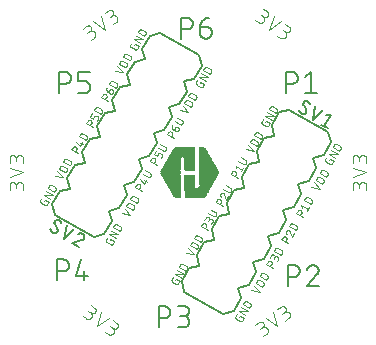
<source format=gbr>
G04 EAGLE Gerber RS-274X export*
G75*
%MOMM*%
%FSLAX34Y34*%
%LPD*%
%INSilkscreen Top*%
%IPPOS*%
%AMOC8*
5,1,8,0,0,1.08239X$1,22.5*%
G01*
%ADD10C,0.101600*%
%ADD11C,0.152400*%
%ADD12C,0.050800*%
%ADD13C,0.127000*%
%ADD14R,0.302256X0.017781*%
%ADD15R,1.529081X0.017781*%
%ADD16R,0.017775X0.017781*%
%ADD17R,0.017781X0.017781*%
%ADD18R,0.355600X0.017781*%
%ADD19R,1.582419X0.017781*%
%ADD20R,0.017775X0.017775*%
%ADD21R,0.017781X0.017775*%
%ADD22R,0.391156X0.017775*%
%ADD23R,1.635756X0.017775*%
%ADD24R,0.426719X0.017781*%
%ADD25R,1.653538X0.017781*%
%ADD26R,0.444500X0.017775*%
%ADD27R,1.689100X0.017775*%
%ADD28R,0.462275X0.017781*%
%ADD29R,1.706875X0.017781*%
%ADD30R,0.480056X0.017781*%
%ADD31R,1.724656X0.017781*%
%ADD32R,0.497838X0.017775*%
%ADD33R,1.724656X0.017775*%
%ADD34R,0.497838X0.017781*%
%ADD35R,1.742438X0.017781*%
%ADD36R,0.515619X0.017775*%
%ADD37R,1.760219X0.017775*%
%ADD38R,0.533400X0.017781*%
%ADD39R,1.760219X0.017781*%
%ADD40R,1.778000X0.017781*%
%ADD41R,0.551175X0.017775*%
%ADD42R,1.778000X0.017775*%
%ADD43R,0.551175X0.017781*%
%ADD44R,1.795775X0.017781*%
%ADD45R,0.568956X0.017775*%
%ADD46R,1.813556X0.017775*%
%ADD47R,0.586738X0.017781*%
%ADD48R,1.813556X0.017781*%
%ADD49R,1.831338X0.017781*%
%ADD50R,0.604519X0.017775*%
%ADD51R,1.831338X0.017775*%
%ADD52R,0.604519X0.017781*%
%ADD53R,1.849119X0.017781*%
%ADD54R,0.622300X0.017775*%
%ADD55R,1.849119X0.017775*%
%ADD56R,0.622300X0.017781*%
%ADD57R,1.866900X0.017781*%
%ADD58R,0.640075X0.017781*%
%ADD59R,1.884675X0.017781*%
%ADD60R,0.657856X0.017775*%
%ADD61R,1.884675X0.017775*%
%ADD62R,0.657856X0.017781*%
%ADD63R,1.902456X0.017781*%
%ADD64R,0.675638X0.017775*%
%ADD65R,1.902456X0.017775*%
%ADD66R,0.675638X0.017781*%
%ADD67R,1.920238X0.017781*%
%ADD68R,0.693419X0.017781*%
%ADD69R,1.938019X0.017781*%
%ADD70R,0.693419X0.017775*%
%ADD71R,1.938019X0.017775*%
%ADD72R,0.711200X0.017781*%
%ADD73R,1.955800X0.017781*%
%ADD74R,0.728975X0.017775*%
%ADD75R,1.955800X0.017775*%
%ADD76R,0.728975X0.017781*%
%ADD77R,1.973575X0.017781*%
%ADD78R,0.746756X0.017781*%
%ADD79R,0.746756X0.017775*%
%ADD80R,1.991356X0.017775*%
%ADD81R,0.764538X0.017781*%
%ADD82R,2.009138X0.017781*%
%ADD83R,0.764538X0.017775*%
%ADD84R,2.009138X0.017775*%
%ADD85R,0.782319X0.017781*%
%ADD86R,2.026919X0.017781*%
%ADD87R,0.800100X0.017781*%
%ADD88R,0.800100X0.017775*%
%ADD89R,2.044700X0.017775*%
%ADD90R,0.817875X0.017781*%
%ADD91R,0.817875X0.017775*%
%ADD92R,0.835656X0.017781*%
%ADD93R,2.044700X0.017781*%
%ADD94R,0.853438X0.017781*%
%ADD95R,2.062481X0.017781*%
%ADD96R,0.853438X0.017775*%
%ADD97R,2.080256X0.017775*%
%ADD98R,0.871219X0.017781*%
%ADD99R,2.080256X0.017781*%
%ADD100R,0.871219X0.017775*%
%ADD101R,2.098038X0.017775*%
%ADD102R,0.035556X0.017781*%
%ADD103R,0.889000X0.017781*%
%ADD104R,0.942338X0.017781*%
%ADD105R,1.013456X0.017781*%
%ADD106R,0.906781X0.017781*%
%ADD107R,0.995681X0.017781*%
%ADD108R,0.906775X0.017775*%
%ADD109R,0.889000X0.017775*%
%ADD110R,0.977900X0.017775*%
%ADD111R,0.924556X0.017781*%
%ADD112R,0.960119X0.017781*%
%ADD113R,0.924556X0.017775*%
%ADD114R,0.977900X0.017781*%
%ADD115R,0.960119X0.017775*%
%ADD116R,0.835656X0.017775*%
%ADD117R,0.817881X0.017781*%
%ADD118R,0.817881X0.017775*%
%ADD119R,0.995675X0.017781*%
%ADD120R,1.013456X0.017775*%
%ADD121R,1.031238X0.017781*%
%ADD122R,1.031238X0.017775*%
%ADD123R,1.049019X0.017781*%
%ADD124R,1.066800X0.017775*%
%ADD125R,1.066800X0.017781*%
%ADD126R,1.084575X0.017775*%
%ADD127R,1.084575X0.017781*%
%ADD128R,1.102356X0.017781*%
%ADD129R,1.102356X0.017775*%
%ADD130R,1.120138X0.017781*%
%ADD131R,1.137919X0.017775*%
%ADD132R,1.120138X0.017775*%
%ADD133R,1.137919X0.017781*%
%ADD134R,1.155700X0.017781*%
%ADD135R,1.155700X0.017775*%
%ADD136R,1.173475X0.017781*%
%ADD137R,1.173475X0.017775*%
%ADD138R,1.191256X0.017781*%
%ADD139R,1.209037X0.017781*%
%ADD140R,1.209037X0.017775*%
%ADD141R,1.226819X0.017781*%
%ADD142R,1.226819X0.017775*%
%ADD143R,1.244600X0.017781*%
%ADD144R,1.262375X0.017775*%
%ADD145R,1.244600X0.017775*%
%ADD146R,1.280156X0.017781*%
%ADD147R,1.262375X0.017781*%
%ADD148R,1.280156X0.017775*%
%ADD149R,1.297937X0.017781*%
%ADD150R,1.315719X0.017775*%
%ADD151R,1.297937X0.017775*%
%ADD152R,1.333500X0.017781*%
%ADD153R,1.315719X0.017781*%
%ADD154R,1.333500X0.017775*%
%ADD155R,1.351275X0.017781*%
%ADD156R,1.369056X0.017775*%
%ADD157R,1.351275X0.017775*%
%ADD158R,1.369056X0.017781*%
%ADD159R,1.386838X0.017775*%
%ADD160R,1.404619X0.017781*%
%ADD161R,1.386838X0.017781*%
%ADD162R,1.422400X0.017775*%
%ADD163R,1.404619X0.017775*%
%ADD164R,1.422400X0.017781*%
%ADD165R,1.440175X0.017775*%
%ADD166R,1.440175X0.017781*%
%ADD167R,1.457956X0.017781*%
%ADD168R,1.475738X0.017775*%
%ADD169R,1.457956X0.017775*%
%ADD170R,1.475738X0.017781*%
%ADD171R,1.493519X0.017775*%
%ADD172R,1.493519X0.017781*%
%ADD173R,1.511300X0.017781*%
%ADD174R,1.511300X0.017775*%
%ADD175R,1.529075X0.017781*%
%ADD176R,1.546856X0.017775*%
%ADD177R,0.782319X0.017775*%
%ADD178R,1.529075X0.017775*%
%ADD179R,1.546856X0.017781*%
%ADD180R,1.564638X0.017781*%
%ADD181R,1.564638X0.017775*%
%ADD182R,1.582419X0.017775*%
%ADD183R,1.600200X0.017781*%
%ADD184R,1.600200X0.017775*%
%ADD185R,1.617975X0.017781*%
%ADD186R,1.617975X0.017775*%
%ADD187R,1.049019X0.017775*%
%ADD188R,0.995675X0.017775*%
%ADD189R,0.942338X0.017775*%
%ADD190R,0.906775X0.017781*%
%ADD191R,0.053338X0.017775*%
%ADD192R,2.098038X0.017781*%
%ADD193R,2.026919X0.017775*%
%ADD194R,1.991356X0.017781*%
%ADD195R,1.973581X0.017775*%
%ADD196R,1.973581X0.017781*%
%ADD197R,0.711200X0.017775*%
%ADD198R,1.920238X0.017775*%
%ADD199R,1.884681X0.017781*%
%ADD200R,1.866900X0.017775*%
%ADD201R,0.640075X0.017775*%
%ADD202R,0.586738X0.017775*%
%ADD203R,1.795781X0.017781*%
%ADD204R,0.568956X0.017781*%
%ADD205R,1.795781X0.017775*%
%ADD206R,0.533400X0.017775*%
%ADD207R,0.035563X0.017781*%
%ADD208R,0.071119X0.017781*%
%ADD209R,1.671319X0.017781*%
%ADD210R,0.515619X0.017781*%
%ADD211R,0.124456X0.017775*%
%ADD212R,1.617981X0.017775*%
%ADD213R,0.142238X0.017781*%
%ADD214R,0.177800X0.017775*%
%ADD215R,1.529081X0.017775*%
%ADD216R,0.480056X0.017775*%
%ADD217R,0.213356X0.017781*%
%ADD218R,0.444500X0.017781*%
%ADD219R,0.248919X0.017781*%
%ADD220R,0.088900X0.017781*%
%ADD221R,1.440181X0.017781*%
%ADD222R,0.373375X0.017781*%
%ADD223R,0.284481X0.017775*%
%ADD224R,0.320038X0.017775*%
%ADD225R,0.177800X0.017781*%
%ADD226R,1.351281X0.017781*%
%ADD227R,0.231138X0.017781*%
%ADD228R,0.213356X0.017775*%
%ADD229R,0.320038X0.017781*%
%ADD230R,0.266700X0.017781*%
%ADD231R,1.262381X0.017781*%
%ADD232R,0.284481X0.017781*%
%ADD233R,0.053338X0.017781*%


D10*
X57653Y279857D02*
X60311Y277995D01*
X60405Y277932D01*
X60501Y277872D01*
X60599Y277815D01*
X60699Y277762D01*
X60801Y277712D01*
X60905Y277666D01*
X61010Y277624D01*
X61116Y277585D01*
X61224Y277550D01*
X61333Y277519D01*
X61443Y277491D01*
X61554Y277468D01*
X61665Y277448D01*
X61777Y277432D01*
X61890Y277420D01*
X62003Y277412D01*
X62116Y277408D01*
X62230Y277408D01*
X62343Y277412D01*
X62456Y277420D01*
X62569Y277432D01*
X62681Y277448D01*
X62792Y277468D01*
X62903Y277491D01*
X63013Y277519D01*
X63122Y277550D01*
X63230Y277585D01*
X63336Y277624D01*
X63441Y277666D01*
X63545Y277712D01*
X63647Y277762D01*
X63747Y277815D01*
X63845Y277872D01*
X63941Y277932D01*
X64035Y277995D01*
X64126Y278062D01*
X64216Y278131D01*
X64303Y278204D01*
X64387Y278280D01*
X64468Y278359D01*
X64547Y278440D01*
X64623Y278524D01*
X64696Y278611D01*
X64765Y278701D01*
X64832Y278792D01*
X64895Y278886D01*
X64955Y278982D01*
X65012Y279080D01*
X65065Y279180D01*
X65115Y279282D01*
X65161Y279386D01*
X65203Y279491D01*
X65242Y279597D01*
X65277Y279705D01*
X65308Y279814D01*
X65336Y279924D01*
X65359Y280035D01*
X65379Y280146D01*
X65395Y280258D01*
X65407Y280371D01*
X65415Y280484D01*
X65419Y280597D01*
X65419Y280711D01*
X65415Y280824D01*
X65407Y280937D01*
X65395Y281050D01*
X65379Y281162D01*
X65359Y281273D01*
X65336Y281384D01*
X65308Y281494D01*
X65277Y281603D01*
X65242Y281711D01*
X65203Y281817D01*
X65161Y281922D01*
X65115Y282026D01*
X65065Y282128D01*
X65012Y282228D01*
X64955Y282326D01*
X64895Y282422D01*
X64832Y282516D01*
X64765Y282607D01*
X64696Y282697D01*
X64623Y282784D01*
X64547Y282868D01*
X64468Y282949D01*
X64387Y283028D01*
X64303Y283104D01*
X64216Y283177D01*
X64127Y283246D01*
X64035Y283313D01*
X67545Y287194D02*
X64354Y289428D01*
X67544Y287194D02*
X67625Y287134D01*
X67704Y287072D01*
X67781Y287006D01*
X67855Y286938D01*
X67926Y286867D01*
X67994Y286793D01*
X68060Y286716D01*
X68122Y286637D01*
X68182Y286556D01*
X68238Y286472D01*
X68291Y286387D01*
X68340Y286299D01*
X68386Y286210D01*
X68429Y286118D01*
X68468Y286025D01*
X68503Y285931D01*
X68535Y285836D01*
X68563Y285739D01*
X68587Y285641D01*
X68607Y285543D01*
X68624Y285443D01*
X68636Y285343D01*
X68645Y285243D01*
X68650Y285143D01*
X68651Y285042D01*
X68648Y284941D01*
X68641Y284841D01*
X68630Y284741D01*
X68616Y284641D01*
X68597Y284542D01*
X68575Y284444D01*
X68549Y284347D01*
X68519Y284250D01*
X68486Y284156D01*
X68449Y284062D01*
X68408Y283970D01*
X68363Y283879D01*
X68316Y283791D01*
X68264Y283704D01*
X68210Y283620D01*
X68152Y283537D01*
X68091Y283457D01*
X68027Y283379D01*
X67960Y283304D01*
X67891Y283231D01*
X67818Y283162D01*
X67743Y283095D01*
X67665Y283031D01*
X67585Y282970D01*
X67502Y282912D01*
X67418Y282858D01*
X67331Y282806D01*
X67243Y282759D01*
X67152Y282714D01*
X67060Y282673D01*
X66966Y282636D01*
X66872Y282603D01*
X66775Y282573D01*
X66678Y282547D01*
X66580Y282525D01*
X66481Y282506D01*
X66381Y282492D01*
X66281Y282481D01*
X66181Y282474D01*
X66080Y282471D01*
X65979Y282472D01*
X65879Y282477D01*
X65779Y282486D01*
X65679Y282498D01*
X65579Y282515D01*
X65481Y282535D01*
X65383Y282559D01*
X65286Y282587D01*
X65191Y282619D01*
X65097Y282654D01*
X65004Y282693D01*
X64912Y282736D01*
X64823Y282782D01*
X64735Y282831D01*
X64650Y282884D01*
X64566Y282940D01*
X62439Y284430D01*
X73185Y283244D02*
X69674Y271439D01*
X79566Y278777D01*
X76378Y266745D02*
X79037Y264883D01*
X79131Y264820D01*
X79227Y264760D01*
X79325Y264703D01*
X79425Y264650D01*
X79527Y264600D01*
X79631Y264554D01*
X79736Y264512D01*
X79842Y264473D01*
X79950Y264438D01*
X80059Y264407D01*
X80169Y264379D01*
X80280Y264356D01*
X80391Y264336D01*
X80503Y264320D01*
X80616Y264308D01*
X80729Y264300D01*
X80842Y264296D01*
X80956Y264296D01*
X81069Y264300D01*
X81182Y264308D01*
X81295Y264320D01*
X81407Y264336D01*
X81518Y264356D01*
X81629Y264379D01*
X81739Y264407D01*
X81848Y264438D01*
X81956Y264473D01*
X82062Y264512D01*
X82167Y264554D01*
X82271Y264600D01*
X82373Y264650D01*
X82473Y264703D01*
X82571Y264760D01*
X82667Y264820D01*
X82761Y264883D01*
X82852Y264950D01*
X82942Y265019D01*
X83029Y265092D01*
X83113Y265168D01*
X83194Y265247D01*
X83273Y265328D01*
X83349Y265412D01*
X83422Y265499D01*
X83491Y265589D01*
X83558Y265680D01*
X83621Y265774D01*
X83681Y265870D01*
X83738Y265968D01*
X83791Y266068D01*
X83841Y266170D01*
X83887Y266274D01*
X83929Y266379D01*
X83968Y266485D01*
X84003Y266593D01*
X84034Y266702D01*
X84062Y266812D01*
X84085Y266923D01*
X84105Y267034D01*
X84121Y267146D01*
X84133Y267259D01*
X84141Y267372D01*
X84145Y267485D01*
X84145Y267599D01*
X84141Y267712D01*
X84133Y267825D01*
X84121Y267938D01*
X84105Y268050D01*
X84085Y268161D01*
X84062Y268272D01*
X84034Y268382D01*
X84003Y268491D01*
X83968Y268599D01*
X83929Y268705D01*
X83887Y268810D01*
X83841Y268914D01*
X83791Y269016D01*
X83738Y269116D01*
X83681Y269214D01*
X83621Y269310D01*
X83558Y269404D01*
X83491Y269495D01*
X83422Y269585D01*
X83349Y269672D01*
X83273Y269756D01*
X83194Y269837D01*
X83113Y269916D01*
X83029Y269992D01*
X82942Y270065D01*
X82853Y270134D01*
X82761Y270201D01*
X86270Y274082D02*
X83080Y276316D01*
X86270Y274082D02*
X86351Y274022D01*
X86430Y273960D01*
X86507Y273894D01*
X86581Y273826D01*
X86652Y273755D01*
X86720Y273681D01*
X86786Y273604D01*
X86848Y273525D01*
X86908Y273444D01*
X86964Y273360D01*
X87017Y273275D01*
X87066Y273187D01*
X87112Y273098D01*
X87155Y273006D01*
X87194Y272913D01*
X87229Y272819D01*
X87261Y272724D01*
X87289Y272627D01*
X87313Y272529D01*
X87333Y272431D01*
X87350Y272331D01*
X87362Y272231D01*
X87371Y272131D01*
X87376Y272031D01*
X87377Y271930D01*
X87374Y271829D01*
X87367Y271729D01*
X87356Y271629D01*
X87342Y271529D01*
X87323Y271430D01*
X87301Y271332D01*
X87275Y271235D01*
X87245Y271138D01*
X87212Y271044D01*
X87175Y270950D01*
X87134Y270858D01*
X87089Y270767D01*
X87042Y270679D01*
X86990Y270592D01*
X86936Y270508D01*
X86878Y270425D01*
X86817Y270345D01*
X86753Y270267D01*
X86686Y270192D01*
X86617Y270119D01*
X86544Y270050D01*
X86469Y269983D01*
X86391Y269919D01*
X86311Y269858D01*
X86228Y269800D01*
X86144Y269746D01*
X86057Y269694D01*
X85969Y269647D01*
X85878Y269602D01*
X85786Y269561D01*
X85692Y269524D01*
X85598Y269491D01*
X85501Y269461D01*
X85404Y269435D01*
X85306Y269413D01*
X85207Y269394D01*
X85107Y269380D01*
X85007Y269369D01*
X84907Y269362D01*
X84806Y269359D01*
X84705Y269360D01*
X84605Y269365D01*
X84505Y269374D01*
X84405Y269386D01*
X84305Y269403D01*
X84207Y269423D01*
X84109Y269447D01*
X84012Y269475D01*
X83917Y269507D01*
X83823Y269542D01*
X83730Y269581D01*
X83638Y269624D01*
X83549Y269670D01*
X83461Y269719D01*
X83376Y269772D01*
X83292Y269828D01*
X81165Y271318D01*
X151892Y139383D02*
X151892Y136137D01*
X151892Y139383D02*
X151890Y139496D01*
X151884Y139609D01*
X151874Y139722D01*
X151860Y139835D01*
X151843Y139947D01*
X151821Y140058D01*
X151796Y140168D01*
X151766Y140278D01*
X151733Y140386D01*
X151696Y140493D01*
X151656Y140599D01*
X151611Y140703D01*
X151563Y140806D01*
X151512Y140907D01*
X151457Y141006D01*
X151399Y141103D01*
X151337Y141198D01*
X151272Y141291D01*
X151204Y141381D01*
X151133Y141469D01*
X151058Y141555D01*
X150981Y141638D01*
X150901Y141718D01*
X150818Y141795D01*
X150732Y141870D01*
X150644Y141941D01*
X150554Y142009D01*
X150461Y142074D01*
X150366Y142136D01*
X150269Y142194D01*
X150170Y142249D01*
X150069Y142300D01*
X149966Y142348D01*
X149862Y142393D01*
X149756Y142433D01*
X149649Y142470D01*
X149541Y142503D01*
X149431Y142533D01*
X149321Y142558D01*
X149210Y142580D01*
X149098Y142597D01*
X148985Y142611D01*
X148872Y142621D01*
X148759Y142627D01*
X148646Y142629D01*
X148533Y142627D01*
X148420Y142621D01*
X148307Y142611D01*
X148194Y142597D01*
X148082Y142580D01*
X147971Y142558D01*
X147861Y142533D01*
X147751Y142503D01*
X147643Y142470D01*
X147536Y142433D01*
X147430Y142393D01*
X147326Y142348D01*
X147223Y142300D01*
X147122Y142249D01*
X147023Y142194D01*
X146926Y142136D01*
X146831Y142074D01*
X146738Y142009D01*
X146648Y141941D01*
X146560Y141870D01*
X146474Y141795D01*
X146391Y141718D01*
X146311Y141638D01*
X146234Y141555D01*
X146159Y141469D01*
X146088Y141381D01*
X146020Y141291D01*
X145955Y141198D01*
X145893Y141103D01*
X145835Y141006D01*
X145780Y140907D01*
X145729Y140806D01*
X145681Y140703D01*
X145636Y140599D01*
X145596Y140493D01*
X145559Y140386D01*
X145526Y140278D01*
X145496Y140168D01*
X145471Y140058D01*
X145449Y139947D01*
X145432Y139835D01*
X145418Y139722D01*
X145408Y139609D01*
X145402Y139496D01*
X145400Y139383D01*
X140208Y140032D02*
X140208Y136137D01*
X140208Y140032D02*
X140210Y140133D01*
X140216Y140233D01*
X140226Y140333D01*
X140239Y140433D01*
X140257Y140532D01*
X140278Y140631D01*
X140303Y140728D01*
X140332Y140825D01*
X140365Y140920D01*
X140401Y141014D01*
X140441Y141106D01*
X140484Y141197D01*
X140531Y141286D01*
X140581Y141373D01*
X140635Y141459D01*
X140692Y141542D01*
X140752Y141622D01*
X140815Y141701D01*
X140882Y141777D01*
X140951Y141850D01*
X141023Y141920D01*
X141097Y141988D01*
X141174Y142053D01*
X141254Y142114D01*
X141336Y142173D01*
X141420Y142228D01*
X141506Y142280D01*
X141594Y142329D01*
X141684Y142374D01*
X141776Y142416D01*
X141869Y142454D01*
X141964Y142488D01*
X142059Y142519D01*
X142156Y142546D01*
X142254Y142569D01*
X142353Y142589D01*
X142453Y142604D01*
X142553Y142616D01*
X142653Y142624D01*
X142754Y142628D01*
X142854Y142628D01*
X142955Y142624D01*
X143055Y142616D01*
X143155Y142604D01*
X143255Y142589D01*
X143354Y142569D01*
X143452Y142546D01*
X143549Y142519D01*
X143644Y142488D01*
X143739Y142454D01*
X143832Y142416D01*
X143924Y142374D01*
X144014Y142329D01*
X144102Y142280D01*
X144188Y142228D01*
X144272Y142173D01*
X144354Y142114D01*
X144434Y142053D01*
X144511Y141988D01*
X144585Y141920D01*
X144657Y141850D01*
X144726Y141777D01*
X144793Y141701D01*
X144856Y141622D01*
X144916Y141542D01*
X144973Y141459D01*
X145027Y141373D01*
X145077Y141286D01*
X145124Y141197D01*
X145167Y141106D01*
X145207Y141014D01*
X145243Y140920D01*
X145276Y140825D01*
X145305Y140728D01*
X145330Y140631D01*
X145351Y140532D01*
X145369Y140433D01*
X145382Y140333D01*
X145392Y140233D01*
X145398Y140133D01*
X145400Y140032D01*
X145401Y140032D02*
X145401Y137435D01*
X140208Y146918D02*
X151892Y150813D01*
X140208Y154707D01*
X151892Y158997D02*
X151892Y162242D01*
X151890Y162355D01*
X151884Y162468D01*
X151874Y162581D01*
X151860Y162694D01*
X151843Y162806D01*
X151821Y162917D01*
X151796Y163027D01*
X151766Y163137D01*
X151733Y163245D01*
X151696Y163352D01*
X151656Y163458D01*
X151611Y163562D01*
X151563Y163665D01*
X151512Y163766D01*
X151457Y163865D01*
X151399Y163962D01*
X151337Y164057D01*
X151272Y164150D01*
X151204Y164240D01*
X151133Y164328D01*
X151058Y164414D01*
X150981Y164497D01*
X150901Y164577D01*
X150818Y164654D01*
X150732Y164729D01*
X150644Y164800D01*
X150554Y164868D01*
X150461Y164933D01*
X150366Y164995D01*
X150269Y165053D01*
X150170Y165108D01*
X150069Y165159D01*
X149966Y165207D01*
X149862Y165252D01*
X149756Y165292D01*
X149649Y165329D01*
X149541Y165362D01*
X149431Y165392D01*
X149321Y165417D01*
X149210Y165439D01*
X149098Y165456D01*
X148985Y165470D01*
X148872Y165480D01*
X148759Y165486D01*
X148646Y165488D01*
X148533Y165486D01*
X148420Y165480D01*
X148307Y165470D01*
X148194Y165456D01*
X148082Y165439D01*
X147971Y165417D01*
X147861Y165392D01*
X147751Y165362D01*
X147643Y165329D01*
X147536Y165292D01*
X147430Y165252D01*
X147326Y165207D01*
X147223Y165159D01*
X147122Y165108D01*
X147023Y165053D01*
X146926Y164995D01*
X146831Y164933D01*
X146738Y164868D01*
X146648Y164800D01*
X146560Y164729D01*
X146474Y164654D01*
X146391Y164577D01*
X146311Y164497D01*
X146234Y164414D01*
X146159Y164328D01*
X146088Y164240D01*
X146020Y164150D01*
X145955Y164057D01*
X145893Y163962D01*
X145835Y163865D01*
X145780Y163766D01*
X145729Y163665D01*
X145681Y163562D01*
X145636Y163458D01*
X145596Y163352D01*
X145559Y163245D01*
X145526Y163137D01*
X145496Y163027D01*
X145471Y162917D01*
X145449Y162806D01*
X145432Y162694D01*
X145418Y162581D01*
X145408Y162468D01*
X145402Y162355D01*
X145400Y162242D01*
X140208Y162892D02*
X140208Y158997D01*
X140208Y162892D02*
X140210Y162993D01*
X140216Y163093D01*
X140226Y163193D01*
X140239Y163293D01*
X140257Y163392D01*
X140278Y163491D01*
X140303Y163588D01*
X140332Y163685D01*
X140365Y163780D01*
X140401Y163874D01*
X140441Y163966D01*
X140484Y164057D01*
X140531Y164146D01*
X140581Y164233D01*
X140635Y164319D01*
X140692Y164402D01*
X140752Y164482D01*
X140815Y164561D01*
X140882Y164637D01*
X140951Y164710D01*
X141023Y164780D01*
X141097Y164848D01*
X141174Y164913D01*
X141254Y164974D01*
X141336Y165033D01*
X141420Y165088D01*
X141506Y165140D01*
X141594Y165189D01*
X141684Y165234D01*
X141776Y165276D01*
X141869Y165314D01*
X141964Y165348D01*
X142059Y165379D01*
X142156Y165406D01*
X142254Y165429D01*
X142353Y165449D01*
X142453Y165464D01*
X142553Y165476D01*
X142653Y165484D01*
X142754Y165488D01*
X142854Y165488D01*
X142955Y165484D01*
X143055Y165476D01*
X143155Y165464D01*
X143255Y165449D01*
X143354Y165429D01*
X143452Y165406D01*
X143549Y165379D01*
X143644Y165348D01*
X143739Y165314D01*
X143832Y165276D01*
X143924Y165234D01*
X144014Y165189D01*
X144102Y165140D01*
X144188Y165088D01*
X144272Y165033D01*
X144354Y164974D01*
X144434Y164913D01*
X144511Y164848D01*
X144585Y164780D01*
X144657Y164710D01*
X144726Y164637D01*
X144793Y164561D01*
X144856Y164482D01*
X144916Y164402D01*
X144973Y164319D01*
X145027Y164233D01*
X145077Y164146D01*
X145124Y164057D01*
X145167Y163966D01*
X145207Y163874D01*
X145243Y163780D01*
X145276Y163685D01*
X145305Y163588D01*
X145330Y163491D01*
X145351Y163392D01*
X145369Y163293D01*
X145382Y163193D01*
X145392Y163093D01*
X145398Y162993D01*
X145400Y162892D01*
X145401Y162892D02*
X145401Y160295D01*
X67013Y14059D02*
X64354Y12197D01*
X67013Y14058D02*
X67104Y14125D01*
X67194Y14194D01*
X67281Y14267D01*
X67365Y14343D01*
X67446Y14422D01*
X67525Y14503D01*
X67601Y14587D01*
X67674Y14674D01*
X67743Y14764D01*
X67810Y14855D01*
X67873Y14949D01*
X67933Y15045D01*
X67990Y15143D01*
X68043Y15243D01*
X68093Y15345D01*
X68139Y15449D01*
X68181Y15554D01*
X68220Y15660D01*
X68255Y15768D01*
X68286Y15877D01*
X68314Y15987D01*
X68337Y16098D01*
X68357Y16209D01*
X68373Y16321D01*
X68385Y16434D01*
X68393Y16547D01*
X68397Y16660D01*
X68397Y16774D01*
X68393Y16887D01*
X68385Y17000D01*
X68373Y17113D01*
X68357Y17225D01*
X68337Y17336D01*
X68314Y17447D01*
X68286Y17557D01*
X68255Y17666D01*
X68220Y17774D01*
X68181Y17880D01*
X68139Y17985D01*
X68093Y18089D01*
X68043Y18191D01*
X67990Y18291D01*
X67933Y18389D01*
X67873Y18485D01*
X67810Y18579D01*
X67743Y18670D01*
X67674Y18760D01*
X67601Y18847D01*
X67525Y18931D01*
X67446Y19012D01*
X67365Y19091D01*
X67281Y19167D01*
X67194Y19240D01*
X67105Y19309D01*
X67013Y19376D01*
X66919Y19439D01*
X66823Y19499D01*
X66725Y19556D01*
X66625Y19609D01*
X66523Y19659D01*
X66419Y19705D01*
X66314Y19747D01*
X66208Y19786D01*
X66100Y19821D01*
X65991Y19852D01*
X65881Y19880D01*
X65770Y19903D01*
X65659Y19923D01*
X65547Y19939D01*
X65434Y19951D01*
X65321Y19959D01*
X65208Y19963D01*
X65094Y19963D01*
X64981Y19959D01*
X64868Y19951D01*
X64755Y19939D01*
X64643Y19923D01*
X64532Y19903D01*
X64421Y19880D01*
X64311Y19852D01*
X64202Y19821D01*
X64094Y19786D01*
X63988Y19747D01*
X63883Y19705D01*
X63779Y19659D01*
X63677Y19609D01*
X63577Y19556D01*
X63479Y19499D01*
X63383Y19439D01*
X63289Y19376D01*
X60843Y24002D02*
X57653Y21768D01*
X60843Y24002D02*
X60927Y24058D01*
X61012Y24111D01*
X61100Y24160D01*
X61189Y24206D01*
X61281Y24249D01*
X61374Y24288D01*
X61468Y24323D01*
X61563Y24355D01*
X61660Y24383D01*
X61758Y24407D01*
X61856Y24427D01*
X61956Y24444D01*
X62056Y24456D01*
X62156Y24465D01*
X62257Y24470D01*
X62357Y24471D01*
X62458Y24468D01*
X62558Y24461D01*
X62658Y24450D01*
X62758Y24436D01*
X62857Y24417D01*
X62955Y24395D01*
X63052Y24369D01*
X63149Y24339D01*
X63244Y24306D01*
X63337Y24269D01*
X63429Y24228D01*
X63520Y24183D01*
X63608Y24136D01*
X63695Y24084D01*
X63779Y24030D01*
X63862Y23972D01*
X63942Y23911D01*
X64020Y23847D01*
X64095Y23780D01*
X64168Y23711D01*
X64237Y23638D01*
X64304Y23563D01*
X64368Y23485D01*
X64429Y23405D01*
X64487Y23322D01*
X64541Y23238D01*
X64593Y23151D01*
X64640Y23063D01*
X64685Y22972D01*
X64726Y22880D01*
X64763Y22786D01*
X64796Y22692D01*
X64826Y22595D01*
X64852Y22498D01*
X64874Y22400D01*
X64893Y22301D01*
X64907Y22201D01*
X64918Y22101D01*
X64925Y22001D01*
X64928Y21900D01*
X64927Y21800D01*
X64922Y21699D01*
X64913Y21599D01*
X64901Y21499D01*
X64884Y21399D01*
X64864Y21301D01*
X64840Y21203D01*
X64812Y21106D01*
X64780Y21011D01*
X64745Y20917D01*
X64706Y20824D01*
X64663Y20732D01*
X64617Y20643D01*
X64568Y20555D01*
X64515Y20470D01*
X64459Y20386D01*
X64399Y20305D01*
X64337Y20226D01*
X64271Y20149D01*
X64203Y20075D01*
X64132Y20004D01*
X64058Y19936D01*
X63981Y19870D01*
X63902Y19808D01*
X63821Y19748D01*
X61695Y18259D01*
X66484Y27952D02*
X76376Y20614D01*
X72864Y32419D01*
X83080Y25309D02*
X85739Y27170D01*
X85830Y27237D01*
X85920Y27306D01*
X86007Y27379D01*
X86091Y27455D01*
X86172Y27534D01*
X86251Y27615D01*
X86327Y27699D01*
X86400Y27786D01*
X86469Y27876D01*
X86536Y27967D01*
X86599Y28061D01*
X86659Y28157D01*
X86716Y28255D01*
X86769Y28355D01*
X86819Y28457D01*
X86865Y28561D01*
X86907Y28666D01*
X86946Y28772D01*
X86981Y28880D01*
X87012Y28989D01*
X87040Y29099D01*
X87063Y29210D01*
X87083Y29321D01*
X87099Y29433D01*
X87111Y29546D01*
X87119Y29659D01*
X87123Y29772D01*
X87123Y29886D01*
X87119Y29999D01*
X87111Y30112D01*
X87099Y30225D01*
X87083Y30337D01*
X87063Y30448D01*
X87040Y30559D01*
X87012Y30669D01*
X86981Y30778D01*
X86946Y30886D01*
X86907Y30992D01*
X86865Y31097D01*
X86819Y31201D01*
X86769Y31303D01*
X86716Y31403D01*
X86659Y31501D01*
X86599Y31597D01*
X86536Y31691D01*
X86469Y31782D01*
X86400Y31872D01*
X86327Y31959D01*
X86251Y32043D01*
X86172Y32124D01*
X86091Y32203D01*
X86007Y32279D01*
X85920Y32352D01*
X85831Y32421D01*
X85739Y32488D01*
X85645Y32551D01*
X85549Y32611D01*
X85451Y32668D01*
X85351Y32721D01*
X85249Y32771D01*
X85145Y32817D01*
X85040Y32859D01*
X84934Y32898D01*
X84826Y32933D01*
X84717Y32964D01*
X84607Y32992D01*
X84496Y33015D01*
X84385Y33035D01*
X84273Y33051D01*
X84160Y33063D01*
X84047Y33071D01*
X83934Y33075D01*
X83820Y33075D01*
X83707Y33071D01*
X83594Y33063D01*
X83481Y33051D01*
X83369Y33035D01*
X83258Y33015D01*
X83147Y32992D01*
X83037Y32964D01*
X82928Y32933D01*
X82820Y32898D01*
X82714Y32859D01*
X82609Y32817D01*
X82505Y32771D01*
X82403Y32721D01*
X82303Y32668D01*
X82205Y32611D01*
X82109Y32551D01*
X82015Y32488D01*
X79569Y37114D02*
X76378Y34880D01*
X79569Y37114D02*
X79653Y37170D01*
X79738Y37223D01*
X79826Y37272D01*
X79915Y37318D01*
X80007Y37361D01*
X80100Y37400D01*
X80194Y37435D01*
X80289Y37467D01*
X80386Y37495D01*
X80484Y37519D01*
X80582Y37539D01*
X80682Y37556D01*
X80782Y37568D01*
X80882Y37577D01*
X80983Y37582D01*
X81083Y37583D01*
X81184Y37580D01*
X81284Y37573D01*
X81384Y37562D01*
X81484Y37548D01*
X81583Y37529D01*
X81681Y37507D01*
X81778Y37481D01*
X81875Y37451D01*
X81970Y37418D01*
X82063Y37381D01*
X82155Y37340D01*
X82246Y37295D01*
X82334Y37248D01*
X82421Y37196D01*
X82505Y37142D01*
X82588Y37084D01*
X82668Y37023D01*
X82746Y36959D01*
X82821Y36892D01*
X82894Y36823D01*
X82963Y36750D01*
X83030Y36675D01*
X83094Y36597D01*
X83155Y36517D01*
X83213Y36434D01*
X83267Y36350D01*
X83319Y36263D01*
X83366Y36175D01*
X83411Y36084D01*
X83452Y35992D01*
X83489Y35898D01*
X83522Y35804D01*
X83552Y35707D01*
X83578Y35610D01*
X83600Y35512D01*
X83619Y35413D01*
X83633Y35313D01*
X83644Y35213D01*
X83651Y35113D01*
X83654Y35012D01*
X83653Y34912D01*
X83648Y34811D01*
X83639Y34711D01*
X83627Y34611D01*
X83610Y34511D01*
X83590Y34413D01*
X83566Y34315D01*
X83538Y34218D01*
X83506Y34123D01*
X83471Y34029D01*
X83432Y33936D01*
X83389Y33844D01*
X83343Y33755D01*
X83294Y33667D01*
X83241Y33582D01*
X83185Y33498D01*
X83125Y33417D01*
X83063Y33338D01*
X82997Y33261D01*
X82929Y33187D01*
X82858Y33116D01*
X82784Y33048D01*
X82707Y32982D01*
X82628Y32920D01*
X82547Y32860D01*
X80420Y31371D01*
X-85739Y27170D02*
X-88397Y29032D01*
X-85739Y27170D02*
X-85645Y27107D01*
X-85549Y27047D01*
X-85451Y26990D01*
X-85351Y26937D01*
X-85249Y26887D01*
X-85145Y26841D01*
X-85040Y26799D01*
X-84934Y26760D01*
X-84826Y26725D01*
X-84717Y26694D01*
X-84607Y26666D01*
X-84496Y26643D01*
X-84385Y26623D01*
X-84273Y26607D01*
X-84160Y26595D01*
X-84047Y26587D01*
X-83934Y26583D01*
X-83820Y26583D01*
X-83707Y26587D01*
X-83594Y26595D01*
X-83481Y26607D01*
X-83369Y26623D01*
X-83258Y26643D01*
X-83147Y26666D01*
X-83037Y26694D01*
X-82928Y26725D01*
X-82820Y26760D01*
X-82714Y26799D01*
X-82609Y26841D01*
X-82505Y26887D01*
X-82403Y26937D01*
X-82303Y26990D01*
X-82205Y27047D01*
X-82109Y27107D01*
X-82015Y27170D01*
X-81924Y27237D01*
X-81834Y27306D01*
X-81747Y27379D01*
X-81663Y27455D01*
X-81582Y27534D01*
X-81503Y27615D01*
X-81427Y27699D01*
X-81354Y27786D01*
X-81285Y27876D01*
X-81218Y27967D01*
X-81155Y28061D01*
X-81095Y28157D01*
X-81038Y28255D01*
X-80985Y28355D01*
X-80935Y28457D01*
X-80889Y28561D01*
X-80847Y28666D01*
X-80808Y28772D01*
X-80773Y28880D01*
X-80742Y28989D01*
X-80714Y29099D01*
X-80691Y29210D01*
X-80671Y29321D01*
X-80655Y29433D01*
X-80643Y29546D01*
X-80635Y29659D01*
X-80631Y29772D01*
X-80631Y29886D01*
X-80635Y29999D01*
X-80643Y30112D01*
X-80655Y30225D01*
X-80671Y30337D01*
X-80691Y30448D01*
X-80714Y30559D01*
X-80742Y30669D01*
X-80773Y30778D01*
X-80808Y30886D01*
X-80847Y30992D01*
X-80889Y31097D01*
X-80935Y31201D01*
X-80985Y31303D01*
X-81038Y31403D01*
X-81095Y31501D01*
X-81155Y31597D01*
X-81218Y31691D01*
X-81285Y31782D01*
X-81354Y31872D01*
X-81427Y31959D01*
X-81503Y32043D01*
X-81582Y32124D01*
X-81663Y32203D01*
X-81747Y32279D01*
X-81834Y32352D01*
X-81923Y32421D01*
X-82015Y32488D01*
X-78505Y36369D02*
X-81696Y38603D01*
X-78506Y36369D02*
X-78425Y36309D01*
X-78346Y36247D01*
X-78269Y36181D01*
X-78195Y36113D01*
X-78124Y36042D01*
X-78056Y35968D01*
X-77990Y35891D01*
X-77928Y35812D01*
X-77868Y35731D01*
X-77812Y35647D01*
X-77759Y35562D01*
X-77710Y35474D01*
X-77664Y35385D01*
X-77621Y35293D01*
X-77582Y35200D01*
X-77547Y35106D01*
X-77515Y35011D01*
X-77487Y34914D01*
X-77463Y34816D01*
X-77443Y34718D01*
X-77426Y34618D01*
X-77414Y34518D01*
X-77405Y34418D01*
X-77400Y34317D01*
X-77399Y34217D01*
X-77402Y34116D01*
X-77409Y34016D01*
X-77420Y33916D01*
X-77434Y33816D01*
X-77453Y33717D01*
X-77475Y33619D01*
X-77501Y33522D01*
X-77531Y33425D01*
X-77564Y33331D01*
X-77601Y33237D01*
X-77642Y33145D01*
X-77687Y33054D01*
X-77734Y32966D01*
X-77786Y32879D01*
X-77840Y32795D01*
X-77898Y32712D01*
X-77959Y32632D01*
X-78023Y32554D01*
X-78090Y32479D01*
X-78159Y32406D01*
X-78232Y32337D01*
X-78307Y32270D01*
X-78385Y32206D01*
X-78465Y32145D01*
X-78548Y32087D01*
X-78632Y32033D01*
X-78719Y31981D01*
X-78807Y31934D01*
X-78898Y31889D01*
X-78990Y31848D01*
X-79083Y31811D01*
X-79178Y31778D01*
X-79275Y31748D01*
X-79372Y31722D01*
X-79470Y31700D01*
X-79569Y31681D01*
X-79669Y31667D01*
X-79769Y31656D01*
X-79869Y31649D01*
X-79970Y31646D01*
X-80070Y31647D01*
X-80171Y31652D01*
X-80271Y31661D01*
X-80371Y31673D01*
X-80471Y31690D01*
X-80569Y31710D01*
X-80667Y31734D01*
X-80764Y31762D01*
X-80859Y31794D01*
X-80953Y31829D01*
X-81046Y31868D01*
X-81138Y31911D01*
X-81227Y31957D01*
X-81315Y32006D01*
X-81400Y32059D01*
X-81484Y32115D01*
X-83611Y33605D01*
X-72864Y32419D02*
X-76376Y20614D01*
X-66484Y27952D01*
X-69671Y15920D02*
X-67013Y14058D01*
X-66919Y13995D01*
X-66823Y13935D01*
X-66725Y13878D01*
X-66625Y13825D01*
X-66523Y13775D01*
X-66419Y13729D01*
X-66314Y13687D01*
X-66208Y13648D01*
X-66100Y13613D01*
X-65991Y13582D01*
X-65881Y13554D01*
X-65770Y13531D01*
X-65659Y13511D01*
X-65547Y13495D01*
X-65434Y13483D01*
X-65321Y13475D01*
X-65208Y13471D01*
X-65094Y13471D01*
X-64981Y13475D01*
X-64868Y13483D01*
X-64755Y13495D01*
X-64643Y13511D01*
X-64532Y13531D01*
X-64421Y13554D01*
X-64311Y13582D01*
X-64202Y13613D01*
X-64094Y13648D01*
X-63988Y13687D01*
X-63883Y13729D01*
X-63779Y13775D01*
X-63677Y13825D01*
X-63577Y13878D01*
X-63479Y13935D01*
X-63383Y13995D01*
X-63289Y14058D01*
X-63198Y14125D01*
X-63108Y14194D01*
X-63021Y14267D01*
X-62937Y14343D01*
X-62856Y14422D01*
X-62777Y14503D01*
X-62701Y14587D01*
X-62628Y14674D01*
X-62559Y14764D01*
X-62492Y14855D01*
X-62429Y14949D01*
X-62369Y15045D01*
X-62312Y15143D01*
X-62259Y15243D01*
X-62209Y15345D01*
X-62163Y15449D01*
X-62121Y15554D01*
X-62082Y15660D01*
X-62047Y15768D01*
X-62016Y15877D01*
X-61988Y15987D01*
X-61965Y16098D01*
X-61945Y16209D01*
X-61929Y16321D01*
X-61917Y16434D01*
X-61909Y16547D01*
X-61905Y16660D01*
X-61905Y16774D01*
X-61909Y16887D01*
X-61917Y17000D01*
X-61929Y17113D01*
X-61945Y17225D01*
X-61965Y17336D01*
X-61988Y17447D01*
X-62016Y17557D01*
X-62047Y17666D01*
X-62082Y17774D01*
X-62121Y17880D01*
X-62163Y17985D01*
X-62209Y18089D01*
X-62259Y18191D01*
X-62312Y18291D01*
X-62369Y18389D01*
X-62429Y18485D01*
X-62492Y18579D01*
X-62559Y18670D01*
X-62628Y18760D01*
X-62701Y18847D01*
X-62777Y18931D01*
X-62856Y19012D01*
X-62937Y19091D01*
X-63021Y19167D01*
X-63108Y19240D01*
X-63197Y19309D01*
X-63289Y19376D01*
X-59779Y23257D02*
X-62970Y25491D01*
X-59780Y23257D02*
X-59699Y23197D01*
X-59620Y23135D01*
X-59543Y23069D01*
X-59469Y23001D01*
X-59398Y22930D01*
X-59330Y22856D01*
X-59264Y22779D01*
X-59202Y22700D01*
X-59142Y22619D01*
X-59086Y22535D01*
X-59033Y22450D01*
X-58984Y22362D01*
X-58938Y22273D01*
X-58895Y22181D01*
X-58856Y22088D01*
X-58821Y21994D01*
X-58789Y21899D01*
X-58761Y21802D01*
X-58737Y21704D01*
X-58717Y21606D01*
X-58700Y21506D01*
X-58688Y21406D01*
X-58679Y21306D01*
X-58674Y21205D01*
X-58673Y21105D01*
X-58676Y21004D01*
X-58683Y20904D01*
X-58694Y20804D01*
X-58708Y20704D01*
X-58727Y20605D01*
X-58749Y20507D01*
X-58775Y20410D01*
X-58805Y20313D01*
X-58838Y20219D01*
X-58875Y20125D01*
X-58916Y20033D01*
X-58961Y19942D01*
X-59008Y19854D01*
X-59060Y19767D01*
X-59114Y19683D01*
X-59172Y19600D01*
X-59233Y19520D01*
X-59297Y19442D01*
X-59364Y19367D01*
X-59433Y19294D01*
X-59506Y19225D01*
X-59581Y19158D01*
X-59659Y19094D01*
X-59739Y19033D01*
X-59822Y18975D01*
X-59906Y18921D01*
X-59993Y18869D01*
X-60081Y18822D01*
X-60172Y18777D01*
X-60264Y18736D01*
X-60357Y18699D01*
X-60452Y18666D01*
X-60549Y18636D01*
X-60646Y18610D01*
X-60744Y18588D01*
X-60843Y18569D01*
X-60943Y18555D01*
X-61043Y18544D01*
X-61143Y18537D01*
X-61244Y18534D01*
X-61344Y18535D01*
X-61445Y18540D01*
X-61545Y18549D01*
X-61645Y18561D01*
X-61745Y18578D01*
X-61843Y18598D01*
X-61941Y18622D01*
X-62038Y18650D01*
X-62133Y18682D01*
X-62227Y18717D01*
X-62320Y18756D01*
X-62412Y18799D01*
X-62501Y18845D01*
X-62589Y18894D01*
X-62674Y18947D01*
X-62758Y19003D01*
X-64885Y20493D01*
X-138621Y136137D02*
X-138621Y139383D01*
X-138620Y139383D02*
X-138622Y139496D01*
X-138628Y139609D01*
X-138638Y139722D01*
X-138652Y139835D01*
X-138669Y139947D01*
X-138691Y140058D01*
X-138716Y140168D01*
X-138746Y140278D01*
X-138779Y140386D01*
X-138816Y140493D01*
X-138856Y140599D01*
X-138901Y140703D01*
X-138949Y140806D01*
X-139000Y140907D01*
X-139055Y141006D01*
X-139113Y141103D01*
X-139175Y141198D01*
X-139240Y141291D01*
X-139308Y141381D01*
X-139379Y141469D01*
X-139454Y141555D01*
X-139531Y141638D01*
X-139611Y141718D01*
X-139694Y141795D01*
X-139780Y141870D01*
X-139868Y141941D01*
X-139958Y142009D01*
X-140051Y142074D01*
X-140146Y142136D01*
X-140243Y142194D01*
X-140342Y142249D01*
X-140443Y142300D01*
X-140546Y142348D01*
X-140650Y142393D01*
X-140756Y142433D01*
X-140863Y142470D01*
X-140971Y142503D01*
X-141081Y142533D01*
X-141191Y142558D01*
X-141302Y142580D01*
X-141414Y142597D01*
X-141527Y142611D01*
X-141640Y142621D01*
X-141753Y142627D01*
X-141866Y142629D01*
X-141979Y142627D01*
X-142092Y142621D01*
X-142205Y142611D01*
X-142318Y142597D01*
X-142430Y142580D01*
X-142541Y142558D01*
X-142651Y142533D01*
X-142761Y142503D01*
X-142869Y142470D01*
X-142976Y142433D01*
X-143082Y142393D01*
X-143186Y142348D01*
X-143289Y142300D01*
X-143390Y142249D01*
X-143489Y142194D01*
X-143586Y142136D01*
X-143681Y142074D01*
X-143774Y142009D01*
X-143864Y141941D01*
X-143952Y141870D01*
X-144038Y141795D01*
X-144121Y141718D01*
X-144201Y141638D01*
X-144278Y141555D01*
X-144353Y141469D01*
X-144424Y141381D01*
X-144492Y141291D01*
X-144557Y141198D01*
X-144619Y141103D01*
X-144677Y141006D01*
X-144732Y140907D01*
X-144783Y140806D01*
X-144831Y140703D01*
X-144876Y140599D01*
X-144916Y140493D01*
X-144953Y140386D01*
X-144986Y140278D01*
X-145016Y140168D01*
X-145041Y140058D01*
X-145063Y139947D01*
X-145080Y139835D01*
X-145094Y139722D01*
X-145104Y139609D01*
X-145110Y139496D01*
X-145112Y139383D01*
X-150305Y140032D02*
X-150305Y136137D01*
X-150304Y140032D02*
X-150302Y140133D01*
X-150296Y140233D01*
X-150286Y140333D01*
X-150273Y140433D01*
X-150255Y140532D01*
X-150234Y140631D01*
X-150209Y140728D01*
X-150180Y140825D01*
X-150147Y140920D01*
X-150111Y141014D01*
X-150071Y141106D01*
X-150028Y141197D01*
X-149981Y141286D01*
X-149931Y141373D01*
X-149877Y141459D01*
X-149820Y141542D01*
X-149760Y141622D01*
X-149697Y141701D01*
X-149630Y141777D01*
X-149561Y141850D01*
X-149489Y141920D01*
X-149415Y141988D01*
X-149338Y142053D01*
X-149258Y142114D01*
X-149176Y142173D01*
X-149092Y142228D01*
X-149006Y142280D01*
X-148918Y142329D01*
X-148828Y142374D01*
X-148736Y142416D01*
X-148643Y142454D01*
X-148548Y142488D01*
X-148453Y142519D01*
X-148356Y142546D01*
X-148258Y142569D01*
X-148159Y142589D01*
X-148059Y142604D01*
X-147959Y142616D01*
X-147859Y142624D01*
X-147758Y142628D01*
X-147658Y142628D01*
X-147557Y142624D01*
X-147457Y142616D01*
X-147357Y142604D01*
X-147257Y142589D01*
X-147158Y142569D01*
X-147060Y142546D01*
X-146963Y142519D01*
X-146868Y142488D01*
X-146773Y142454D01*
X-146680Y142416D01*
X-146588Y142374D01*
X-146498Y142329D01*
X-146410Y142280D01*
X-146324Y142228D01*
X-146240Y142173D01*
X-146158Y142114D01*
X-146078Y142053D01*
X-146001Y141988D01*
X-145927Y141920D01*
X-145855Y141850D01*
X-145786Y141777D01*
X-145719Y141701D01*
X-145656Y141622D01*
X-145596Y141542D01*
X-145539Y141459D01*
X-145485Y141373D01*
X-145435Y141286D01*
X-145388Y141197D01*
X-145345Y141106D01*
X-145305Y141014D01*
X-145269Y140920D01*
X-145236Y140825D01*
X-145207Y140728D01*
X-145182Y140631D01*
X-145161Y140532D01*
X-145143Y140433D01*
X-145130Y140333D01*
X-145120Y140233D01*
X-145114Y140133D01*
X-145112Y140032D01*
X-145112Y137435D01*
X-150305Y146918D02*
X-138621Y150813D01*
X-150305Y154707D01*
X-138621Y158997D02*
X-138621Y162242D01*
X-138620Y162242D02*
X-138622Y162355D01*
X-138628Y162468D01*
X-138638Y162581D01*
X-138652Y162694D01*
X-138669Y162806D01*
X-138691Y162917D01*
X-138716Y163027D01*
X-138746Y163137D01*
X-138779Y163245D01*
X-138816Y163352D01*
X-138856Y163458D01*
X-138901Y163562D01*
X-138949Y163665D01*
X-139000Y163766D01*
X-139055Y163865D01*
X-139113Y163962D01*
X-139175Y164057D01*
X-139240Y164150D01*
X-139308Y164240D01*
X-139379Y164328D01*
X-139454Y164414D01*
X-139531Y164497D01*
X-139611Y164577D01*
X-139694Y164654D01*
X-139780Y164729D01*
X-139868Y164800D01*
X-139958Y164868D01*
X-140051Y164933D01*
X-140146Y164995D01*
X-140243Y165053D01*
X-140342Y165108D01*
X-140443Y165159D01*
X-140546Y165207D01*
X-140650Y165252D01*
X-140756Y165292D01*
X-140863Y165329D01*
X-140971Y165362D01*
X-141081Y165392D01*
X-141191Y165417D01*
X-141302Y165439D01*
X-141414Y165456D01*
X-141527Y165470D01*
X-141640Y165480D01*
X-141753Y165486D01*
X-141866Y165488D01*
X-141979Y165486D01*
X-142092Y165480D01*
X-142205Y165470D01*
X-142318Y165456D01*
X-142430Y165439D01*
X-142541Y165417D01*
X-142651Y165392D01*
X-142761Y165362D01*
X-142869Y165329D01*
X-142976Y165292D01*
X-143082Y165252D01*
X-143186Y165207D01*
X-143289Y165159D01*
X-143390Y165108D01*
X-143489Y165053D01*
X-143586Y164995D01*
X-143681Y164933D01*
X-143774Y164868D01*
X-143864Y164800D01*
X-143952Y164729D01*
X-144038Y164654D01*
X-144121Y164577D01*
X-144201Y164497D01*
X-144278Y164414D01*
X-144353Y164328D01*
X-144424Y164240D01*
X-144492Y164150D01*
X-144557Y164057D01*
X-144619Y163962D01*
X-144677Y163865D01*
X-144732Y163766D01*
X-144783Y163665D01*
X-144831Y163562D01*
X-144876Y163458D01*
X-144916Y163352D01*
X-144953Y163245D01*
X-144986Y163137D01*
X-145016Y163027D01*
X-145041Y162917D01*
X-145063Y162806D01*
X-145080Y162694D01*
X-145094Y162581D01*
X-145104Y162468D01*
X-145110Y162355D01*
X-145112Y162242D01*
X-150305Y162892D02*
X-150305Y158997D01*
X-150304Y162892D02*
X-150302Y162993D01*
X-150296Y163093D01*
X-150286Y163193D01*
X-150273Y163293D01*
X-150255Y163392D01*
X-150234Y163491D01*
X-150209Y163588D01*
X-150180Y163685D01*
X-150147Y163780D01*
X-150111Y163874D01*
X-150071Y163966D01*
X-150028Y164057D01*
X-149981Y164146D01*
X-149931Y164233D01*
X-149877Y164319D01*
X-149820Y164402D01*
X-149760Y164482D01*
X-149697Y164561D01*
X-149630Y164637D01*
X-149561Y164710D01*
X-149489Y164780D01*
X-149415Y164848D01*
X-149338Y164913D01*
X-149258Y164974D01*
X-149176Y165033D01*
X-149092Y165088D01*
X-149006Y165140D01*
X-148918Y165189D01*
X-148828Y165234D01*
X-148736Y165276D01*
X-148643Y165314D01*
X-148548Y165348D01*
X-148453Y165379D01*
X-148356Y165406D01*
X-148258Y165429D01*
X-148159Y165449D01*
X-148059Y165464D01*
X-147959Y165476D01*
X-147859Y165484D01*
X-147758Y165488D01*
X-147658Y165488D01*
X-147557Y165484D01*
X-147457Y165476D01*
X-147357Y165464D01*
X-147257Y165449D01*
X-147158Y165429D01*
X-147060Y165406D01*
X-146963Y165379D01*
X-146868Y165348D01*
X-146773Y165314D01*
X-146680Y165276D01*
X-146588Y165234D01*
X-146498Y165189D01*
X-146410Y165140D01*
X-146324Y165088D01*
X-146240Y165033D01*
X-146158Y164974D01*
X-146078Y164913D01*
X-146001Y164848D01*
X-145927Y164780D01*
X-145855Y164710D01*
X-145786Y164637D01*
X-145719Y164561D01*
X-145656Y164482D01*
X-145596Y164402D01*
X-145539Y164319D01*
X-145485Y164233D01*
X-145435Y164146D01*
X-145388Y164057D01*
X-145345Y163966D01*
X-145305Y163874D01*
X-145269Y163780D01*
X-145236Y163685D01*
X-145207Y163588D01*
X-145182Y163491D01*
X-145161Y163392D01*
X-145143Y163293D01*
X-145130Y163193D01*
X-145120Y163093D01*
X-145114Y162993D01*
X-145112Y162892D01*
X-145112Y160295D01*
X-81696Y263022D02*
X-79037Y264884D01*
X-79037Y264883D02*
X-78946Y264950D01*
X-78856Y265019D01*
X-78769Y265092D01*
X-78685Y265168D01*
X-78604Y265247D01*
X-78525Y265328D01*
X-78449Y265412D01*
X-78376Y265499D01*
X-78307Y265588D01*
X-78240Y265680D01*
X-78177Y265774D01*
X-78117Y265870D01*
X-78060Y265968D01*
X-78007Y266068D01*
X-77957Y266170D01*
X-77911Y266274D01*
X-77869Y266379D01*
X-77830Y266485D01*
X-77795Y266593D01*
X-77764Y266702D01*
X-77736Y266812D01*
X-77713Y266923D01*
X-77693Y267034D01*
X-77677Y267146D01*
X-77665Y267259D01*
X-77657Y267372D01*
X-77653Y267485D01*
X-77653Y267599D01*
X-77657Y267712D01*
X-77665Y267825D01*
X-77677Y267938D01*
X-77693Y268050D01*
X-77713Y268161D01*
X-77736Y268272D01*
X-77764Y268382D01*
X-77795Y268491D01*
X-77830Y268599D01*
X-77869Y268705D01*
X-77911Y268810D01*
X-77957Y268914D01*
X-78007Y269016D01*
X-78060Y269116D01*
X-78117Y269214D01*
X-78177Y269310D01*
X-78240Y269404D01*
X-78307Y269495D01*
X-78376Y269585D01*
X-78449Y269672D01*
X-78525Y269756D01*
X-78604Y269837D01*
X-78685Y269916D01*
X-78769Y269992D01*
X-78856Y270065D01*
X-78946Y270134D01*
X-79037Y270201D01*
X-79131Y270264D01*
X-79227Y270324D01*
X-79325Y270381D01*
X-79425Y270434D01*
X-79527Y270484D01*
X-79631Y270530D01*
X-79736Y270572D01*
X-79842Y270611D01*
X-79950Y270646D01*
X-80059Y270677D01*
X-80169Y270705D01*
X-80280Y270728D01*
X-80391Y270748D01*
X-80503Y270764D01*
X-80616Y270776D01*
X-80729Y270784D01*
X-80842Y270788D01*
X-80956Y270788D01*
X-81069Y270784D01*
X-81182Y270776D01*
X-81295Y270764D01*
X-81407Y270748D01*
X-81518Y270728D01*
X-81629Y270705D01*
X-81739Y270677D01*
X-81848Y270646D01*
X-81956Y270611D01*
X-82062Y270572D01*
X-82167Y270530D01*
X-82271Y270484D01*
X-82373Y270434D01*
X-82473Y270381D01*
X-82571Y270324D01*
X-82667Y270264D01*
X-82761Y270201D01*
X-85207Y274827D02*
X-88397Y272593D01*
X-85207Y274827D02*
X-85123Y274883D01*
X-85038Y274936D01*
X-84950Y274985D01*
X-84861Y275031D01*
X-84769Y275074D01*
X-84676Y275113D01*
X-84582Y275148D01*
X-84487Y275180D01*
X-84390Y275208D01*
X-84292Y275232D01*
X-84194Y275252D01*
X-84094Y275269D01*
X-83994Y275281D01*
X-83894Y275290D01*
X-83794Y275295D01*
X-83693Y275296D01*
X-83592Y275293D01*
X-83492Y275286D01*
X-83392Y275275D01*
X-83292Y275261D01*
X-83193Y275242D01*
X-83095Y275220D01*
X-82998Y275194D01*
X-82901Y275164D01*
X-82807Y275131D01*
X-82713Y275094D01*
X-82621Y275053D01*
X-82530Y275008D01*
X-82442Y274961D01*
X-82355Y274909D01*
X-82271Y274855D01*
X-82188Y274797D01*
X-82108Y274736D01*
X-82030Y274672D01*
X-81955Y274605D01*
X-81882Y274536D01*
X-81813Y274463D01*
X-81746Y274388D01*
X-81682Y274310D01*
X-81621Y274230D01*
X-81563Y274147D01*
X-81509Y274063D01*
X-81457Y273976D01*
X-81410Y273888D01*
X-81365Y273797D01*
X-81324Y273705D01*
X-81287Y273611D01*
X-81254Y273517D01*
X-81224Y273420D01*
X-81198Y273323D01*
X-81176Y273225D01*
X-81157Y273126D01*
X-81143Y273026D01*
X-81132Y272926D01*
X-81125Y272826D01*
X-81122Y272725D01*
X-81123Y272624D01*
X-81128Y272524D01*
X-81137Y272424D01*
X-81149Y272324D01*
X-81166Y272224D01*
X-81186Y272126D01*
X-81210Y272028D01*
X-81238Y271931D01*
X-81270Y271836D01*
X-81305Y271742D01*
X-81344Y271649D01*
X-81387Y271557D01*
X-81433Y271468D01*
X-81482Y271380D01*
X-81535Y271295D01*
X-81591Y271211D01*
X-81651Y271130D01*
X-81713Y271051D01*
X-81779Y270974D01*
X-81847Y270900D01*
X-81918Y270829D01*
X-81992Y270761D01*
X-82069Y270695D01*
X-82148Y270633D01*
X-82229Y270573D01*
X-82228Y270573D02*
X-84355Y269084D01*
X-79566Y278777D02*
X-69674Y271439D01*
X-73185Y283244D01*
X-62970Y276134D02*
X-60311Y277995D01*
X-60220Y278062D01*
X-60130Y278131D01*
X-60043Y278204D01*
X-59959Y278280D01*
X-59878Y278359D01*
X-59799Y278440D01*
X-59723Y278524D01*
X-59650Y278611D01*
X-59581Y278700D01*
X-59514Y278792D01*
X-59451Y278886D01*
X-59391Y278982D01*
X-59334Y279080D01*
X-59281Y279180D01*
X-59231Y279282D01*
X-59185Y279386D01*
X-59143Y279491D01*
X-59104Y279597D01*
X-59069Y279705D01*
X-59038Y279814D01*
X-59010Y279924D01*
X-58987Y280035D01*
X-58967Y280146D01*
X-58951Y280258D01*
X-58939Y280371D01*
X-58931Y280484D01*
X-58927Y280597D01*
X-58927Y280711D01*
X-58931Y280824D01*
X-58939Y280937D01*
X-58951Y281050D01*
X-58967Y281162D01*
X-58987Y281273D01*
X-59010Y281384D01*
X-59038Y281494D01*
X-59069Y281603D01*
X-59104Y281711D01*
X-59143Y281817D01*
X-59185Y281922D01*
X-59231Y282026D01*
X-59281Y282128D01*
X-59334Y282228D01*
X-59391Y282326D01*
X-59451Y282422D01*
X-59514Y282516D01*
X-59581Y282607D01*
X-59650Y282697D01*
X-59723Y282784D01*
X-59799Y282868D01*
X-59878Y282949D01*
X-59959Y283028D01*
X-60043Y283104D01*
X-60130Y283177D01*
X-60220Y283246D01*
X-60311Y283313D01*
X-60405Y283376D01*
X-60501Y283436D01*
X-60599Y283493D01*
X-60699Y283546D01*
X-60801Y283596D01*
X-60905Y283642D01*
X-61010Y283684D01*
X-61116Y283723D01*
X-61224Y283758D01*
X-61333Y283789D01*
X-61443Y283817D01*
X-61554Y283840D01*
X-61665Y283860D01*
X-61777Y283876D01*
X-61890Y283888D01*
X-62003Y283896D01*
X-62116Y283900D01*
X-62230Y283900D01*
X-62343Y283896D01*
X-62456Y283888D01*
X-62569Y283876D01*
X-62681Y283860D01*
X-62792Y283840D01*
X-62903Y283817D01*
X-63013Y283789D01*
X-63122Y283758D01*
X-63230Y283723D01*
X-63336Y283684D01*
X-63441Y283642D01*
X-63545Y283596D01*
X-63647Y283546D01*
X-63747Y283493D01*
X-63845Y283436D01*
X-63941Y283376D01*
X-64035Y283313D01*
X-66481Y287939D02*
X-69671Y285705D01*
X-66481Y287939D02*
X-66397Y287995D01*
X-66312Y288048D01*
X-66224Y288097D01*
X-66135Y288143D01*
X-66043Y288186D01*
X-65950Y288225D01*
X-65856Y288260D01*
X-65761Y288292D01*
X-65664Y288320D01*
X-65566Y288344D01*
X-65468Y288364D01*
X-65368Y288381D01*
X-65268Y288393D01*
X-65168Y288402D01*
X-65068Y288407D01*
X-64967Y288408D01*
X-64866Y288405D01*
X-64766Y288398D01*
X-64666Y288387D01*
X-64566Y288373D01*
X-64467Y288354D01*
X-64369Y288332D01*
X-64272Y288306D01*
X-64175Y288276D01*
X-64081Y288243D01*
X-63987Y288206D01*
X-63895Y288165D01*
X-63804Y288120D01*
X-63716Y288073D01*
X-63629Y288021D01*
X-63545Y287967D01*
X-63462Y287909D01*
X-63382Y287848D01*
X-63304Y287784D01*
X-63229Y287717D01*
X-63156Y287648D01*
X-63087Y287575D01*
X-63020Y287500D01*
X-62956Y287422D01*
X-62895Y287342D01*
X-62837Y287259D01*
X-62783Y287175D01*
X-62731Y287088D01*
X-62684Y287000D01*
X-62639Y286909D01*
X-62598Y286817D01*
X-62561Y286723D01*
X-62528Y286629D01*
X-62498Y286532D01*
X-62472Y286435D01*
X-62450Y286337D01*
X-62431Y286238D01*
X-62417Y286138D01*
X-62406Y286038D01*
X-62399Y285938D01*
X-62396Y285837D01*
X-62397Y285736D01*
X-62402Y285636D01*
X-62411Y285536D01*
X-62423Y285436D01*
X-62440Y285336D01*
X-62460Y285238D01*
X-62484Y285140D01*
X-62512Y285043D01*
X-62544Y284948D01*
X-62579Y284854D01*
X-62618Y284761D01*
X-62661Y284669D01*
X-62707Y284580D01*
X-62756Y284492D01*
X-62809Y284407D01*
X-62865Y284323D01*
X-62925Y284242D01*
X-62987Y284163D01*
X-63053Y284086D01*
X-63121Y284012D01*
X-63192Y283941D01*
X-63266Y283873D01*
X-63343Y283807D01*
X-63422Y283745D01*
X-63503Y283685D01*
X-65629Y282196D01*
D11*
X83901Y235903D02*
X83901Y218123D01*
X83901Y235903D02*
X88840Y235903D01*
X88980Y235901D01*
X89119Y235895D01*
X89259Y235885D01*
X89398Y235871D01*
X89537Y235854D01*
X89675Y235832D01*
X89812Y235806D01*
X89949Y235777D01*
X90085Y235744D01*
X90219Y235707D01*
X90353Y235666D01*
X90485Y235621D01*
X90617Y235572D01*
X90746Y235520D01*
X90874Y235465D01*
X91001Y235405D01*
X91126Y235342D01*
X91249Y235276D01*
X91370Y235206D01*
X91489Y235133D01*
X91606Y235056D01*
X91720Y234976D01*
X91833Y234893D01*
X91943Y234807D01*
X92050Y234717D01*
X92155Y234625D01*
X92257Y234530D01*
X92357Y234432D01*
X92454Y234331D01*
X92548Y234227D01*
X92638Y234121D01*
X92726Y234012D01*
X92811Y233901D01*
X92892Y233787D01*
X92971Y233672D01*
X93046Y233554D01*
X93117Y233434D01*
X93185Y233311D01*
X93250Y233188D01*
X93311Y233062D01*
X93369Y232934D01*
X93423Y232806D01*
X93473Y232675D01*
X93520Y232543D01*
X93563Y232410D01*
X93602Y232276D01*
X93637Y232141D01*
X93668Y232005D01*
X93696Y231867D01*
X93719Y231730D01*
X93739Y231591D01*
X93755Y231452D01*
X93767Y231313D01*
X93775Y231174D01*
X93779Y231034D01*
X93779Y230894D01*
X93775Y230754D01*
X93767Y230615D01*
X93755Y230476D01*
X93739Y230337D01*
X93719Y230198D01*
X93696Y230061D01*
X93668Y229923D01*
X93637Y229787D01*
X93602Y229652D01*
X93563Y229518D01*
X93520Y229385D01*
X93473Y229253D01*
X93423Y229122D01*
X93369Y228994D01*
X93311Y228866D01*
X93250Y228740D01*
X93185Y228617D01*
X93117Y228495D01*
X93046Y228374D01*
X92971Y228256D01*
X92892Y228141D01*
X92811Y228027D01*
X92726Y227916D01*
X92638Y227807D01*
X92548Y227701D01*
X92454Y227597D01*
X92357Y227496D01*
X92257Y227398D01*
X92155Y227303D01*
X92050Y227211D01*
X91943Y227121D01*
X91833Y227035D01*
X91720Y226952D01*
X91606Y226872D01*
X91489Y226795D01*
X91370Y226722D01*
X91249Y226652D01*
X91126Y226586D01*
X91001Y226523D01*
X90874Y226463D01*
X90746Y226408D01*
X90617Y226356D01*
X90485Y226307D01*
X90353Y226262D01*
X90219Y226221D01*
X90085Y226184D01*
X89949Y226151D01*
X89812Y226122D01*
X89675Y226096D01*
X89537Y226074D01*
X89398Y226057D01*
X89259Y226043D01*
X89119Y226033D01*
X88980Y226027D01*
X88840Y226025D01*
X83901Y226025D01*
X99896Y231951D02*
X104835Y235903D01*
X104835Y218123D01*
X99896Y218123D02*
X109774Y218123D01*
X85489Y72390D02*
X85489Y54610D01*
X85489Y72390D02*
X90428Y72390D01*
X90568Y72388D01*
X90707Y72382D01*
X90847Y72372D01*
X90986Y72358D01*
X91125Y72341D01*
X91263Y72319D01*
X91400Y72293D01*
X91537Y72264D01*
X91673Y72231D01*
X91807Y72194D01*
X91941Y72153D01*
X92073Y72108D01*
X92205Y72059D01*
X92334Y72007D01*
X92462Y71952D01*
X92589Y71892D01*
X92714Y71829D01*
X92837Y71763D01*
X92958Y71693D01*
X93077Y71620D01*
X93194Y71543D01*
X93308Y71463D01*
X93421Y71380D01*
X93531Y71294D01*
X93638Y71204D01*
X93743Y71112D01*
X93845Y71017D01*
X93945Y70919D01*
X94042Y70818D01*
X94136Y70714D01*
X94226Y70608D01*
X94314Y70499D01*
X94399Y70388D01*
X94480Y70274D01*
X94559Y70159D01*
X94634Y70041D01*
X94705Y69921D01*
X94773Y69798D01*
X94838Y69675D01*
X94899Y69549D01*
X94957Y69421D01*
X95011Y69293D01*
X95061Y69162D01*
X95108Y69030D01*
X95151Y68897D01*
X95190Y68763D01*
X95225Y68628D01*
X95256Y68492D01*
X95284Y68354D01*
X95307Y68217D01*
X95327Y68078D01*
X95343Y67939D01*
X95355Y67800D01*
X95363Y67661D01*
X95367Y67521D01*
X95367Y67381D01*
X95363Y67241D01*
X95355Y67102D01*
X95343Y66963D01*
X95327Y66824D01*
X95307Y66685D01*
X95284Y66548D01*
X95256Y66410D01*
X95225Y66274D01*
X95190Y66139D01*
X95151Y66005D01*
X95108Y65872D01*
X95061Y65740D01*
X95011Y65609D01*
X94957Y65481D01*
X94899Y65353D01*
X94838Y65227D01*
X94773Y65104D01*
X94705Y64982D01*
X94634Y64861D01*
X94559Y64743D01*
X94480Y64628D01*
X94399Y64514D01*
X94314Y64403D01*
X94226Y64294D01*
X94136Y64188D01*
X94042Y64084D01*
X93945Y63983D01*
X93845Y63885D01*
X93743Y63790D01*
X93638Y63698D01*
X93531Y63608D01*
X93421Y63522D01*
X93308Y63439D01*
X93194Y63359D01*
X93077Y63282D01*
X92958Y63209D01*
X92837Y63139D01*
X92714Y63073D01*
X92589Y63010D01*
X92462Y62950D01*
X92334Y62895D01*
X92205Y62843D01*
X92073Y62794D01*
X91941Y62749D01*
X91807Y62708D01*
X91673Y62671D01*
X91537Y62638D01*
X91400Y62609D01*
X91263Y62583D01*
X91125Y62561D01*
X90986Y62544D01*
X90847Y62530D01*
X90707Y62520D01*
X90568Y62514D01*
X90428Y62512D01*
X85489Y62512D01*
X106916Y72390D02*
X107048Y72388D01*
X107179Y72382D01*
X107311Y72372D01*
X107442Y72359D01*
X107572Y72341D01*
X107702Y72320D01*
X107832Y72295D01*
X107960Y72266D01*
X108088Y72233D01*
X108214Y72196D01*
X108340Y72156D01*
X108464Y72112D01*
X108587Y72064D01*
X108708Y72013D01*
X108828Y71958D01*
X108946Y71900D01*
X109062Y71838D01*
X109176Y71772D01*
X109289Y71704D01*
X109399Y71632D01*
X109507Y71557D01*
X109613Y71478D01*
X109717Y71397D01*
X109818Y71312D01*
X109916Y71225D01*
X110012Y71134D01*
X110105Y71041D01*
X110196Y70945D01*
X110283Y70847D01*
X110368Y70746D01*
X110449Y70642D01*
X110528Y70536D01*
X110603Y70428D01*
X110675Y70318D01*
X110743Y70205D01*
X110809Y70091D01*
X110871Y69975D01*
X110929Y69857D01*
X110984Y69737D01*
X111035Y69616D01*
X111083Y69493D01*
X111127Y69369D01*
X111167Y69243D01*
X111204Y69117D01*
X111237Y68989D01*
X111266Y68861D01*
X111291Y68731D01*
X111312Y68601D01*
X111330Y68471D01*
X111343Y68340D01*
X111353Y68208D01*
X111359Y68077D01*
X111361Y67945D01*
X106916Y72390D02*
X106766Y72388D01*
X106617Y72382D01*
X106468Y72372D01*
X106319Y72359D01*
X106170Y72341D01*
X106022Y72320D01*
X105874Y72294D01*
X105728Y72265D01*
X105582Y72232D01*
X105437Y72195D01*
X105293Y72154D01*
X105150Y72110D01*
X105008Y72062D01*
X104868Y72010D01*
X104729Y71955D01*
X104591Y71896D01*
X104456Y71833D01*
X104321Y71767D01*
X104189Y71697D01*
X104059Y71624D01*
X103930Y71547D01*
X103803Y71467D01*
X103679Y71384D01*
X103557Y71298D01*
X103437Y71208D01*
X103320Y71115D01*
X103205Y71020D01*
X103092Y70921D01*
X102982Y70819D01*
X102875Y70715D01*
X102771Y70608D01*
X102669Y70498D01*
X102571Y70385D01*
X102475Y70270D01*
X102383Y70152D01*
X102293Y70032D01*
X102207Y69910D01*
X102124Y69786D01*
X102044Y69659D01*
X101968Y69531D01*
X101895Y69400D01*
X101825Y69267D01*
X101759Y69133D01*
X101697Y68997D01*
X101638Y68860D01*
X101582Y68721D01*
X101531Y68580D01*
X101483Y68439D01*
X109879Y64488D02*
X109975Y64581D01*
X110067Y64677D01*
X110157Y64776D01*
X110244Y64877D01*
X110329Y64980D01*
X110410Y65085D01*
X110488Y65193D01*
X110563Y65303D01*
X110636Y65415D01*
X110705Y65529D01*
X110771Y65645D01*
X110833Y65763D01*
X110892Y65882D01*
X110948Y66003D01*
X111001Y66126D01*
X111050Y66250D01*
X111095Y66375D01*
X111138Y66502D01*
X111176Y66629D01*
X111211Y66758D01*
X111242Y66887D01*
X111270Y67018D01*
X111294Y67149D01*
X111315Y67281D01*
X111331Y67413D01*
X111344Y67546D01*
X111354Y67679D01*
X111359Y67812D01*
X111361Y67945D01*
X109880Y64488D02*
X101484Y54610D01*
X111361Y54610D01*
X-24049Y37465D02*
X-24049Y19685D01*
X-24049Y37465D02*
X-19110Y37465D01*
X-18970Y37463D01*
X-18831Y37457D01*
X-18691Y37447D01*
X-18552Y37433D01*
X-18413Y37416D01*
X-18275Y37394D01*
X-18138Y37368D01*
X-18001Y37339D01*
X-17865Y37306D01*
X-17731Y37269D01*
X-17597Y37228D01*
X-17465Y37183D01*
X-17333Y37134D01*
X-17204Y37082D01*
X-17076Y37027D01*
X-16949Y36967D01*
X-16824Y36904D01*
X-16701Y36838D01*
X-16580Y36768D01*
X-16461Y36695D01*
X-16344Y36618D01*
X-16230Y36538D01*
X-16117Y36455D01*
X-16007Y36369D01*
X-15900Y36279D01*
X-15795Y36187D01*
X-15693Y36092D01*
X-15593Y35994D01*
X-15496Y35893D01*
X-15402Y35789D01*
X-15312Y35683D01*
X-15224Y35574D01*
X-15139Y35463D01*
X-15058Y35349D01*
X-14979Y35234D01*
X-14904Y35116D01*
X-14833Y34996D01*
X-14765Y34873D01*
X-14700Y34750D01*
X-14639Y34624D01*
X-14581Y34496D01*
X-14527Y34368D01*
X-14477Y34237D01*
X-14430Y34105D01*
X-14387Y33972D01*
X-14348Y33838D01*
X-14313Y33703D01*
X-14282Y33567D01*
X-14254Y33429D01*
X-14231Y33292D01*
X-14211Y33153D01*
X-14195Y33014D01*
X-14183Y32875D01*
X-14175Y32736D01*
X-14171Y32596D01*
X-14171Y32456D01*
X-14175Y32316D01*
X-14183Y32177D01*
X-14195Y32038D01*
X-14211Y31899D01*
X-14231Y31760D01*
X-14254Y31623D01*
X-14282Y31485D01*
X-14313Y31349D01*
X-14348Y31214D01*
X-14387Y31080D01*
X-14430Y30947D01*
X-14477Y30815D01*
X-14527Y30684D01*
X-14581Y30556D01*
X-14639Y30428D01*
X-14700Y30302D01*
X-14765Y30179D01*
X-14833Y30057D01*
X-14904Y29936D01*
X-14979Y29818D01*
X-15058Y29703D01*
X-15139Y29589D01*
X-15224Y29478D01*
X-15312Y29369D01*
X-15402Y29263D01*
X-15496Y29159D01*
X-15593Y29058D01*
X-15693Y28960D01*
X-15795Y28865D01*
X-15900Y28773D01*
X-16007Y28683D01*
X-16117Y28597D01*
X-16230Y28514D01*
X-16344Y28434D01*
X-16461Y28357D01*
X-16580Y28284D01*
X-16701Y28214D01*
X-16824Y28148D01*
X-16949Y28085D01*
X-17076Y28025D01*
X-17204Y27970D01*
X-17333Y27918D01*
X-17465Y27869D01*
X-17597Y27824D01*
X-17731Y27783D01*
X-17865Y27746D01*
X-18001Y27713D01*
X-18138Y27684D01*
X-18275Y27658D01*
X-18413Y27636D01*
X-18552Y27619D01*
X-18691Y27605D01*
X-18831Y27595D01*
X-18970Y27589D01*
X-19110Y27587D01*
X-24049Y27587D01*
X-8054Y19685D02*
X-3115Y19685D01*
X-2975Y19687D01*
X-2836Y19693D01*
X-2696Y19703D01*
X-2557Y19717D01*
X-2418Y19734D01*
X-2280Y19756D01*
X-2143Y19782D01*
X-2006Y19811D01*
X-1870Y19844D01*
X-1736Y19881D01*
X-1602Y19922D01*
X-1470Y19967D01*
X-1338Y20016D01*
X-1209Y20068D01*
X-1081Y20123D01*
X-954Y20183D01*
X-829Y20246D01*
X-706Y20312D01*
X-585Y20382D01*
X-466Y20455D01*
X-349Y20532D01*
X-235Y20612D01*
X-122Y20695D01*
X-12Y20781D01*
X95Y20871D01*
X200Y20963D01*
X302Y21058D01*
X402Y21156D01*
X499Y21257D01*
X593Y21361D01*
X683Y21467D01*
X771Y21576D01*
X856Y21687D01*
X937Y21801D01*
X1016Y21916D01*
X1091Y22034D01*
X1162Y22155D01*
X1230Y22277D01*
X1295Y22400D01*
X1356Y22526D01*
X1414Y22654D01*
X1468Y22782D01*
X1518Y22913D01*
X1565Y23045D01*
X1608Y23178D01*
X1647Y23312D01*
X1682Y23447D01*
X1713Y23583D01*
X1741Y23721D01*
X1764Y23858D01*
X1784Y23997D01*
X1800Y24136D01*
X1812Y24275D01*
X1820Y24414D01*
X1824Y24554D01*
X1824Y24694D01*
X1820Y24834D01*
X1812Y24973D01*
X1800Y25112D01*
X1784Y25251D01*
X1764Y25390D01*
X1741Y25527D01*
X1713Y25665D01*
X1682Y25801D01*
X1647Y25936D01*
X1608Y26070D01*
X1565Y26203D01*
X1518Y26335D01*
X1468Y26466D01*
X1414Y26594D01*
X1356Y26722D01*
X1295Y26848D01*
X1230Y26971D01*
X1162Y27094D01*
X1091Y27214D01*
X1016Y27332D01*
X937Y27447D01*
X856Y27561D01*
X771Y27672D01*
X683Y27781D01*
X593Y27887D01*
X499Y27991D01*
X402Y28092D01*
X302Y28190D01*
X200Y28285D01*
X95Y28377D01*
X-12Y28467D01*
X-122Y28553D01*
X-235Y28636D01*
X-349Y28716D01*
X-466Y28793D01*
X-585Y28866D01*
X-706Y28936D01*
X-829Y29002D01*
X-954Y29065D01*
X-1081Y29125D01*
X-1209Y29180D01*
X-1338Y29232D01*
X-1470Y29281D01*
X-1602Y29326D01*
X-1736Y29367D01*
X-1870Y29404D01*
X-2006Y29437D01*
X-2143Y29466D01*
X-2280Y29492D01*
X-2418Y29514D01*
X-2557Y29531D01*
X-2696Y29545D01*
X-2836Y29555D01*
X-2975Y29561D01*
X-3115Y29563D01*
X-2127Y37465D02*
X-8054Y37465D01*
X-2127Y37465D02*
X-2003Y37463D01*
X-1879Y37457D01*
X-1755Y37447D01*
X-1632Y37434D01*
X-1509Y37416D01*
X-1387Y37395D01*
X-1265Y37370D01*
X-1144Y37341D01*
X-1025Y37308D01*
X-906Y37272D01*
X-789Y37231D01*
X-673Y37188D01*
X-558Y37140D01*
X-445Y37089D01*
X-333Y37034D01*
X-224Y36976D01*
X-116Y36915D01*
X-10Y36850D01*
X94Y36782D01*
X195Y36710D01*
X295Y36636D01*
X391Y36558D01*
X486Y36478D01*
X578Y36394D01*
X667Y36308D01*
X753Y36219D01*
X837Y36127D01*
X917Y36032D01*
X995Y35936D01*
X1069Y35836D01*
X1141Y35735D01*
X1209Y35631D01*
X1274Y35525D01*
X1335Y35417D01*
X1393Y35308D01*
X1448Y35196D01*
X1499Y35083D01*
X1547Y34968D01*
X1590Y34852D01*
X1631Y34735D01*
X1667Y34616D01*
X1700Y34497D01*
X1729Y34376D01*
X1754Y34254D01*
X1775Y34132D01*
X1793Y34009D01*
X1806Y33886D01*
X1816Y33762D01*
X1822Y33638D01*
X1824Y33514D01*
X1822Y33390D01*
X1816Y33266D01*
X1806Y33142D01*
X1793Y33019D01*
X1775Y32896D01*
X1754Y32774D01*
X1729Y32652D01*
X1700Y32531D01*
X1667Y32412D01*
X1631Y32293D01*
X1590Y32176D01*
X1547Y32060D01*
X1499Y31945D01*
X1448Y31832D01*
X1393Y31720D01*
X1335Y31611D01*
X1274Y31503D01*
X1209Y31397D01*
X1141Y31293D01*
X1069Y31192D01*
X995Y31092D01*
X917Y30996D01*
X837Y30901D01*
X753Y30809D01*
X667Y30720D01*
X578Y30634D01*
X486Y30550D01*
X391Y30470D01*
X295Y30392D01*
X195Y30318D01*
X94Y30246D01*
X-10Y30178D01*
X-116Y30113D01*
X-224Y30052D01*
X-333Y29994D01*
X-445Y29939D01*
X-558Y29888D01*
X-673Y29840D01*
X-789Y29797D01*
X-906Y29756D01*
X-1025Y29720D01*
X-1144Y29687D01*
X-1265Y29658D01*
X-1387Y29633D01*
X-1509Y29612D01*
X-1632Y29594D01*
X-1755Y29581D01*
X-1879Y29571D01*
X-2003Y29565D01*
X-2127Y29563D01*
X-6078Y29563D01*
X-109774Y59373D02*
X-109774Y77153D01*
X-104835Y77153D01*
X-104695Y77151D01*
X-104556Y77145D01*
X-104416Y77135D01*
X-104277Y77121D01*
X-104138Y77104D01*
X-104000Y77082D01*
X-103863Y77056D01*
X-103726Y77027D01*
X-103590Y76994D01*
X-103456Y76957D01*
X-103322Y76916D01*
X-103190Y76871D01*
X-103058Y76822D01*
X-102929Y76770D01*
X-102801Y76715D01*
X-102674Y76655D01*
X-102549Y76592D01*
X-102426Y76526D01*
X-102305Y76456D01*
X-102186Y76383D01*
X-102069Y76306D01*
X-101955Y76226D01*
X-101842Y76143D01*
X-101732Y76057D01*
X-101625Y75967D01*
X-101520Y75875D01*
X-101418Y75780D01*
X-101318Y75682D01*
X-101221Y75581D01*
X-101127Y75477D01*
X-101037Y75371D01*
X-100949Y75262D01*
X-100864Y75151D01*
X-100783Y75037D01*
X-100704Y74922D01*
X-100629Y74804D01*
X-100558Y74684D01*
X-100490Y74561D01*
X-100425Y74438D01*
X-100364Y74312D01*
X-100306Y74184D01*
X-100252Y74056D01*
X-100202Y73925D01*
X-100155Y73793D01*
X-100112Y73660D01*
X-100073Y73526D01*
X-100038Y73391D01*
X-100007Y73255D01*
X-99979Y73117D01*
X-99956Y72980D01*
X-99936Y72841D01*
X-99920Y72702D01*
X-99908Y72563D01*
X-99900Y72424D01*
X-99896Y72284D01*
X-99896Y72144D01*
X-99900Y72004D01*
X-99908Y71865D01*
X-99920Y71726D01*
X-99936Y71587D01*
X-99956Y71448D01*
X-99979Y71311D01*
X-100007Y71173D01*
X-100038Y71037D01*
X-100073Y70902D01*
X-100112Y70768D01*
X-100155Y70635D01*
X-100202Y70503D01*
X-100252Y70372D01*
X-100306Y70244D01*
X-100364Y70116D01*
X-100425Y69990D01*
X-100490Y69867D01*
X-100558Y69745D01*
X-100629Y69624D01*
X-100704Y69506D01*
X-100783Y69391D01*
X-100864Y69277D01*
X-100949Y69166D01*
X-101037Y69057D01*
X-101127Y68951D01*
X-101221Y68847D01*
X-101318Y68746D01*
X-101418Y68648D01*
X-101520Y68553D01*
X-101625Y68461D01*
X-101732Y68371D01*
X-101842Y68285D01*
X-101955Y68202D01*
X-102069Y68122D01*
X-102186Y68045D01*
X-102305Y67972D01*
X-102426Y67902D01*
X-102549Y67836D01*
X-102674Y67773D01*
X-102801Y67713D01*
X-102929Y67658D01*
X-103058Y67606D01*
X-103190Y67557D01*
X-103322Y67512D01*
X-103456Y67471D01*
X-103590Y67434D01*
X-103726Y67401D01*
X-103863Y67372D01*
X-104000Y67346D01*
X-104138Y67324D01*
X-104277Y67307D01*
X-104416Y67293D01*
X-104556Y67283D01*
X-104695Y67277D01*
X-104835Y67275D01*
X-109774Y67275D01*
X-93779Y63324D02*
X-89828Y77153D01*
X-93779Y63324D02*
X-83901Y63324D01*
X-86864Y67275D02*
X-86864Y59373D01*
X-108186Y218123D02*
X-108186Y235903D01*
X-103248Y235903D01*
X-103108Y235901D01*
X-102969Y235895D01*
X-102829Y235885D01*
X-102690Y235871D01*
X-102551Y235854D01*
X-102413Y235832D01*
X-102276Y235806D01*
X-102139Y235777D01*
X-102003Y235744D01*
X-101869Y235707D01*
X-101735Y235666D01*
X-101603Y235621D01*
X-101471Y235572D01*
X-101342Y235520D01*
X-101214Y235465D01*
X-101087Y235405D01*
X-100962Y235342D01*
X-100839Y235276D01*
X-100718Y235206D01*
X-100599Y235133D01*
X-100482Y235056D01*
X-100368Y234976D01*
X-100255Y234893D01*
X-100145Y234807D01*
X-100038Y234717D01*
X-99933Y234625D01*
X-99831Y234530D01*
X-99731Y234432D01*
X-99634Y234331D01*
X-99540Y234227D01*
X-99450Y234121D01*
X-99362Y234012D01*
X-99277Y233901D01*
X-99196Y233787D01*
X-99117Y233672D01*
X-99042Y233554D01*
X-98971Y233434D01*
X-98903Y233311D01*
X-98838Y233188D01*
X-98777Y233062D01*
X-98719Y232934D01*
X-98665Y232806D01*
X-98615Y232675D01*
X-98568Y232543D01*
X-98525Y232410D01*
X-98486Y232276D01*
X-98451Y232141D01*
X-98420Y232005D01*
X-98392Y231867D01*
X-98369Y231730D01*
X-98349Y231591D01*
X-98333Y231452D01*
X-98321Y231313D01*
X-98313Y231174D01*
X-98309Y231034D01*
X-98309Y230894D01*
X-98313Y230754D01*
X-98321Y230615D01*
X-98333Y230476D01*
X-98349Y230337D01*
X-98369Y230198D01*
X-98392Y230061D01*
X-98420Y229923D01*
X-98451Y229787D01*
X-98486Y229652D01*
X-98525Y229518D01*
X-98568Y229385D01*
X-98615Y229253D01*
X-98665Y229122D01*
X-98719Y228994D01*
X-98777Y228866D01*
X-98838Y228740D01*
X-98903Y228617D01*
X-98971Y228495D01*
X-99042Y228374D01*
X-99117Y228256D01*
X-99196Y228141D01*
X-99277Y228027D01*
X-99362Y227916D01*
X-99450Y227807D01*
X-99540Y227701D01*
X-99634Y227597D01*
X-99731Y227496D01*
X-99831Y227398D01*
X-99933Y227303D01*
X-100038Y227211D01*
X-100145Y227121D01*
X-100255Y227035D01*
X-100368Y226952D01*
X-100482Y226872D01*
X-100599Y226795D01*
X-100718Y226722D01*
X-100839Y226652D01*
X-100962Y226586D01*
X-101087Y226523D01*
X-101214Y226463D01*
X-101342Y226408D01*
X-101471Y226356D01*
X-101603Y226307D01*
X-101735Y226262D01*
X-101869Y226221D01*
X-102003Y226184D01*
X-102139Y226151D01*
X-102276Y226122D01*
X-102413Y226096D01*
X-102551Y226074D01*
X-102690Y226057D01*
X-102829Y226043D01*
X-102969Y226033D01*
X-103108Y226027D01*
X-103248Y226025D01*
X-108186Y226025D01*
X-92191Y218123D02*
X-86265Y218123D01*
X-86141Y218125D01*
X-86017Y218131D01*
X-85893Y218141D01*
X-85770Y218154D01*
X-85647Y218172D01*
X-85525Y218193D01*
X-85403Y218218D01*
X-85282Y218247D01*
X-85163Y218280D01*
X-85044Y218316D01*
X-84927Y218357D01*
X-84811Y218400D01*
X-84696Y218448D01*
X-84583Y218499D01*
X-84471Y218554D01*
X-84362Y218612D01*
X-84254Y218673D01*
X-84148Y218738D01*
X-84044Y218806D01*
X-83943Y218878D01*
X-83843Y218952D01*
X-83747Y219030D01*
X-83652Y219110D01*
X-83560Y219194D01*
X-83471Y219280D01*
X-83385Y219369D01*
X-83301Y219461D01*
X-83221Y219556D01*
X-83143Y219652D01*
X-83069Y219752D01*
X-82997Y219853D01*
X-82929Y219957D01*
X-82864Y220063D01*
X-82803Y220171D01*
X-82745Y220280D01*
X-82690Y220392D01*
X-82639Y220505D01*
X-82591Y220620D01*
X-82548Y220736D01*
X-82507Y220853D01*
X-82471Y220972D01*
X-82438Y221091D01*
X-82409Y221212D01*
X-82384Y221334D01*
X-82363Y221456D01*
X-82345Y221579D01*
X-82332Y221702D01*
X-82322Y221826D01*
X-82316Y221950D01*
X-82314Y222074D01*
X-82314Y224049D01*
X-82316Y224173D01*
X-82322Y224297D01*
X-82332Y224421D01*
X-82345Y224544D01*
X-82363Y224667D01*
X-82384Y224789D01*
X-82409Y224911D01*
X-82438Y225032D01*
X-82471Y225151D01*
X-82507Y225270D01*
X-82548Y225387D01*
X-82591Y225503D01*
X-82639Y225618D01*
X-82690Y225731D01*
X-82745Y225843D01*
X-82803Y225952D01*
X-82864Y226060D01*
X-82929Y226166D01*
X-82997Y226270D01*
X-83069Y226371D01*
X-83143Y226471D01*
X-83221Y226567D01*
X-83301Y226662D01*
X-83385Y226754D01*
X-83471Y226843D01*
X-83560Y226929D01*
X-83652Y227013D01*
X-83747Y227093D01*
X-83843Y227171D01*
X-83943Y227245D01*
X-84044Y227317D01*
X-84148Y227385D01*
X-84254Y227450D01*
X-84362Y227511D01*
X-84471Y227569D01*
X-84583Y227624D01*
X-84696Y227675D01*
X-84811Y227723D01*
X-84927Y227766D01*
X-85044Y227807D01*
X-85163Y227843D01*
X-85282Y227876D01*
X-85403Y227905D01*
X-85525Y227930D01*
X-85647Y227951D01*
X-85770Y227969D01*
X-85893Y227982D01*
X-86017Y227992D01*
X-86141Y227998D01*
X-86265Y228000D01*
X-92191Y228000D01*
X-92191Y235903D01*
X-82314Y235903D01*
X-4999Y264160D02*
X-4999Y281940D01*
X-60Y281940D01*
X80Y281938D01*
X219Y281932D01*
X359Y281922D01*
X498Y281908D01*
X637Y281891D01*
X775Y281869D01*
X912Y281843D01*
X1049Y281814D01*
X1185Y281781D01*
X1319Y281744D01*
X1453Y281703D01*
X1585Y281658D01*
X1717Y281609D01*
X1846Y281557D01*
X1974Y281502D01*
X2101Y281442D01*
X2226Y281379D01*
X2349Y281313D01*
X2470Y281243D01*
X2589Y281170D01*
X2706Y281093D01*
X2820Y281013D01*
X2933Y280930D01*
X3043Y280844D01*
X3150Y280754D01*
X3255Y280662D01*
X3357Y280567D01*
X3457Y280469D01*
X3554Y280368D01*
X3648Y280264D01*
X3738Y280158D01*
X3826Y280049D01*
X3911Y279938D01*
X3992Y279824D01*
X4071Y279709D01*
X4146Y279591D01*
X4217Y279471D01*
X4285Y279348D01*
X4350Y279225D01*
X4411Y279099D01*
X4469Y278971D01*
X4523Y278843D01*
X4573Y278712D01*
X4620Y278580D01*
X4663Y278447D01*
X4702Y278313D01*
X4737Y278178D01*
X4768Y278042D01*
X4796Y277904D01*
X4819Y277767D01*
X4839Y277628D01*
X4855Y277489D01*
X4867Y277350D01*
X4875Y277211D01*
X4879Y277071D01*
X4879Y276931D01*
X4875Y276791D01*
X4867Y276652D01*
X4855Y276513D01*
X4839Y276374D01*
X4819Y276235D01*
X4796Y276098D01*
X4768Y275960D01*
X4737Y275824D01*
X4702Y275689D01*
X4663Y275555D01*
X4620Y275422D01*
X4573Y275290D01*
X4523Y275159D01*
X4469Y275031D01*
X4411Y274903D01*
X4350Y274777D01*
X4285Y274654D01*
X4217Y274532D01*
X4146Y274411D01*
X4071Y274293D01*
X3992Y274178D01*
X3911Y274064D01*
X3826Y273953D01*
X3738Y273844D01*
X3648Y273738D01*
X3554Y273634D01*
X3457Y273533D01*
X3357Y273435D01*
X3255Y273340D01*
X3150Y273248D01*
X3043Y273158D01*
X2933Y273072D01*
X2820Y272989D01*
X2706Y272909D01*
X2589Y272832D01*
X2470Y272759D01*
X2349Y272689D01*
X2226Y272623D01*
X2101Y272560D01*
X1974Y272500D01*
X1846Y272445D01*
X1717Y272393D01*
X1585Y272344D01*
X1453Y272299D01*
X1319Y272258D01*
X1185Y272221D01*
X1049Y272188D01*
X912Y272159D01*
X775Y272133D01*
X637Y272111D01*
X498Y272094D01*
X359Y272080D01*
X219Y272070D01*
X80Y272064D01*
X-60Y272062D01*
X-4999Y272062D01*
X10996Y274038D02*
X16923Y274038D01*
X17047Y274036D01*
X17171Y274030D01*
X17295Y274020D01*
X17418Y274007D01*
X17541Y273989D01*
X17663Y273968D01*
X17785Y273943D01*
X17906Y273914D01*
X18025Y273881D01*
X18144Y273845D01*
X18261Y273804D01*
X18377Y273761D01*
X18492Y273713D01*
X18605Y273662D01*
X18717Y273607D01*
X18826Y273549D01*
X18934Y273488D01*
X19040Y273423D01*
X19144Y273355D01*
X19245Y273283D01*
X19345Y273209D01*
X19441Y273131D01*
X19536Y273051D01*
X19628Y272967D01*
X19717Y272881D01*
X19803Y272792D01*
X19887Y272700D01*
X19967Y272605D01*
X20045Y272509D01*
X20119Y272409D01*
X20191Y272308D01*
X20259Y272204D01*
X20324Y272098D01*
X20385Y271990D01*
X20443Y271881D01*
X20498Y271769D01*
X20549Y271656D01*
X20597Y271541D01*
X20640Y271425D01*
X20681Y271308D01*
X20717Y271189D01*
X20750Y271070D01*
X20779Y270949D01*
X20804Y270827D01*
X20825Y270705D01*
X20843Y270582D01*
X20856Y270459D01*
X20866Y270335D01*
X20872Y270211D01*
X20874Y270087D01*
X20874Y269099D01*
X20872Y268959D01*
X20866Y268820D01*
X20856Y268680D01*
X20842Y268541D01*
X20825Y268402D01*
X20803Y268264D01*
X20777Y268127D01*
X20748Y267990D01*
X20715Y267854D01*
X20678Y267720D01*
X20637Y267586D01*
X20592Y267454D01*
X20543Y267322D01*
X20491Y267193D01*
X20436Y267065D01*
X20376Y266938D01*
X20313Y266813D01*
X20247Y266690D01*
X20177Y266569D01*
X20104Y266450D01*
X20027Y266333D01*
X19947Y266219D01*
X19864Y266106D01*
X19778Y265996D01*
X19688Y265889D01*
X19596Y265784D01*
X19501Y265682D01*
X19403Y265582D01*
X19302Y265485D01*
X19198Y265391D01*
X19092Y265301D01*
X18983Y265213D01*
X18872Y265128D01*
X18758Y265047D01*
X18643Y264968D01*
X18525Y264893D01*
X18405Y264822D01*
X18282Y264754D01*
X18159Y264689D01*
X18033Y264628D01*
X17905Y264570D01*
X17777Y264516D01*
X17646Y264466D01*
X17514Y264419D01*
X17381Y264376D01*
X17247Y264337D01*
X17112Y264302D01*
X16976Y264271D01*
X16838Y264243D01*
X16701Y264220D01*
X16562Y264200D01*
X16423Y264184D01*
X16284Y264172D01*
X16145Y264164D01*
X16005Y264160D01*
X15865Y264160D01*
X15725Y264164D01*
X15586Y264172D01*
X15447Y264184D01*
X15308Y264200D01*
X15169Y264220D01*
X15032Y264243D01*
X14894Y264271D01*
X14758Y264302D01*
X14623Y264337D01*
X14489Y264376D01*
X14356Y264419D01*
X14224Y264466D01*
X14093Y264516D01*
X13965Y264570D01*
X13837Y264628D01*
X13711Y264689D01*
X13588Y264754D01*
X13466Y264822D01*
X13345Y264893D01*
X13227Y264968D01*
X13112Y265047D01*
X12998Y265128D01*
X12887Y265213D01*
X12778Y265301D01*
X12672Y265391D01*
X12568Y265485D01*
X12467Y265582D01*
X12369Y265682D01*
X12274Y265784D01*
X12182Y265889D01*
X12092Y265996D01*
X12006Y266106D01*
X11923Y266219D01*
X11843Y266333D01*
X11766Y266450D01*
X11693Y266569D01*
X11623Y266690D01*
X11557Y266813D01*
X11494Y266938D01*
X11434Y267065D01*
X11379Y267193D01*
X11327Y267322D01*
X11278Y267454D01*
X11233Y267586D01*
X11192Y267720D01*
X11155Y267854D01*
X11122Y267990D01*
X11093Y268127D01*
X11067Y268264D01*
X11045Y268402D01*
X11028Y268541D01*
X11014Y268680D01*
X11004Y268820D01*
X10998Y268959D01*
X10996Y269099D01*
X10996Y274038D01*
X10998Y274232D01*
X11006Y274426D01*
X11017Y274619D01*
X11034Y274813D01*
X11055Y275005D01*
X11082Y275197D01*
X11112Y275389D01*
X11148Y275580D01*
X11188Y275769D01*
X11233Y275958D01*
X11282Y276146D01*
X11336Y276332D01*
X11395Y276517D01*
X11458Y276700D01*
X11525Y276882D01*
X11598Y277062D01*
X11674Y277240D01*
X11755Y277417D01*
X11840Y277591D01*
X11929Y277763D01*
X12023Y277933D01*
X12120Y278100D01*
X12222Y278266D01*
X12328Y278428D01*
X12437Y278588D01*
X12551Y278745D01*
X12668Y278900D01*
X12790Y279051D01*
X12915Y279199D01*
X13043Y279345D01*
X13175Y279487D01*
X13310Y279626D01*
X13449Y279761D01*
X13591Y279893D01*
X13737Y280021D01*
X13885Y280146D01*
X14036Y280268D01*
X14191Y280385D01*
X14348Y280499D01*
X14508Y280608D01*
X14670Y280714D01*
X14836Y280816D01*
X15003Y280913D01*
X15173Y281007D01*
X15345Y281096D01*
X15519Y281181D01*
X15696Y281262D01*
X15874Y281338D01*
X16054Y281411D01*
X16236Y281478D01*
X16419Y281541D01*
X16604Y281600D01*
X16790Y281654D01*
X16978Y281703D01*
X17167Y281748D01*
X17356Y281788D01*
X17547Y281824D01*
X17739Y281854D01*
X17931Y281881D01*
X18123Y281902D01*
X18317Y281919D01*
X18510Y281930D01*
X18704Y281938D01*
X18898Y281940D01*
D12*
X-120498Y127596D02*
X-121049Y126643D01*
X-120498Y127596D02*
X-117321Y125762D01*
X-118422Y123855D01*
X-118460Y123792D01*
X-118502Y123730D01*
X-118547Y123671D01*
X-118595Y123614D01*
X-118646Y123560D01*
X-118700Y123508D01*
X-118756Y123459D01*
X-118814Y123413D01*
X-118875Y123370D01*
X-118938Y123330D01*
X-119002Y123294D01*
X-119069Y123260D01*
X-119137Y123230D01*
X-119206Y123204D01*
X-119277Y123181D01*
X-119349Y123162D01*
X-119422Y123146D01*
X-119495Y123134D01*
X-119569Y123126D01*
X-119643Y123122D01*
X-119718Y123121D01*
X-119792Y123124D01*
X-119866Y123131D01*
X-119940Y123142D01*
X-120013Y123156D01*
X-120085Y123174D01*
X-120156Y123196D01*
X-120226Y123221D01*
X-120295Y123250D01*
X-120362Y123282D01*
X-120427Y123318D01*
X-120426Y123318D02*
X-123604Y125153D01*
X-123667Y125191D01*
X-123729Y125233D01*
X-123788Y125278D01*
X-123845Y125326D01*
X-123899Y125377D01*
X-123951Y125431D01*
X-124000Y125487D01*
X-124046Y125545D01*
X-124089Y125606D01*
X-124129Y125669D01*
X-124165Y125733D01*
X-124199Y125800D01*
X-124229Y125868D01*
X-124255Y125937D01*
X-124278Y126008D01*
X-124297Y126080D01*
X-124313Y126153D01*
X-124325Y126226D01*
X-124333Y126300D01*
X-124337Y126374D01*
X-124338Y126449D01*
X-124335Y126523D01*
X-124328Y126597D01*
X-124317Y126671D01*
X-124303Y126744D01*
X-124285Y126816D01*
X-124263Y126887D01*
X-124238Y126957D01*
X-124209Y127026D01*
X-124177Y127093D01*
X-124141Y127158D01*
X-124141Y127157D02*
X-123040Y129064D01*
X-121461Y131799D02*
X-115742Y128497D01*
X-113907Y131675D02*
X-121461Y131799D01*
X-119627Y134977D02*
X-113907Y131675D01*
X-112328Y134410D02*
X-118047Y137712D01*
X-117130Y139301D01*
X-117129Y139300D02*
X-117085Y139372D01*
X-117038Y139443D01*
X-116987Y139511D01*
X-116934Y139576D01*
X-116877Y139639D01*
X-116818Y139700D01*
X-116756Y139757D01*
X-116691Y139812D01*
X-116624Y139863D01*
X-116554Y139912D01*
X-116482Y139957D01*
X-116409Y139999D01*
X-116333Y140037D01*
X-116256Y140072D01*
X-116177Y140103D01*
X-116097Y140131D01*
X-116016Y140155D01*
X-115933Y140175D01*
X-115850Y140191D01*
X-115766Y140203D01*
X-115682Y140212D01*
X-115597Y140216D01*
X-115513Y140217D01*
X-115428Y140214D01*
X-115344Y140206D01*
X-115260Y140195D01*
X-115176Y140180D01*
X-115094Y140162D01*
X-115012Y140139D01*
X-114931Y140113D01*
X-114852Y140083D01*
X-114774Y140049D01*
X-114698Y140012D01*
X-114624Y139971D01*
X-114624Y139972D02*
X-112082Y138505D01*
X-112082Y138504D02*
X-112010Y138460D01*
X-111939Y138413D01*
X-111871Y138362D01*
X-111806Y138309D01*
X-111743Y138252D01*
X-111682Y138193D01*
X-111625Y138131D01*
X-111570Y138066D01*
X-111519Y137999D01*
X-111470Y137929D01*
X-111425Y137857D01*
X-111383Y137784D01*
X-111345Y137708D01*
X-111310Y137631D01*
X-111279Y137552D01*
X-111251Y137472D01*
X-111227Y137391D01*
X-111207Y137308D01*
X-111191Y137225D01*
X-111179Y137141D01*
X-111170Y137057D01*
X-111166Y136972D01*
X-111165Y136888D01*
X-111168Y136803D01*
X-111176Y136719D01*
X-111187Y136635D01*
X-111202Y136551D01*
X-111220Y136469D01*
X-111243Y136387D01*
X-111269Y136306D01*
X-111299Y136227D01*
X-111333Y136149D01*
X-111370Y136073D01*
X-111411Y135999D01*
X-112328Y134410D01*
X-64936Y94259D02*
X-65486Y93306D01*
X-64936Y94259D02*
X-61759Y92424D01*
X-62859Y90518D01*
X-62897Y90455D01*
X-62939Y90393D01*
X-62984Y90334D01*
X-63032Y90277D01*
X-63083Y90223D01*
X-63137Y90171D01*
X-63193Y90122D01*
X-63251Y90076D01*
X-63312Y90033D01*
X-63375Y89993D01*
X-63439Y89957D01*
X-63506Y89923D01*
X-63574Y89893D01*
X-63643Y89867D01*
X-63714Y89844D01*
X-63786Y89825D01*
X-63859Y89809D01*
X-63932Y89797D01*
X-64006Y89789D01*
X-64080Y89785D01*
X-64155Y89784D01*
X-64229Y89787D01*
X-64303Y89794D01*
X-64377Y89805D01*
X-64450Y89819D01*
X-64522Y89837D01*
X-64593Y89859D01*
X-64663Y89884D01*
X-64732Y89913D01*
X-64799Y89945D01*
X-64864Y89981D01*
X-68041Y91815D01*
X-68104Y91853D01*
X-68166Y91895D01*
X-68225Y91940D01*
X-68282Y91988D01*
X-68336Y92039D01*
X-68388Y92093D01*
X-68437Y92149D01*
X-68483Y92207D01*
X-68526Y92268D01*
X-68566Y92331D01*
X-68602Y92395D01*
X-68636Y92462D01*
X-68666Y92530D01*
X-68692Y92599D01*
X-68715Y92670D01*
X-68734Y92742D01*
X-68750Y92815D01*
X-68762Y92888D01*
X-68770Y92962D01*
X-68774Y93036D01*
X-68775Y93111D01*
X-68772Y93185D01*
X-68765Y93259D01*
X-68754Y93333D01*
X-68740Y93406D01*
X-68722Y93478D01*
X-68700Y93549D01*
X-68675Y93619D01*
X-68646Y93688D01*
X-68614Y93755D01*
X-68578Y93820D01*
X-67478Y95726D01*
X-65898Y98462D02*
X-60179Y95160D01*
X-58345Y98337D02*
X-65898Y98462D01*
X-64064Y101639D02*
X-58345Y98337D01*
X-56765Y101073D02*
X-62485Y104375D01*
X-61567Y105963D01*
X-61523Y106035D01*
X-61476Y106106D01*
X-61425Y106174D01*
X-61372Y106239D01*
X-61315Y106302D01*
X-61256Y106363D01*
X-61194Y106420D01*
X-61129Y106475D01*
X-61062Y106526D01*
X-60992Y106575D01*
X-60920Y106620D01*
X-60847Y106662D01*
X-60771Y106700D01*
X-60694Y106735D01*
X-60615Y106766D01*
X-60535Y106794D01*
X-60454Y106818D01*
X-60371Y106838D01*
X-60288Y106854D01*
X-60204Y106866D01*
X-60120Y106875D01*
X-60035Y106879D01*
X-59951Y106880D01*
X-59866Y106877D01*
X-59782Y106869D01*
X-59698Y106858D01*
X-59614Y106843D01*
X-59532Y106825D01*
X-59450Y106802D01*
X-59369Y106776D01*
X-59290Y106746D01*
X-59212Y106712D01*
X-59136Y106675D01*
X-59062Y106634D01*
X-59062Y106635D02*
X-56520Y105167D01*
X-56520Y105166D02*
X-56448Y105122D01*
X-56377Y105075D01*
X-56309Y105024D01*
X-56244Y104971D01*
X-56181Y104914D01*
X-56120Y104855D01*
X-56063Y104793D01*
X-56008Y104728D01*
X-55957Y104661D01*
X-55908Y104591D01*
X-55863Y104519D01*
X-55821Y104446D01*
X-55783Y104370D01*
X-55748Y104293D01*
X-55717Y104214D01*
X-55689Y104134D01*
X-55665Y104053D01*
X-55645Y103970D01*
X-55629Y103887D01*
X-55617Y103803D01*
X-55608Y103719D01*
X-55604Y103634D01*
X-55603Y103550D01*
X-55606Y103465D01*
X-55614Y103381D01*
X-55625Y103297D01*
X-55640Y103213D01*
X-55658Y103131D01*
X-55681Y103049D01*
X-55707Y102968D01*
X-55737Y102889D01*
X-55771Y102811D01*
X-55808Y102735D01*
X-55849Y102661D01*
X-55848Y102661D02*
X-56765Y101073D01*
X-44849Y258406D02*
X-44298Y259359D01*
X-41121Y257524D01*
X-42222Y255618D01*
X-42260Y255555D01*
X-42302Y255493D01*
X-42347Y255434D01*
X-42395Y255377D01*
X-42446Y255323D01*
X-42500Y255271D01*
X-42556Y255222D01*
X-42614Y255176D01*
X-42675Y255133D01*
X-42738Y255093D01*
X-42802Y255057D01*
X-42869Y255023D01*
X-42937Y254993D01*
X-43006Y254967D01*
X-43077Y254944D01*
X-43149Y254925D01*
X-43222Y254909D01*
X-43295Y254897D01*
X-43369Y254889D01*
X-43443Y254885D01*
X-43518Y254884D01*
X-43592Y254887D01*
X-43666Y254894D01*
X-43740Y254905D01*
X-43813Y254919D01*
X-43885Y254937D01*
X-43956Y254959D01*
X-44026Y254984D01*
X-44095Y255013D01*
X-44162Y255045D01*
X-44227Y255081D01*
X-44226Y255081D02*
X-47404Y256915D01*
X-47467Y256953D01*
X-47529Y256995D01*
X-47588Y257040D01*
X-47645Y257088D01*
X-47699Y257139D01*
X-47751Y257193D01*
X-47800Y257249D01*
X-47846Y257307D01*
X-47889Y257368D01*
X-47929Y257431D01*
X-47965Y257495D01*
X-47999Y257562D01*
X-48029Y257630D01*
X-48055Y257699D01*
X-48078Y257770D01*
X-48097Y257842D01*
X-48113Y257915D01*
X-48125Y257988D01*
X-48133Y258062D01*
X-48137Y258136D01*
X-48138Y258211D01*
X-48135Y258285D01*
X-48128Y258359D01*
X-48117Y258433D01*
X-48103Y258506D01*
X-48085Y258578D01*
X-48063Y258649D01*
X-48038Y258719D01*
X-48009Y258788D01*
X-47977Y258855D01*
X-47941Y258920D01*
X-46840Y260826D01*
X-45261Y263562D02*
X-39542Y260260D01*
X-37707Y263437D02*
X-45261Y263562D01*
X-43427Y266739D02*
X-37707Y263437D01*
X-36128Y266173D02*
X-41847Y269475D01*
X-40930Y271063D01*
X-40929Y271063D02*
X-40885Y271135D01*
X-40838Y271206D01*
X-40787Y271274D01*
X-40734Y271339D01*
X-40677Y271402D01*
X-40618Y271463D01*
X-40556Y271520D01*
X-40491Y271575D01*
X-40424Y271626D01*
X-40354Y271675D01*
X-40282Y271720D01*
X-40209Y271762D01*
X-40133Y271800D01*
X-40056Y271835D01*
X-39977Y271866D01*
X-39897Y271894D01*
X-39816Y271918D01*
X-39733Y271938D01*
X-39650Y271954D01*
X-39566Y271966D01*
X-39482Y271975D01*
X-39397Y271979D01*
X-39313Y271980D01*
X-39228Y271977D01*
X-39144Y271969D01*
X-39060Y271958D01*
X-38976Y271943D01*
X-38894Y271925D01*
X-38812Y271902D01*
X-38731Y271876D01*
X-38652Y271846D01*
X-38574Y271812D01*
X-38498Y271775D01*
X-38424Y271734D01*
X-38424Y271735D02*
X-35882Y270267D01*
X-35882Y270266D02*
X-35810Y270222D01*
X-35739Y270175D01*
X-35671Y270124D01*
X-35606Y270071D01*
X-35543Y270014D01*
X-35482Y269955D01*
X-35425Y269893D01*
X-35370Y269828D01*
X-35319Y269761D01*
X-35270Y269691D01*
X-35225Y269619D01*
X-35183Y269546D01*
X-35145Y269470D01*
X-35110Y269393D01*
X-35079Y269314D01*
X-35051Y269234D01*
X-35027Y269153D01*
X-35007Y269070D01*
X-34991Y268987D01*
X-34979Y268903D01*
X-34970Y268819D01*
X-34966Y268734D01*
X-34965Y268650D01*
X-34968Y268565D01*
X-34976Y268481D01*
X-34987Y268397D01*
X-35002Y268313D01*
X-35020Y268231D01*
X-35043Y268149D01*
X-35069Y268068D01*
X-35099Y267989D01*
X-35133Y267911D01*
X-35170Y267835D01*
X-35211Y267761D01*
X-36128Y266173D01*
X11264Y227609D02*
X10714Y226656D01*
X11264Y227609D02*
X14441Y225774D01*
X13341Y223868D01*
X13303Y223805D01*
X13261Y223743D01*
X13216Y223684D01*
X13168Y223627D01*
X13117Y223573D01*
X13063Y223521D01*
X13007Y223472D01*
X12949Y223426D01*
X12888Y223383D01*
X12825Y223343D01*
X12761Y223307D01*
X12694Y223273D01*
X12626Y223243D01*
X12557Y223217D01*
X12486Y223194D01*
X12414Y223175D01*
X12341Y223159D01*
X12268Y223147D01*
X12194Y223139D01*
X12120Y223135D01*
X12045Y223134D01*
X11971Y223137D01*
X11897Y223144D01*
X11823Y223155D01*
X11750Y223169D01*
X11678Y223187D01*
X11607Y223209D01*
X11537Y223234D01*
X11468Y223263D01*
X11401Y223295D01*
X11336Y223331D01*
X8159Y225165D01*
X8158Y225165D02*
X8095Y225203D01*
X8033Y225245D01*
X7974Y225290D01*
X7917Y225338D01*
X7863Y225389D01*
X7811Y225443D01*
X7762Y225499D01*
X7716Y225557D01*
X7673Y225618D01*
X7633Y225681D01*
X7597Y225745D01*
X7563Y225812D01*
X7533Y225880D01*
X7507Y225949D01*
X7484Y226020D01*
X7465Y226092D01*
X7449Y226165D01*
X7437Y226238D01*
X7429Y226312D01*
X7425Y226386D01*
X7424Y226461D01*
X7427Y226535D01*
X7434Y226609D01*
X7445Y226683D01*
X7459Y226756D01*
X7477Y226828D01*
X7499Y226899D01*
X7524Y226969D01*
X7553Y227038D01*
X7585Y227105D01*
X7621Y227170D01*
X7622Y227170D02*
X8722Y229076D01*
X10302Y231812D02*
X16021Y228510D01*
X17855Y231687D02*
X10302Y231812D01*
X12136Y234989D02*
X17855Y231687D01*
X19435Y234423D02*
X13715Y237725D01*
X14632Y239313D01*
X14633Y239313D02*
X14677Y239385D01*
X14724Y239456D01*
X14775Y239524D01*
X14828Y239589D01*
X14885Y239652D01*
X14944Y239713D01*
X15006Y239770D01*
X15071Y239825D01*
X15138Y239876D01*
X15208Y239925D01*
X15280Y239970D01*
X15353Y240012D01*
X15429Y240050D01*
X15506Y240085D01*
X15585Y240116D01*
X15665Y240144D01*
X15746Y240168D01*
X15829Y240188D01*
X15912Y240204D01*
X15996Y240216D01*
X16080Y240225D01*
X16165Y240229D01*
X16249Y240230D01*
X16334Y240227D01*
X16418Y240219D01*
X16502Y240208D01*
X16586Y240193D01*
X16668Y240175D01*
X16750Y240152D01*
X16831Y240126D01*
X16910Y240096D01*
X16988Y240062D01*
X17064Y240025D01*
X17138Y239984D01*
X17138Y239985D02*
X19680Y238517D01*
X19680Y238516D02*
X19752Y238472D01*
X19823Y238425D01*
X19891Y238374D01*
X19956Y238321D01*
X20019Y238264D01*
X20080Y238205D01*
X20137Y238143D01*
X20192Y238078D01*
X20243Y238011D01*
X20292Y237941D01*
X20337Y237869D01*
X20379Y237796D01*
X20417Y237720D01*
X20452Y237643D01*
X20483Y237564D01*
X20511Y237484D01*
X20535Y237403D01*
X20555Y237320D01*
X20571Y237237D01*
X20583Y237153D01*
X20592Y237069D01*
X20596Y236985D01*
X20597Y236900D01*
X20594Y236815D01*
X20586Y236731D01*
X20575Y236647D01*
X20560Y236563D01*
X20542Y236481D01*
X20519Y236399D01*
X20493Y236318D01*
X20463Y236239D01*
X20429Y236161D01*
X20392Y236085D01*
X20351Y236011D01*
X20352Y236011D02*
X19435Y234423D01*
X-54555Y235616D02*
X-61375Y237011D01*
X-59173Y240824D02*
X-54555Y235616D01*
X-52165Y239755D02*
X-57884Y243057D01*
X-56967Y244646D01*
X-56966Y244646D02*
X-56922Y244718D01*
X-56875Y244789D01*
X-56824Y244857D01*
X-56771Y244922D01*
X-56714Y244985D01*
X-56655Y245046D01*
X-56593Y245103D01*
X-56528Y245158D01*
X-56461Y245209D01*
X-56391Y245258D01*
X-56319Y245303D01*
X-56246Y245345D01*
X-56170Y245383D01*
X-56093Y245418D01*
X-56014Y245449D01*
X-55934Y245477D01*
X-55853Y245501D01*
X-55770Y245521D01*
X-55687Y245537D01*
X-55603Y245549D01*
X-55519Y245558D01*
X-55434Y245562D01*
X-55350Y245563D01*
X-55265Y245560D01*
X-55181Y245552D01*
X-55097Y245541D01*
X-55013Y245526D01*
X-54931Y245508D01*
X-54849Y245485D01*
X-54768Y245459D01*
X-54689Y245429D01*
X-54611Y245395D01*
X-54535Y245358D01*
X-54461Y245317D01*
X-51919Y243850D01*
X-51919Y243849D02*
X-51847Y243805D01*
X-51776Y243758D01*
X-51708Y243707D01*
X-51643Y243654D01*
X-51580Y243597D01*
X-51519Y243538D01*
X-51462Y243476D01*
X-51407Y243411D01*
X-51356Y243344D01*
X-51307Y243274D01*
X-51262Y243202D01*
X-51220Y243129D01*
X-51182Y243053D01*
X-51147Y242976D01*
X-51116Y242897D01*
X-51088Y242817D01*
X-51064Y242736D01*
X-51044Y242653D01*
X-51028Y242570D01*
X-51016Y242486D01*
X-51007Y242402D01*
X-51003Y242317D01*
X-51002Y242233D01*
X-51005Y242148D01*
X-51013Y242064D01*
X-51024Y241980D01*
X-51039Y241896D01*
X-51057Y241814D01*
X-51080Y241732D01*
X-51106Y241651D01*
X-51136Y241572D01*
X-51170Y241494D01*
X-51207Y241418D01*
X-51248Y241344D01*
X-52165Y239755D01*
X-48751Y245668D02*
X-54470Y248970D01*
X-53553Y250559D01*
X-53553Y250558D02*
X-53509Y250630D01*
X-53462Y250701D01*
X-53411Y250769D01*
X-53358Y250834D01*
X-53301Y250897D01*
X-53242Y250958D01*
X-53180Y251015D01*
X-53115Y251070D01*
X-53048Y251121D01*
X-52978Y251170D01*
X-52906Y251215D01*
X-52833Y251257D01*
X-52757Y251295D01*
X-52680Y251330D01*
X-52601Y251361D01*
X-52521Y251389D01*
X-52440Y251413D01*
X-52357Y251433D01*
X-52274Y251449D01*
X-52190Y251461D01*
X-52106Y251470D01*
X-52021Y251474D01*
X-51937Y251475D01*
X-51852Y251472D01*
X-51768Y251464D01*
X-51684Y251453D01*
X-51600Y251438D01*
X-51518Y251420D01*
X-51436Y251397D01*
X-51355Y251371D01*
X-51276Y251341D01*
X-51198Y251307D01*
X-51122Y251270D01*
X-51048Y251229D01*
X-51047Y251230D02*
X-48505Y249763D01*
X-48506Y249762D02*
X-48434Y249718D01*
X-48363Y249671D01*
X-48295Y249620D01*
X-48230Y249567D01*
X-48167Y249510D01*
X-48106Y249451D01*
X-48049Y249389D01*
X-47994Y249324D01*
X-47943Y249257D01*
X-47894Y249187D01*
X-47849Y249115D01*
X-47807Y249042D01*
X-47769Y248966D01*
X-47734Y248889D01*
X-47703Y248810D01*
X-47675Y248730D01*
X-47651Y248649D01*
X-47631Y248566D01*
X-47615Y248483D01*
X-47603Y248399D01*
X-47594Y248315D01*
X-47590Y248230D01*
X-47589Y248146D01*
X-47592Y248061D01*
X-47600Y247977D01*
X-47611Y247893D01*
X-47626Y247809D01*
X-47644Y247727D01*
X-47667Y247645D01*
X-47693Y247564D01*
X-47723Y247485D01*
X-47757Y247407D01*
X-47794Y247331D01*
X-47835Y247257D01*
X-47834Y247257D02*
X-48751Y245668D01*
X-5812Y203674D02*
X1008Y202278D01*
X-3611Y207487D01*
X-2322Y209720D02*
X3398Y206418D01*
X-2322Y209720D02*
X-1404Y211308D01*
X-1360Y211380D01*
X-1313Y211451D01*
X-1262Y211519D01*
X-1209Y211584D01*
X-1152Y211647D01*
X-1093Y211708D01*
X-1031Y211765D01*
X-966Y211820D01*
X-899Y211871D01*
X-829Y211920D01*
X-757Y211965D01*
X-684Y212007D01*
X-608Y212045D01*
X-531Y212080D01*
X-452Y212111D01*
X-372Y212139D01*
X-291Y212163D01*
X-208Y212183D01*
X-125Y212199D01*
X-41Y212211D01*
X43Y212220D01*
X128Y212224D01*
X212Y212225D01*
X297Y212222D01*
X381Y212214D01*
X465Y212203D01*
X549Y212188D01*
X631Y212170D01*
X713Y212147D01*
X794Y212121D01*
X873Y212091D01*
X951Y212057D01*
X1027Y212020D01*
X1101Y211979D01*
X1101Y211980D02*
X3643Y210512D01*
X3715Y210468D01*
X3786Y210421D01*
X3854Y210370D01*
X3919Y210317D01*
X3982Y210260D01*
X4043Y210201D01*
X4100Y210139D01*
X4155Y210074D01*
X4206Y210007D01*
X4255Y209937D01*
X4300Y209865D01*
X4342Y209792D01*
X4380Y209716D01*
X4415Y209639D01*
X4446Y209560D01*
X4474Y209480D01*
X4498Y209399D01*
X4518Y209316D01*
X4534Y209233D01*
X4546Y209149D01*
X4555Y209065D01*
X4559Y208981D01*
X4560Y208896D01*
X4557Y208811D01*
X4549Y208727D01*
X4538Y208643D01*
X4523Y208559D01*
X4505Y208477D01*
X4482Y208395D01*
X4456Y208314D01*
X4426Y208235D01*
X4392Y208157D01*
X4355Y208081D01*
X4314Y208007D01*
X4315Y208006D02*
X3398Y206418D01*
X6811Y212330D02*
X1092Y215632D01*
X2009Y217221D01*
X2010Y217221D02*
X2054Y217293D01*
X2101Y217364D01*
X2152Y217432D01*
X2205Y217497D01*
X2262Y217560D01*
X2321Y217621D01*
X2383Y217678D01*
X2448Y217733D01*
X2515Y217784D01*
X2585Y217833D01*
X2657Y217878D01*
X2730Y217920D01*
X2806Y217958D01*
X2883Y217993D01*
X2962Y218024D01*
X3042Y218052D01*
X3123Y218076D01*
X3206Y218096D01*
X3289Y218112D01*
X3373Y218124D01*
X3457Y218133D01*
X3542Y218137D01*
X3626Y218138D01*
X3711Y218135D01*
X3795Y218127D01*
X3879Y218116D01*
X3963Y218101D01*
X4045Y218083D01*
X4127Y218060D01*
X4208Y218034D01*
X4287Y218004D01*
X4365Y217970D01*
X4441Y217933D01*
X4515Y217892D01*
X4515Y217893D02*
X7057Y216425D01*
X7057Y216424D02*
X7129Y216380D01*
X7200Y216333D01*
X7268Y216282D01*
X7333Y216229D01*
X7396Y216172D01*
X7457Y216113D01*
X7514Y216051D01*
X7569Y215986D01*
X7620Y215919D01*
X7669Y215849D01*
X7714Y215777D01*
X7756Y215704D01*
X7794Y215628D01*
X7829Y215551D01*
X7860Y215472D01*
X7888Y215392D01*
X7912Y215311D01*
X7932Y215228D01*
X7948Y215145D01*
X7960Y215061D01*
X7969Y214977D01*
X7973Y214893D01*
X7974Y214808D01*
X7971Y214723D01*
X7963Y214639D01*
X7952Y214555D01*
X7937Y214471D01*
X7919Y214389D01*
X7896Y214307D01*
X7870Y214226D01*
X7840Y214147D01*
X7806Y214069D01*
X7769Y213993D01*
X7728Y213919D01*
X7729Y213919D02*
X6811Y212330D01*
X-48205Y114966D02*
X-55025Y116361D01*
X-52823Y120174D02*
X-48205Y114966D01*
X-45815Y119105D02*
X-51534Y122407D01*
X-50617Y123996D01*
X-50616Y123996D02*
X-50572Y124068D01*
X-50525Y124139D01*
X-50474Y124207D01*
X-50421Y124272D01*
X-50364Y124335D01*
X-50305Y124396D01*
X-50243Y124453D01*
X-50178Y124508D01*
X-50111Y124559D01*
X-50041Y124608D01*
X-49969Y124653D01*
X-49896Y124695D01*
X-49820Y124733D01*
X-49743Y124768D01*
X-49664Y124799D01*
X-49584Y124827D01*
X-49503Y124851D01*
X-49420Y124871D01*
X-49337Y124887D01*
X-49253Y124899D01*
X-49169Y124908D01*
X-49084Y124912D01*
X-49000Y124913D01*
X-48915Y124910D01*
X-48831Y124902D01*
X-48747Y124891D01*
X-48663Y124876D01*
X-48581Y124858D01*
X-48499Y124835D01*
X-48418Y124809D01*
X-48339Y124779D01*
X-48261Y124745D01*
X-48185Y124708D01*
X-48111Y124667D01*
X-45569Y123200D01*
X-45569Y123199D02*
X-45497Y123155D01*
X-45426Y123108D01*
X-45358Y123057D01*
X-45293Y123004D01*
X-45230Y122947D01*
X-45169Y122888D01*
X-45112Y122826D01*
X-45057Y122761D01*
X-45006Y122694D01*
X-44957Y122624D01*
X-44912Y122552D01*
X-44870Y122479D01*
X-44832Y122403D01*
X-44797Y122326D01*
X-44766Y122247D01*
X-44738Y122167D01*
X-44714Y122086D01*
X-44694Y122003D01*
X-44678Y121920D01*
X-44666Y121836D01*
X-44657Y121752D01*
X-44653Y121667D01*
X-44652Y121583D01*
X-44655Y121498D01*
X-44663Y121414D01*
X-44674Y121330D01*
X-44689Y121246D01*
X-44707Y121164D01*
X-44730Y121082D01*
X-44756Y121001D01*
X-44786Y120922D01*
X-44820Y120844D01*
X-44857Y120768D01*
X-44898Y120694D01*
X-45815Y119105D01*
X-42401Y125018D02*
X-48120Y128320D01*
X-47203Y129909D01*
X-47203Y129908D02*
X-47159Y129980D01*
X-47112Y130051D01*
X-47061Y130119D01*
X-47008Y130184D01*
X-46951Y130247D01*
X-46892Y130308D01*
X-46830Y130365D01*
X-46765Y130420D01*
X-46698Y130471D01*
X-46628Y130520D01*
X-46556Y130565D01*
X-46483Y130607D01*
X-46407Y130645D01*
X-46330Y130680D01*
X-46251Y130711D01*
X-46171Y130739D01*
X-46090Y130763D01*
X-46007Y130783D01*
X-45924Y130799D01*
X-45840Y130811D01*
X-45756Y130820D01*
X-45671Y130824D01*
X-45587Y130825D01*
X-45502Y130822D01*
X-45418Y130814D01*
X-45334Y130803D01*
X-45250Y130788D01*
X-45168Y130770D01*
X-45086Y130747D01*
X-45005Y130721D01*
X-44926Y130691D01*
X-44848Y130657D01*
X-44772Y130620D01*
X-44698Y130579D01*
X-44697Y130580D02*
X-42155Y129113D01*
X-42156Y129112D02*
X-42084Y129068D01*
X-42013Y129021D01*
X-41945Y128970D01*
X-41880Y128917D01*
X-41817Y128860D01*
X-41756Y128801D01*
X-41699Y128739D01*
X-41644Y128674D01*
X-41593Y128607D01*
X-41544Y128537D01*
X-41499Y128465D01*
X-41457Y128392D01*
X-41419Y128316D01*
X-41384Y128239D01*
X-41353Y128160D01*
X-41325Y128080D01*
X-41301Y127999D01*
X-41281Y127916D01*
X-41265Y127833D01*
X-41253Y127749D01*
X-41244Y127665D01*
X-41240Y127580D01*
X-41239Y127496D01*
X-41242Y127411D01*
X-41250Y127327D01*
X-41261Y127243D01*
X-41276Y127159D01*
X-41294Y127077D01*
X-41317Y126995D01*
X-41343Y126914D01*
X-41373Y126835D01*
X-41407Y126757D01*
X-41444Y126681D01*
X-41485Y126607D01*
X-41484Y126607D02*
X-42401Y125018D01*
X-105355Y146716D02*
X-112175Y148111D01*
X-109973Y151924D02*
X-105355Y146716D01*
X-102965Y150855D02*
X-108684Y154157D01*
X-107767Y155746D01*
X-107766Y155746D02*
X-107722Y155818D01*
X-107675Y155889D01*
X-107624Y155957D01*
X-107571Y156022D01*
X-107514Y156085D01*
X-107455Y156146D01*
X-107393Y156203D01*
X-107328Y156258D01*
X-107261Y156309D01*
X-107191Y156358D01*
X-107119Y156403D01*
X-107046Y156445D01*
X-106970Y156483D01*
X-106893Y156518D01*
X-106814Y156549D01*
X-106734Y156577D01*
X-106653Y156601D01*
X-106570Y156621D01*
X-106487Y156637D01*
X-106403Y156649D01*
X-106319Y156658D01*
X-106234Y156662D01*
X-106150Y156663D01*
X-106065Y156660D01*
X-105981Y156652D01*
X-105897Y156641D01*
X-105813Y156626D01*
X-105731Y156608D01*
X-105649Y156585D01*
X-105568Y156559D01*
X-105489Y156529D01*
X-105411Y156495D01*
X-105335Y156458D01*
X-105261Y156417D01*
X-102719Y154950D01*
X-102719Y154949D02*
X-102647Y154905D01*
X-102576Y154858D01*
X-102508Y154807D01*
X-102443Y154754D01*
X-102380Y154697D01*
X-102319Y154638D01*
X-102262Y154576D01*
X-102207Y154511D01*
X-102156Y154444D01*
X-102107Y154374D01*
X-102062Y154302D01*
X-102020Y154229D01*
X-101982Y154153D01*
X-101947Y154076D01*
X-101916Y153997D01*
X-101888Y153917D01*
X-101864Y153836D01*
X-101844Y153753D01*
X-101828Y153670D01*
X-101816Y153586D01*
X-101807Y153502D01*
X-101803Y153417D01*
X-101802Y153333D01*
X-101805Y153248D01*
X-101813Y153164D01*
X-101824Y153080D01*
X-101839Y152996D01*
X-101857Y152914D01*
X-101880Y152832D01*
X-101906Y152751D01*
X-101936Y152672D01*
X-101970Y152594D01*
X-102007Y152518D01*
X-102048Y152444D01*
X-102965Y150855D01*
X-99551Y156768D02*
X-105270Y160070D01*
X-104353Y161659D01*
X-104353Y161658D02*
X-104309Y161730D01*
X-104262Y161801D01*
X-104211Y161869D01*
X-104158Y161934D01*
X-104101Y161997D01*
X-104042Y162058D01*
X-103980Y162115D01*
X-103915Y162170D01*
X-103848Y162221D01*
X-103778Y162270D01*
X-103706Y162315D01*
X-103633Y162357D01*
X-103557Y162395D01*
X-103480Y162430D01*
X-103401Y162461D01*
X-103321Y162489D01*
X-103240Y162513D01*
X-103157Y162533D01*
X-103074Y162549D01*
X-102990Y162561D01*
X-102906Y162570D01*
X-102821Y162574D01*
X-102737Y162575D01*
X-102652Y162572D01*
X-102568Y162564D01*
X-102484Y162553D01*
X-102400Y162538D01*
X-102318Y162520D01*
X-102236Y162497D01*
X-102155Y162471D01*
X-102076Y162441D01*
X-101998Y162407D01*
X-101922Y162370D01*
X-101848Y162329D01*
X-101847Y162330D02*
X-99305Y160863D01*
X-99306Y160862D02*
X-99234Y160818D01*
X-99163Y160771D01*
X-99095Y160720D01*
X-99030Y160667D01*
X-98967Y160610D01*
X-98906Y160551D01*
X-98849Y160489D01*
X-98794Y160424D01*
X-98743Y160357D01*
X-98694Y160287D01*
X-98649Y160215D01*
X-98607Y160142D01*
X-98569Y160066D01*
X-98534Y159989D01*
X-98503Y159910D01*
X-98475Y159830D01*
X-98451Y159749D01*
X-98431Y159666D01*
X-98415Y159583D01*
X-98403Y159499D01*
X-98394Y159415D01*
X-98390Y159330D01*
X-98389Y159246D01*
X-98392Y159161D01*
X-98400Y159077D01*
X-98411Y158993D01*
X-98426Y158909D01*
X-98444Y158827D01*
X-98467Y158745D01*
X-98493Y158664D01*
X-98523Y158585D01*
X-98557Y158507D01*
X-98594Y158431D01*
X-98635Y158357D01*
X-98634Y158357D02*
X-99551Y156768D01*
X-92168Y167034D02*
X-97887Y170336D01*
X-96970Y171925D01*
X-96969Y171925D02*
X-96925Y171997D01*
X-96878Y172068D01*
X-96827Y172136D01*
X-96774Y172201D01*
X-96717Y172264D01*
X-96658Y172325D01*
X-96596Y172382D01*
X-96531Y172437D01*
X-96464Y172488D01*
X-96394Y172537D01*
X-96322Y172582D01*
X-96249Y172624D01*
X-96173Y172662D01*
X-96096Y172697D01*
X-96017Y172728D01*
X-95937Y172756D01*
X-95856Y172780D01*
X-95773Y172800D01*
X-95690Y172816D01*
X-95606Y172828D01*
X-95522Y172837D01*
X-95437Y172841D01*
X-95353Y172842D01*
X-95268Y172839D01*
X-95184Y172831D01*
X-95100Y172820D01*
X-95016Y172805D01*
X-94934Y172787D01*
X-94852Y172764D01*
X-94771Y172738D01*
X-94692Y172708D01*
X-94614Y172674D01*
X-94538Y172637D01*
X-94464Y172596D01*
X-94392Y172552D01*
X-94321Y172505D01*
X-94253Y172454D01*
X-94188Y172401D01*
X-94125Y172344D01*
X-94064Y172285D01*
X-94007Y172223D01*
X-93952Y172158D01*
X-93901Y172091D01*
X-93852Y172021D01*
X-93807Y171949D01*
X-93765Y171876D01*
X-93727Y171800D01*
X-93692Y171723D01*
X-93661Y171644D01*
X-93633Y171564D01*
X-93609Y171483D01*
X-93589Y171400D01*
X-93573Y171317D01*
X-93561Y171233D01*
X-93552Y171149D01*
X-93548Y171064D01*
X-93547Y170980D01*
X-93550Y170895D01*
X-93558Y170811D01*
X-93569Y170727D01*
X-93584Y170643D01*
X-93602Y170561D01*
X-93625Y170479D01*
X-93651Y170398D01*
X-93681Y170319D01*
X-93715Y170241D01*
X-93752Y170165D01*
X-93793Y170091D01*
X-94710Y168502D01*
X-90390Y173049D02*
X-94105Y176888D01*
X-90390Y173049D02*
X-88556Y176226D01*
X-90377Y176007D02*
X-87835Y174539D01*
X-85812Y178043D02*
X-91531Y181345D01*
X-90614Y182934D01*
X-90613Y182934D02*
X-90569Y183006D01*
X-90522Y183077D01*
X-90471Y183145D01*
X-90418Y183210D01*
X-90361Y183273D01*
X-90302Y183334D01*
X-90240Y183391D01*
X-90175Y183446D01*
X-90108Y183497D01*
X-90038Y183546D01*
X-89966Y183591D01*
X-89893Y183633D01*
X-89817Y183671D01*
X-89740Y183706D01*
X-89661Y183737D01*
X-89581Y183765D01*
X-89500Y183789D01*
X-89417Y183809D01*
X-89334Y183825D01*
X-89250Y183837D01*
X-89166Y183846D01*
X-89081Y183850D01*
X-88997Y183851D01*
X-88912Y183848D01*
X-88828Y183840D01*
X-88744Y183829D01*
X-88660Y183814D01*
X-88578Y183796D01*
X-88496Y183773D01*
X-88415Y183747D01*
X-88336Y183717D01*
X-88258Y183683D01*
X-88182Y183646D01*
X-88108Y183605D01*
X-85566Y182138D01*
X-85567Y182137D02*
X-85495Y182093D01*
X-85424Y182046D01*
X-85356Y181995D01*
X-85291Y181942D01*
X-85228Y181885D01*
X-85167Y181826D01*
X-85110Y181764D01*
X-85055Y181699D01*
X-85004Y181632D01*
X-84955Y181562D01*
X-84910Y181490D01*
X-84868Y181417D01*
X-84830Y181341D01*
X-84795Y181264D01*
X-84764Y181185D01*
X-84736Y181105D01*
X-84712Y181024D01*
X-84692Y180941D01*
X-84676Y180858D01*
X-84664Y180774D01*
X-84655Y180690D01*
X-84651Y180605D01*
X-84650Y180521D01*
X-84653Y180436D01*
X-84661Y180352D01*
X-84672Y180268D01*
X-84687Y180184D01*
X-84705Y180102D01*
X-84728Y180020D01*
X-84754Y179939D01*
X-84784Y179860D01*
X-84818Y179782D01*
X-84855Y179706D01*
X-84896Y179632D01*
X-84895Y179632D02*
X-85812Y178043D01*
X-79468Y189259D02*
X-85187Y192561D01*
X-84270Y194150D01*
X-84269Y194150D02*
X-84225Y194222D01*
X-84178Y194293D01*
X-84127Y194361D01*
X-84074Y194426D01*
X-84017Y194489D01*
X-83958Y194550D01*
X-83896Y194607D01*
X-83831Y194662D01*
X-83764Y194713D01*
X-83694Y194762D01*
X-83622Y194807D01*
X-83549Y194849D01*
X-83473Y194887D01*
X-83396Y194922D01*
X-83317Y194953D01*
X-83237Y194981D01*
X-83156Y195005D01*
X-83073Y195025D01*
X-82990Y195041D01*
X-82906Y195053D01*
X-82822Y195062D01*
X-82737Y195066D01*
X-82653Y195067D01*
X-82568Y195064D01*
X-82484Y195056D01*
X-82400Y195045D01*
X-82316Y195030D01*
X-82234Y195012D01*
X-82152Y194989D01*
X-82071Y194963D01*
X-81992Y194933D01*
X-81914Y194899D01*
X-81838Y194862D01*
X-81764Y194821D01*
X-81692Y194777D01*
X-81621Y194730D01*
X-81553Y194679D01*
X-81488Y194626D01*
X-81425Y194569D01*
X-81364Y194510D01*
X-81307Y194448D01*
X-81252Y194383D01*
X-81201Y194316D01*
X-81152Y194246D01*
X-81107Y194174D01*
X-81065Y194101D01*
X-81027Y194025D01*
X-80992Y193948D01*
X-80961Y193869D01*
X-80933Y193789D01*
X-80909Y193708D01*
X-80889Y193625D01*
X-80873Y193542D01*
X-80861Y193458D01*
X-80852Y193374D01*
X-80848Y193289D01*
X-80847Y193205D01*
X-80850Y193120D01*
X-80858Y193036D01*
X-80869Y192952D01*
X-80884Y192868D01*
X-80902Y192786D01*
X-80925Y192704D01*
X-80951Y192623D01*
X-80981Y192544D01*
X-81015Y192466D01*
X-81052Y192390D01*
X-81093Y192316D01*
X-82010Y190727D01*
X-76419Y194540D02*
X-75318Y196447D01*
X-75318Y196446D02*
X-75282Y196511D01*
X-75250Y196578D01*
X-75221Y196647D01*
X-75196Y196717D01*
X-75174Y196788D01*
X-75156Y196860D01*
X-75142Y196933D01*
X-75131Y197007D01*
X-75124Y197081D01*
X-75121Y197155D01*
X-75122Y197230D01*
X-75126Y197304D01*
X-75134Y197378D01*
X-75146Y197451D01*
X-75162Y197524D01*
X-75181Y197596D01*
X-75204Y197667D01*
X-75230Y197736D01*
X-75260Y197804D01*
X-75294Y197871D01*
X-75330Y197935D01*
X-75370Y197998D01*
X-75413Y198059D01*
X-75459Y198117D01*
X-75508Y198173D01*
X-75560Y198227D01*
X-75614Y198278D01*
X-75671Y198325D01*
X-75730Y198371D01*
X-75792Y198413D01*
X-75855Y198451D01*
X-75856Y198451D02*
X-76491Y198818D01*
X-76556Y198854D01*
X-76623Y198886D01*
X-76692Y198915D01*
X-76762Y198940D01*
X-76833Y198962D01*
X-76905Y198980D01*
X-76978Y198994D01*
X-77052Y199005D01*
X-77126Y199012D01*
X-77200Y199015D01*
X-77275Y199014D01*
X-77349Y199010D01*
X-77423Y199002D01*
X-77496Y198990D01*
X-77569Y198974D01*
X-77641Y198955D01*
X-77712Y198932D01*
X-77781Y198906D01*
X-77849Y198876D01*
X-77916Y198842D01*
X-77980Y198806D01*
X-78043Y198766D01*
X-78104Y198723D01*
X-78162Y198677D01*
X-78218Y198628D01*
X-78272Y198576D01*
X-78323Y198522D01*
X-78371Y198465D01*
X-78416Y198406D01*
X-78458Y198344D01*
X-78496Y198281D01*
X-79596Y196375D01*
X-82138Y197842D01*
X-80304Y201019D01*
X-78831Y203570D02*
X-73112Y200268D01*
X-78831Y203570D02*
X-77914Y205159D01*
X-77913Y205159D02*
X-77869Y205231D01*
X-77822Y205302D01*
X-77771Y205370D01*
X-77718Y205435D01*
X-77661Y205498D01*
X-77602Y205559D01*
X-77540Y205616D01*
X-77475Y205671D01*
X-77408Y205722D01*
X-77338Y205771D01*
X-77266Y205816D01*
X-77193Y205858D01*
X-77117Y205896D01*
X-77040Y205931D01*
X-76961Y205962D01*
X-76881Y205990D01*
X-76800Y206014D01*
X-76717Y206034D01*
X-76634Y206050D01*
X-76550Y206062D01*
X-76466Y206071D01*
X-76381Y206075D01*
X-76297Y206076D01*
X-76212Y206073D01*
X-76128Y206065D01*
X-76044Y206054D01*
X-75960Y206039D01*
X-75878Y206021D01*
X-75796Y205998D01*
X-75715Y205972D01*
X-75636Y205942D01*
X-75558Y205908D01*
X-75482Y205871D01*
X-75408Y205830D01*
X-72866Y204363D01*
X-72867Y204362D02*
X-72795Y204318D01*
X-72724Y204271D01*
X-72656Y204220D01*
X-72591Y204167D01*
X-72528Y204110D01*
X-72467Y204051D01*
X-72410Y203989D01*
X-72355Y203924D01*
X-72304Y203857D01*
X-72255Y203787D01*
X-72210Y203715D01*
X-72168Y203642D01*
X-72130Y203566D01*
X-72095Y203489D01*
X-72064Y203410D01*
X-72036Y203330D01*
X-72012Y203249D01*
X-71992Y203166D01*
X-71976Y203083D01*
X-71964Y202999D01*
X-71955Y202915D01*
X-71951Y202830D01*
X-71950Y202746D01*
X-71953Y202661D01*
X-71961Y202577D01*
X-71972Y202493D01*
X-71987Y202409D01*
X-72005Y202327D01*
X-72028Y202245D01*
X-72054Y202164D01*
X-72084Y202085D01*
X-72118Y202007D01*
X-72155Y201931D01*
X-72196Y201857D01*
X-72195Y201857D02*
X-73112Y200268D01*
X-66768Y211484D02*
X-72487Y214786D01*
X-71570Y216375D01*
X-71569Y216375D02*
X-71525Y216447D01*
X-71478Y216518D01*
X-71427Y216586D01*
X-71374Y216651D01*
X-71317Y216714D01*
X-71258Y216775D01*
X-71196Y216832D01*
X-71131Y216887D01*
X-71064Y216938D01*
X-70994Y216987D01*
X-70922Y217032D01*
X-70849Y217074D01*
X-70773Y217112D01*
X-70696Y217147D01*
X-70617Y217178D01*
X-70537Y217206D01*
X-70456Y217230D01*
X-70373Y217250D01*
X-70290Y217266D01*
X-70206Y217278D01*
X-70122Y217287D01*
X-70037Y217291D01*
X-69953Y217292D01*
X-69868Y217289D01*
X-69784Y217281D01*
X-69700Y217270D01*
X-69616Y217255D01*
X-69534Y217237D01*
X-69452Y217214D01*
X-69371Y217188D01*
X-69292Y217158D01*
X-69214Y217124D01*
X-69138Y217087D01*
X-69064Y217046D01*
X-68992Y217002D01*
X-68921Y216955D01*
X-68853Y216904D01*
X-68788Y216851D01*
X-68725Y216794D01*
X-68664Y216735D01*
X-68607Y216673D01*
X-68552Y216608D01*
X-68501Y216541D01*
X-68452Y216471D01*
X-68407Y216399D01*
X-68365Y216326D01*
X-68327Y216250D01*
X-68292Y216173D01*
X-68261Y216094D01*
X-68233Y216014D01*
X-68209Y215933D01*
X-68189Y215850D01*
X-68173Y215767D01*
X-68161Y215683D01*
X-68152Y215599D01*
X-68148Y215514D01*
X-68147Y215430D01*
X-68150Y215345D01*
X-68158Y215261D01*
X-68169Y215177D01*
X-68184Y215093D01*
X-68202Y215011D01*
X-68225Y214929D01*
X-68251Y214848D01*
X-68281Y214769D01*
X-68315Y214691D01*
X-68352Y214615D01*
X-68393Y214541D01*
X-69310Y212952D01*
X-66896Y218600D02*
X-65796Y220506D01*
X-65758Y220569D01*
X-65716Y220631D01*
X-65671Y220690D01*
X-65623Y220747D01*
X-65572Y220801D01*
X-65518Y220853D01*
X-65462Y220902D01*
X-65404Y220948D01*
X-65343Y220991D01*
X-65280Y221031D01*
X-65216Y221067D01*
X-65149Y221101D01*
X-65081Y221131D01*
X-65012Y221157D01*
X-64941Y221180D01*
X-64869Y221199D01*
X-64796Y221215D01*
X-64723Y221227D01*
X-64649Y221235D01*
X-64575Y221239D01*
X-64500Y221240D01*
X-64426Y221237D01*
X-64352Y221230D01*
X-64278Y221219D01*
X-64205Y221205D01*
X-64133Y221187D01*
X-64062Y221165D01*
X-63992Y221140D01*
X-63923Y221111D01*
X-63856Y221079D01*
X-63791Y221043D01*
X-63473Y220860D01*
X-63474Y220859D02*
X-63402Y220815D01*
X-63331Y220768D01*
X-63263Y220717D01*
X-63198Y220664D01*
X-63135Y220607D01*
X-63074Y220548D01*
X-63017Y220486D01*
X-62962Y220421D01*
X-62911Y220354D01*
X-62862Y220284D01*
X-62817Y220212D01*
X-62775Y220139D01*
X-62737Y220063D01*
X-62702Y219986D01*
X-62671Y219907D01*
X-62643Y219827D01*
X-62619Y219746D01*
X-62599Y219663D01*
X-62583Y219580D01*
X-62571Y219496D01*
X-62562Y219412D01*
X-62558Y219327D01*
X-62557Y219243D01*
X-62560Y219158D01*
X-62568Y219074D01*
X-62579Y218990D01*
X-62594Y218906D01*
X-62612Y218824D01*
X-62635Y218742D01*
X-62661Y218661D01*
X-62691Y218582D01*
X-62725Y218504D01*
X-62762Y218428D01*
X-62803Y218354D01*
X-62847Y218282D01*
X-62894Y218211D01*
X-62945Y218143D01*
X-62998Y218078D01*
X-63055Y218015D01*
X-63114Y217954D01*
X-63176Y217897D01*
X-63241Y217842D01*
X-63308Y217791D01*
X-63378Y217742D01*
X-63450Y217697D01*
X-63523Y217655D01*
X-63599Y217617D01*
X-63676Y217582D01*
X-63755Y217551D01*
X-63835Y217523D01*
X-63916Y217499D01*
X-63999Y217479D01*
X-64082Y217463D01*
X-64166Y217451D01*
X-64250Y217442D01*
X-64335Y217438D01*
X-64419Y217437D01*
X-64504Y217440D01*
X-64588Y217448D01*
X-64672Y217459D01*
X-64756Y217474D01*
X-64838Y217492D01*
X-64920Y217515D01*
X-65001Y217541D01*
X-65080Y217571D01*
X-65158Y217605D01*
X-65234Y217642D01*
X-65308Y217683D01*
X-65308Y217682D02*
X-66896Y218600D01*
X-66897Y218599D02*
X-66988Y218655D01*
X-67078Y218713D01*
X-67166Y218775D01*
X-67251Y218840D01*
X-67334Y218908D01*
X-67414Y218979D01*
X-67492Y219053D01*
X-67567Y219130D01*
X-67639Y219209D01*
X-67708Y219291D01*
X-67774Y219376D01*
X-67837Y219462D01*
X-67896Y219551D01*
X-67953Y219643D01*
X-68006Y219736D01*
X-68055Y219831D01*
X-68101Y219928D01*
X-68144Y220026D01*
X-68183Y220126D01*
X-68218Y220227D01*
X-68250Y220330D01*
X-68277Y220433D01*
X-68301Y220538D01*
X-68321Y220643D01*
X-68338Y220749D01*
X-68350Y220856D01*
X-68359Y220962D01*
X-68363Y221070D01*
X-68364Y221177D01*
X-68361Y221284D01*
X-68353Y221391D01*
X-68342Y221497D01*
X-68327Y221604D01*
X-68308Y221709D01*
X-68286Y221814D01*
X-68259Y221918D01*
X-68229Y222021D01*
X-68195Y222122D01*
X-68157Y222223D01*
X-68116Y222322D01*
X-68071Y222419D01*
X-68023Y222515D01*
X-67971Y222608D01*
X-66131Y225795D02*
X-60412Y222493D01*
X-66131Y225795D02*
X-65214Y227384D01*
X-65213Y227384D02*
X-65169Y227456D01*
X-65122Y227527D01*
X-65071Y227595D01*
X-65018Y227660D01*
X-64961Y227723D01*
X-64902Y227784D01*
X-64840Y227841D01*
X-64775Y227896D01*
X-64708Y227947D01*
X-64638Y227996D01*
X-64566Y228041D01*
X-64493Y228083D01*
X-64417Y228121D01*
X-64340Y228156D01*
X-64261Y228187D01*
X-64181Y228215D01*
X-64100Y228239D01*
X-64017Y228259D01*
X-63934Y228275D01*
X-63850Y228287D01*
X-63766Y228296D01*
X-63681Y228300D01*
X-63597Y228301D01*
X-63512Y228298D01*
X-63428Y228290D01*
X-63344Y228279D01*
X-63260Y228264D01*
X-63178Y228246D01*
X-63096Y228223D01*
X-63015Y228197D01*
X-62936Y228167D01*
X-62858Y228133D01*
X-62782Y228096D01*
X-62708Y228055D01*
X-60166Y226588D01*
X-60167Y226587D02*
X-60095Y226543D01*
X-60024Y226496D01*
X-59956Y226445D01*
X-59891Y226392D01*
X-59828Y226335D01*
X-59767Y226276D01*
X-59710Y226214D01*
X-59655Y226149D01*
X-59604Y226082D01*
X-59555Y226012D01*
X-59510Y225940D01*
X-59468Y225867D01*
X-59430Y225791D01*
X-59395Y225714D01*
X-59364Y225635D01*
X-59336Y225555D01*
X-59312Y225474D01*
X-59292Y225391D01*
X-59276Y225308D01*
X-59264Y225224D01*
X-59255Y225140D01*
X-59251Y225055D01*
X-59250Y224971D01*
X-59253Y224886D01*
X-59261Y224802D01*
X-59272Y224718D01*
X-59287Y224634D01*
X-59305Y224552D01*
X-59328Y224470D01*
X-59354Y224389D01*
X-59384Y224310D01*
X-59418Y224232D01*
X-59455Y224156D01*
X-59496Y224082D01*
X-59495Y224082D02*
X-60412Y222493D01*
X-16925Y183036D02*
X-11205Y179734D01*
X-16925Y183036D02*
X-16007Y184625D01*
X-15963Y184697D01*
X-15916Y184768D01*
X-15865Y184836D01*
X-15812Y184901D01*
X-15755Y184964D01*
X-15696Y185025D01*
X-15634Y185082D01*
X-15569Y185137D01*
X-15502Y185188D01*
X-15432Y185237D01*
X-15360Y185282D01*
X-15287Y185324D01*
X-15211Y185362D01*
X-15134Y185397D01*
X-15055Y185428D01*
X-14975Y185456D01*
X-14894Y185480D01*
X-14811Y185500D01*
X-14728Y185516D01*
X-14644Y185528D01*
X-14560Y185537D01*
X-14475Y185541D01*
X-14391Y185542D01*
X-14306Y185539D01*
X-14222Y185531D01*
X-14138Y185520D01*
X-14054Y185505D01*
X-13972Y185487D01*
X-13890Y185464D01*
X-13809Y185438D01*
X-13730Y185408D01*
X-13652Y185374D01*
X-13576Y185337D01*
X-13502Y185296D01*
X-13430Y185252D01*
X-13359Y185205D01*
X-13291Y185154D01*
X-13226Y185101D01*
X-13163Y185044D01*
X-13102Y184985D01*
X-13045Y184923D01*
X-12990Y184858D01*
X-12939Y184791D01*
X-12890Y184721D01*
X-12845Y184649D01*
X-12803Y184576D01*
X-12765Y184500D01*
X-12730Y184423D01*
X-12699Y184344D01*
X-12671Y184264D01*
X-12647Y184183D01*
X-12627Y184100D01*
X-12611Y184017D01*
X-12599Y183933D01*
X-12590Y183849D01*
X-12586Y183764D01*
X-12585Y183680D01*
X-12588Y183595D01*
X-12596Y183511D01*
X-12607Y183427D01*
X-12622Y183343D01*
X-12640Y183261D01*
X-12663Y183179D01*
X-12689Y183098D01*
X-12719Y183019D01*
X-12753Y182941D01*
X-12790Y182865D01*
X-12831Y182791D01*
X-12830Y182791D02*
X-13747Y181202D01*
X-11334Y186850D02*
X-10233Y188756D01*
X-10195Y188819D01*
X-10153Y188881D01*
X-10108Y188940D01*
X-10060Y188997D01*
X-10009Y189051D01*
X-9955Y189103D01*
X-9899Y189152D01*
X-9841Y189198D01*
X-9780Y189241D01*
X-9717Y189281D01*
X-9653Y189317D01*
X-9586Y189351D01*
X-9518Y189381D01*
X-9449Y189407D01*
X-9378Y189430D01*
X-9306Y189449D01*
X-9233Y189465D01*
X-9160Y189477D01*
X-9086Y189485D01*
X-9012Y189489D01*
X-8937Y189490D01*
X-8863Y189487D01*
X-8789Y189480D01*
X-8715Y189469D01*
X-8642Y189455D01*
X-8570Y189437D01*
X-8499Y189415D01*
X-8429Y189390D01*
X-8360Y189361D01*
X-8293Y189329D01*
X-8228Y189293D01*
X-8229Y189293D02*
X-7911Y189110D01*
X-7911Y189109D02*
X-7839Y189065D01*
X-7768Y189018D01*
X-7700Y188967D01*
X-7635Y188914D01*
X-7572Y188857D01*
X-7511Y188798D01*
X-7454Y188736D01*
X-7399Y188671D01*
X-7348Y188604D01*
X-7299Y188534D01*
X-7254Y188462D01*
X-7212Y188389D01*
X-7174Y188313D01*
X-7139Y188236D01*
X-7108Y188157D01*
X-7080Y188077D01*
X-7056Y187996D01*
X-7036Y187913D01*
X-7020Y187830D01*
X-7008Y187746D01*
X-6999Y187662D01*
X-6995Y187577D01*
X-6994Y187493D01*
X-6997Y187408D01*
X-7005Y187324D01*
X-7016Y187240D01*
X-7031Y187156D01*
X-7049Y187074D01*
X-7072Y186992D01*
X-7098Y186911D01*
X-7128Y186832D01*
X-7162Y186754D01*
X-7199Y186678D01*
X-7240Y186604D01*
X-7284Y186532D01*
X-7331Y186461D01*
X-7382Y186393D01*
X-7435Y186328D01*
X-7492Y186265D01*
X-7551Y186204D01*
X-7613Y186147D01*
X-7678Y186092D01*
X-7745Y186041D01*
X-7815Y185992D01*
X-7887Y185947D01*
X-7960Y185905D01*
X-8036Y185867D01*
X-8113Y185832D01*
X-8192Y185801D01*
X-8272Y185773D01*
X-8353Y185749D01*
X-8436Y185729D01*
X-8519Y185713D01*
X-8603Y185701D01*
X-8687Y185692D01*
X-8772Y185688D01*
X-8856Y185687D01*
X-8941Y185690D01*
X-9025Y185698D01*
X-9109Y185709D01*
X-9193Y185724D01*
X-9275Y185742D01*
X-9357Y185765D01*
X-9438Y185791D01*
X-9517Y185821D01*
X-9595Y185855D01*
X-9671Y185892D01*
X-9745Y185933D01*
X-9745Y185932D02*
X-11334Y186850D01*
X-11334Y186849D02*
X-11425Y186905D01*
X-11515Y186963D01*
X-11603Y187025D01*
X-11688Y187090D01*
X-11771Y187158D01*
X-11851Y187229D01*
X-11929Y187303D01*
X-12004Y187380D01*
X-12076Y187459D01*
X-12145Y187541D01*
X-12211Y187626D01*
X-12274Y187712D01*
X-12333Y187801D01*
X-12390Y187893D01*
X-12443Y187986D01*
X-12492Y188081D01*
X-12538Y188178D01*
X-12581Y188276D01*
X-12620Y188376D01*
X-12655Y188477D01*
X-12687Y188580D01*
X-12714Y188683D01*
X-12738Y188788D01*
X-12758Y188893D01*
X-12775Y188999D01*
X-12787Y189106D01*
X-12796Y189212D01*
X-12800Y189320D01*
X-12801Y189427D01*
X-12798Y189534D01*
X-12790Y189641D01*
X-12779Y189747D01*
X-12764Y189854D01*
X-12745Y189959D01*
X-12723Y190064D01*
X-12696Y190168D01*
X-12666Y190271D01*
X-12632Y190372D01*
X-12594Y190473D01*
X-12553Y190572D01*
X-12508Y190669D01*
X-12460Y190765D01*
X-12408Y190858D01*
X-10569Y194045D02*
X-6438Y191660D01*
X-6438Y191661D02*
X-6364Y191620D01*
X-6288Y191583D01*
X-6210Y191549D01*
X-6131Y191519D01*
X-6050Y191493D01*
X-5968Y191470D01*
X-5886Y191452D01*
X-5802Y191437D01*
X-5718Y191426D01*
X-5634Y191418D01*
X-5549Y191415D01*
X-5465Y191416D01*
X-5380Y191420D01*
X-5296Y191429D01*
X-5212Y191441D01*
X-5129Y191457D01*
X-5046Y191477D01*
X-4965Y191501D01*
X-4885Y191529D01*
X-4806Y191560D01*
X-4729Y191595D01*
X-4653Y191633D01*
X-4580Y191675D01*
X-4508Y191720D01*
X-4438Y191769D01*
X-4371Y191820D01*
X-4306Y191875D01*
X-4244Y191932D01*
X-4185Y191993D01*
X-4128Y192056D01*
X-4075Y192121D01*
X-4024Y192189D01*
X-3977Y192260D01*
X-3933Y192332D01*
X-3892Y192406D01*
X-3855Y192482D01*
X-3821Y192560D01*
X-3791Y192639D01*
X-3765Y192720D01*
X-3742Y192802D01*
X-3724Y192884D01*
X-3709Y192968D01*
X-3698Y193052D01*
X-3690Y193136D01*
X-3687Y193221D01*
X-3688Y193305D01*
X-3692Y193390D01*
X-3701Y193474D01*
X-3713Y193558D01*
X-3729Y193641D01*
X-3749Y193724D01*
X-3773Y193805D01*
X-3801Y193885D01*
X-3832Y193964D01*
X-3867Y194041D01*
X-3905Y194117D01*
X-3947Y194190D01*
X-3992Y194262D01*
X-4041Y194332D01*
X-4092Y194399D01*
X-4147Y194464D01*
X-4204Y194526D01*
X-4265Y194585D01*
X-4328Y194642D01*
X-4393Y194695D01*
X-4461Y194746D01*
X-4532Y194793D01*
X-4604Y194837D01*
X-4604Y194838D02*
X-8734Y197222D01*
X-31212Y160811D02*
X-25493Y157509D01*
X-31212Y160811D02*
X-30295Y162400D01*
X-30294Y162400D02*
X-30250Y162472D01*
X-30203Y162543D01*
X-30152Y162611D01*
X-30099Y162676D01*
X-30042Y162739D01*
X-29983Y162800D01*
X-29921Y162857D01*
X-29856Y162912D01*
X-29789Y162963D01*
X-29719Y163012D01*
X-29647Y163057D01*
X-29574Y163099D01*
X-29498Y163137D01*
X-29421Y163172D01*
X-29342Y163203D01*
X-29262Y163231D01*
X-29181Y163255D01*
X-29098Y163275D01*
X-29015Y163291D01*
X-28931Y163303D01*
X-28847Y163312D01*
X-28762Y163316D01*
X-28678Y163317D01*
X-28593Y163314D01*
X-28509Y163306D01*
X-28425Y163295D01*
X-28341Y163280D01*
X-28259Y163262D01*
X-28177Y163239D01*
X-28096Y163213D01*
X-28017Y163183D01*
X-27939Y163149D01*
X-27863Y163112D01*
X-27789Y163071D01*
X-27717Y163027D01*
X-27646Y162980D01*
X-27578Y162929D01*
X-27513Y162876D01*
X-27450Y162819D01*
X-27389Y162760D01*
X-27332Y162698D01*
X-27277Y162633D01*
X-27226Y162566D01*
X-27177Y162496D01*
X-27132Y162424D01*
X-27090Y162351D01*
X-27052Y162275D01*
X-27017Y162198D01*
X-26986Y162119D01*
X-26958Y162039D01*
X-26934Y161958D01*
X-26914Y161875D01*
X-26898Y161792D01*
X-26886Y161708D01*
X-26877Y161624D01*
X-26873Y161539D01*
X-26872Y161455D01*
X-26875Y161370D01*
X-26883Y161286D01*
X-26894Y161202D01*
X-26909Y161118D01*
X-26927Y161036D01*
X-26950Y160954D01*
X-26976Y160873D01*
X-27006Y160794D01*
X-27040Y160716D01*
X-27077Y160640D01*
X-27118Y160566D01*
X-28035Y158977D01*
X-22444Y162790D02*
X-21343Y164697D01*
X-21343Y164696D02*
X-21307Y164761D01*
X-21275Y164828D01*
X-21246Y164897D01*
X-21221Y164967D01*
X-21199Y165038D01*
X-21181Y165110D01*
X-21167Y165183D01*
X-21156Y165257D01*
X-21149Y165331D01*
X-21146Y165405D01*
X-21147Y165480D01*
X-21151Y165554D01*
X-21159Y165628D01*
X-21171Y165701D01*
X-21187Y165774D01*
X-21206Y165846D01*
X-21229Y165917D01*
X-21255Y165986D01*
X-21285Y166054D01*
X-21319Y166121D01*
X-21355Y166185D01*
X-21395Y166248D01*
X-21438Y166309D01*
X-21484Y166367D01*
X-21533Y166423D01*
X-21585Y166477D01*
X-21639Y166528D01*
X-21696Y166575D01*
X-21755Y166621D01*
X-21817Y166663D01*
X-21880Y166701D01*
X-21881Y166701D02*
X-22516Y167068D01*
X-22581Y167104D01*
X-22648Y167136D01*
X-22717Y167165D01*
X-22787Y167190D01*
X-22858Y167212D01*
X-22930Y167230D01*
X-23003Y167244D01*
X-23077Y167255D01*
X-23151Y167262D01*
X-23225Y167265D01*
X-23300Y167264D01*
X-23374Y167260D01*
X-23448Y167252D01*
X-23521Y167240D01*
X-23594Y167224D01*
X-23666Y167205D01*
X-23737Y167182D01*
X-23806Y167156D01*
X-23874Y167126D01*
X-23941Y167092D01*
X-24005Y167056D01*
X-24068Y167016D01*
X-24129Y166973D01*
X-24187Y166927D01*
X-24243Y166878D01*
X-24297Y166826D01*
X-24348Y166772D01*
X-24396Y166715D01*
X-24441Y166656D01*
X-24483Y166594D01*
X-24521Y166531D01*
X-25621Y164625D01*
X-28163Y166092D01*
X-26329Y169269D01*
X-24856Y171820D02*
X-20726Y169435D01*
X-20726Y169436D02*
X-20652Y169395D01*
X-20576Y169358D01*
X-20498Y169324D01*
X-20419Y169294D01*
X-20338Y169268D01*
X-20256Y169245D01*
X-20174Y169227D01*
X-20090Y169212D01*
X-20006Y169201D01*
X-19922Y169193D01*
X-19837Y169190D01*
X-19753Y169191D01*
X-19668Y169195D01*
X-19584Y169204D01*
X-19500Y169216D01*
X-19417Y169232D01*
X-19334Y169252D01*
X-19253Y169276D01*
X-19173Y169304D01*
X-19094Y169335D01*
X-19017Y169370D01*
X-18941Y169408D01*
X-18868Y169450D01*
X-18796Y169495D01*
X-18726Y169544D01*
X-18659Y169595D01*
X-18594Y169650D01*
X-18532Y169707D01*
X-18473Y169768D01*
X-18416Y169831D01*
X-18363Y169896D01*
X-18312Y169964D01*
X-18265Y170035D01*
X-18221Y170107D01*
X-18180Y170181D01*
X-18143Y170257D01*
X-18109Y170335D01*
X-18079Y170414D01*
X-18053Y170495D01*
X-18030Y170577D01*
X-18012Y170659D01*
X-17997Y170743D01*
X-17986Y170827D01*
X-17978Y170911D01*
X-17975Y170996D01*
X-17976Y171080D01*
X-17980Y171165D01*
X-17989Y171249D01*
X-18001Y171333D01*
X-18017Y171416D01*
X-18037Y171499D01*
X-18061Y171580D01*
X-18089Y171660D01*
X-18120Y171739D01*
X-18155Y171816D01*
X-18193Y171892D01*
X-18235Y171965D01*
X-18280Y172037D01*
X-18329Y172107D01*
X-18380Y172174D01*
X-18435Y172239D01*
X-18492Y172301D01*
X-18553Y172360D01*
X-18616Y172417D01*
X-18681Y172470D01*
X-18749Y172521D01*
X-18820Y172568D01*
X-18892Y172612D01*
X-18891Y172613D02*
X-23022Y174997D01*
X-43912Y138586D02*
X-38193Y135284D01*
X-43912Y138586D02*
X-42995Y140175D01*
X-42994Y140175D02*
X-42950Y140247D01*
X-42903Y140318D01*
X-42852Y140386D01*
X-42799Y140451D01*
X-42742Y140514D01*
X-42683Y140575D01*
X-42621Y140632D01*
X-42556Y140687D01*
X-42489Y140738D01*
X-42419Y140787D01*
X-42347Y140832D01*
X-42274Y140874D01*
X-42198Y140912D01*
X-42121Y140947D01*
X-42042Y140978D01*
X-41962Y141006D01*
X-41881Y141030D01*
X-41798Y141050D01*
X-41715Y141066D01*
X-41631Y141078D01*
X-41547Y141087D01*
X-41462Y141091D01*
X-41378Y141092D01*
X-41293Y141089D01*
X-41209Y141081D01*
X-41125Y141070D01*
X-41041Y141055D01*
X-40959Y141037D01*
X-40877Y141014D01*
X-40796Y140988D01*
X-40717Y140958D01*
X-40639Y140924D01*
X-40563Y140887D01*
X-40489Y140846D01*
X-40417Y140802D01*
X-40346Y140755D01*
X-40278Y140704D01*
X-40213Y140651D01*
X-40150Y140594D01*
X-40089Y140535D01*
X-40032Y140473D01*
X-39977Y140408D01*
X-39926Y140341D01*
X-39877Y140271D01*
X-39832Y140199D01*
X-39790Y140126D01*
X-39752Y140050D01*
X-39717Y139973D01*
X-39686Y139894D01*
X-39658Y139814D01*
X-39634Y139733D01*
X-39614Y139650D01*
X-39598Y139567D01*
X-39586Y139483D01*
X-39577Y139399D01*
X-39573Y139314D01*
X-39572Y139230D01*
X-39575Y139145D01*
X-39583Y139061D01*
X-39594Y138977D01*
X-39609Y138893D01*
X-39627Y138811D01*
X-39650Y138729D01*
X-39676Y138648D01*
X-39706Y138569D01*
X-39740Y138491D01*
X-39777Y138415D01*
X-39818Y138341D01*
X-40735Y136752D01*
X-36415Y141299D02*
X-40130Y145138D01*
X-36415Y141299D02*
X-34581Y144476D01*
X-36402Y144257D02*
X-33860Y142789D01*
X-33426Y147210D02*
X-37556Y149595D01*
X-33426Y147211D02*
X-33352Y147170D01*
X-33276Y147133D01*
X-33198Y147099D01*
X-33119Y147069D01*
X-33038Y147043D01*
X-32956Y147020D01*
X-32874Y147002D01*
X-32790Y146987D01*
X-32706Y146976D01*
X-32622Y146968D01*
X-32537Y146965D01*
X-32453Y146966D01*
X-32368Y146970D01*
X-32284Y146979D01*
X-32200Y146991D01*
X-32117Y147007D01*
X-32034Y147027D01*
X-31953Y147051D01*
X-31873Y147079D01*
X-31794Y147110D01*
X-31717Y147145D01*
X-31641Y147183D01*
X-31568Y147225D01*
X-31496Y147270D01*
X-31426Y147319D01*
X-31359Y147370D01*
X-31294Y147425D01*
X-31232Y147482D01*
X-31173Y147543D01*
X-31116Y147606D01*
X-31063Y147671D01*
X-31012Y147739D01*
X-30965Y147810D01*
X-30921Y147882D01*
X-30880Y147956D01*
X-30843Y148032D01*
X-30809Y148110D01*
X-30779Y148189D01*
X-30753Y148270D01*
X-30730Y148352D01*
X-30712Y148434D01*
X-30697Y148518D01*
X-30686Y148602D01*
X-30678Y148686D01*
X-30675Y148771D01*
X-30676Y148855D01*
X-30680Y148940D01*
X-30689Y149024D01*
X-30701Y149108D01*
X-30717Y149191D01*
X-30737Y149274D01*
X-30761Y149355D01*
X-30789Y149435D01*
X-30820Y149514D01*
X-30855Y149591D01*
X-30893Y149667D01*
X-30935Y149740D01*
X-30980Y149812D01*
X-31029Y149882D01*
X-31080Y149949D01*
X-31135Y150014D01*
X-31192Y150076D01*
X-31253Y150135D01*
X-31316Y150192D01*
X-31381Y150245D01*
X-31449Y150296D01*
X-31520Y150343D01*
X-31592Y150387D01*
X-31591Y150388D02*
X-35722Y152772D01*
X-9373Y60921D02*
X-9924Y59968D01*
X-9373Y60921D02*
X-6196Y59087D01*
X-7297Y57180D01*
X-7335Y57117D01*
X-7377Y57055D01*
X-7422Y56996D01*
X-7470Y56939D01*
X-7521Y56885D01*
X-7575Y56833D01*
X-7631Y56784D01*
X-7689Y56738D01*
X-7750Y56695D01*
X-7813Y56655D01*
X-7877Y56619D01*
X-7944Y56585D01*
X-8012Y56555D01*
X-8081Y56529D01*
X-8152Y56506D01*
X-8224Y56487D01*
X-8297Y56471D01*
X-8370Y56459D01*
X-8444Y56451D01*
X-8518Y56447D01*
X-8593Y56446D01*
X-8667Y56449D01*
X-8741Y56456D01*
X-8815Y56467D01*
X-8888Y56481D01*
X-8960Y56499D01*
X-9031Y56521D01*
X-9101Y56546D01*
X-9170Y56575D01*
X-9237Y56607D01*
X-9302Y56643D01*
X-9301Y56643D02*
X-12479Y58478D01*
X-12542Y58516D01*
X-12604Y58558D01*
X-12663Y58603D01*
X-12720Y58651D01*
X-12774Y58702D01*
X-12826Y58756D01*
X-12875Y58812D01*
X-12921Y58870D01*
X-12964Y58931D01*
X-13004Y58994D01*
X-13040Y59058D01*
X-13074Y59125D01*
X-13104Y59193D01*
X-13130Y59262D01*
X-13153Y59333D01*
X-13172Y59405D01*
X-13188Y59478D01*
X-13200Y59551D01*
X-13208Y59625D01*
X-13212Y59699D01*
X-13213Y59774D01*
X-13210Y59848D01*
X-13203Y59922D01*
X-13192Y59996D01*
X-13178Y60069D01*
X-13160Y60141D01*
X-13138Y60212D01*
X-13113Y60282D01*
X-13084Y60351D01*
X-13052Y60418D01*
X-13016Y60483D01*
X-13016Y60482D02*
X-11915Y62389D01*
X-10336Y65124D02*
X-4617Y61822D01*
X-2782Y65000D02*
X-10336Y65124D01*
X-8502Y68302D02*
X-2782Y65000D01*
X-1203Y67735D02*
X-6922Y71037D01*
X-6005Y72626D01*
X-6004Y72625D02*
X-5960Y72697D01*
X-5913Y72768D01*
X-5862Y72836D01*
X-5809Y72901D01*
X-5752Y72964D01*
X-5693Y73025D01*
X-5631Y73082D01*
X-5566Y73137D01*
X-5499Y73188D01*
X-5429Y73237D01*
X-5357Y73282D01*
X-5284Y73324D01*
X-5208Y73362D01*
X-5131Y73397D01*
X-5052Y73428D01*
X-4972Y73456D01*
X-4891Y73480D01*
X-4808Y73500D01*
X-4725Y73516D01*
X-4641Y73528D01*
X-4557Y73537D01*
X-4472Y73541D01*
X-4388Y73542D01*
X-4303Y73539D01*
X-4219Y73531D01*
X-4135Y73520D01*
X-4051Y73505D01*
X-3969Y73487D01*
X-3887Y73464D01*
X-3806Y73438D01*
X-3727Y73408D01*
X-3649Y73374D01*
X-3573Y73337D01*
X-3499Y73296D01*
X-3499Y73297D02*
X-957Y71830D01*
X-957Y71829D02*
X-885Y71785D01*
X-814Y71738D01*
X-746Y71687D01*
X-681Y71634D01*
X-618Y71577D01*
X-557Y71518D01*
X-500Y71456D01*
X-445Y71391D01*
X-394Y71324D01*
X-345Y71254D01*
X-300Y71182D01*
X-258Y71109D01*
X-220Y71033D01*
X-185Y70956D01*
X-154Y70877D01*
X-126Y70797D01*
X-102Y70716D01*
X-82Y70633D01*
X-66Y70550D01*
X-54Y70466D01*
X-45Y70382D01*
X-41Y70298D01*
X-40Y70213D01*
X-43Y70128D01*
X-51Y70044D01*
X-62Y69960D01*
X-77Y69876D01*
X-95Y69794D01*
X-118Y69712D01*
X-144Y69631D01*
X-174Y69552D01*
X-208Y69474D01*
X-245Y69398D01*
X-286Y69324D01*
X-1203Y67735D01*
X44602Y29171D02*
X44051Y28218D01*
X44602Y29171D02*
X47779Y27337D01*
X46678Y25430D01*
X46640Y25367D01*
X46598Y25305D01*
X46553Y25246D01*
X46505Y25189D01*
X46454Y25135D01*
X46400Y25083D01*
X46344Y25034D01*
X46286Y24988D01*
X46225Y24945D01*
X46162Y24905D01*
X46098Y24869D01*
X46031Y24835D01*
X45963Y24805D01*
X45894Y24779D01*
X45823Y24756D01*
X45751Y24737D01*
X45678Y24721D01*
X45605Y24709D01*
X45531Y24701D01*
X45457Y24697D01*
X45382Y24696D01*
X45308Y24699D01*
X45234Y24706D01*
X45160Y24717D01*
X45087Y24731D01*
X45015Y24749D01*
X44944Y24771D01*
X44874Y24796D01*
X44805Y24825D01*
X44738Y24857D01*
X44673Y24893D01*
X44674Y24893D02*
X41496Y26728D01*
X41433Y26766D01*
X41371Y26808D01*
X41312Y26853D01*
X41255Y26901D01*
X41201Y26952D01*
X41149Y27006D01*
X41100Y27062D01*
X41054Y27120D01*
X41011Y27181D01*
X40971Y27244D01*
X40935Y27308D01*
X40901Y27375D01*
X40871Y27443D01*
X40845Y27512D01*
X40822Y27583D01*
X40803Y27655D01*
X40787Y27728D01*
X40775Y27801D01*
X40767Y27875D01*
X40763Y27949D01*
X40762Y28024D01*
X40765Y28098D01*
X40772Y28172D01*
X40783Y28246D01*
X40797Y28319D01*
X40815Y28391D01*
X40837Y28462D01*
X40862Y28532D01*
X40891Y28601D01*
X40923Y28668D01*
X40959Y28733D01*
X40959Y28732D02*
X42060Y30639D01*
X43639Y33374D02*
X49358Y30072D01*
X51193Y33250D02*
X43639Y33374D01*
X45473Y36552D02*
X51193Y33250D01*
X52772Y35985D02*
X47053Y39287D01*
X47970Y40876D01*
X47971Y40875D02*
X48015Y40947D01*
X48062Y41018D01*
X48113Y41086D01*
X48166Y41151D01*
X48223Y41214D01*
X48282Y41275D01*
X48344Y41332D01*
X48409Y41387D01*
X48476Y41438D01*
X48546Y41487D01*
X48618Y41532D01*
X48691Y41574D01*
X48767Y41612D01*
X48844Y41647D01*
X48923Y41678D01*
X49003Y41706D01*
X49084Y41730D01*
X49167Y41750D01*
X49250Y41766D01*
X49334Y41778D01*
X49418Y41787D01*
X49503Y41791D01*
X49587Y41792D01*
X49672Y41789D01*
X49756Y41781D01*
X49840Y41770D01*
X49924Y41755D01*
X50006Y41737D01*
X50088Y41714D01*
X50169Y41688D01*
X50248Y41658D01*
X50326Y41624D01*
X50402Y41587D01*
X50476Y41546D01*
X50476Y41547D02*
X53018Y40080D01*
X53018Y40079D02*
X53090Y40035D01*
X53161Y39988D01*
X53229Y39937D01*
X53294Y39884D01*
X53357Y39827D01*
X53418Y39768D01*
X53475Y39706D01*
X53530Y39641D01*
X53581Y39574D01*
X53630Y39504D01*
X53675Y39432D01*
X53717Y39359D01*
X53755Y39283D01*
X53790Y39206D01*
X53821Y39127D01*
X53849Y39047D01*
X53873Y38966D01*
X53893Y38883D01*
X53909Y38800D01*
X53921Y38716D01*
X53930Y38632D01*
X53934Y38548D01*
X53935Y38463D01*
X53932Y38378D01*
X53924Y38294D01*
X53913Y38210D01*
X53898Y38126D01*
X53880Y38044D01*
X53857Y37962D01*
X53831Y37881D01*
X53801Y37802D01*
X53767Y37724D01*
X53730Y37648D01*
X53689Y37574D01*
X52772Y35985D01*
X66276Y193318D02*
X66827Y194271D01*
X70004Y192437D01*
X68903Y190530D01*
X68865Y190467D01*
X68823Y190405D01*
X68778Y190346D01*
X68730Y190289D01*
X68679Y190235D01*
X68625Y190183D01*
X68569Y190134D01*
X68511Y190088D01*
X68450Y190045D01*
X68387Y190005D01*
X68323Y189969D01*
X68256Y189935D01*
X68188Y189905D01*
X68119Y189879D01*
X68048Y189856D01*
X67976Y189837D01*
X67903Y189821D01*
X67830Y189809D01*
X67756Y189801D01*
X67682Y189797D01*
X67607Y189796D01*
X67533Y189799D01*
X67459Y189806D01*
X67385Y189817D01*
X67312Y189831D01*
X67240Y189849D01*
X67169Y189871D01*
X67099Y189896D01*
X67030Y189925D01*
X66963Y189957D01*
X66898Y189993D01*
X66899Y189993D02*
X63721Y191828D01*
X63658Y191866D01*
X63596Y191908D01*
X63537Y191953D01*
X63480Y192001D01*
X63426Y192052D01*
X63374Y192106D01*
X63325Y192162D01*
X63279Y192220D01*
X63236Y192281D01*
X63196Y192344D01*
X63160Y192408D01*
X63126Y192475D01*
X63096Y192543D01*
X63070Y192612D01*
X63047Y192683D01*
X63028Y192755D01*
X63012Y192828D01*
X63000Y192901D01*
X62992Y192975D01*
X62988Y193049D01*
X62987Y193124D01*
X62990Y193198D01*
X62997Y193272D01*
X63008Y193346D01*
X63022Y193419D01*
X63040Y193491D01*
X63062Y193562D01*
X63087Y193632D01*
X63116Y193701D01*
X63148Y193768D01*
X63184Y193833D01*
X63184Y193832D02*
X64285Y195739D01*
X65864Y198474D02*
X71583Y195172D01*
X73418Y198350D02*
X65864Y198474D01*
X67698Y201652D02*
X73418Y198350D01*
X74997Y201085D02*
X69278Y204387D01*
X70195Y205976D01*
X70196Y205975D02*
X70240Y206047D01*
X70287Y206118D01*
X70338Y206186D01*
X70391Y206251D01*
X70448Y206314D01*
X70507Y206375D01*
X70569Y206432D01*
X70634Y206487D01*
X70701Y206538D01*
X70771Y206587D01*
X70843Y206632D01*
X70916Y206674D01*
X70992Y206712D01*
X71069Y206747D01*
X71148Y206778D01*
X71228Y206806D01*
X71309Y206830D01*
X71392Y206850D01*
X71475Y206866D01*
X71559Y206878D01*
X71643Y206887D01*
X71728Y206891D01*
X71812Y206892D01*
X71897Y206889D01*
X71981Y206881D01*
X72065Y206870D01*
X72149Y206855D01*
X72231Y206837D01*
X72313Y206814D01*
X72394Y206788D01*
X72473Y206758D01*
X72551Y206724D01*
X72627Y206687D01*
X72701Y206646D01*
X72701Y206647D02*
X75243Y205180D01*
X75243Y205179D02*
X75315Y205135D01*
X75386Y205088D01*
X75454Y205037D01*
X75519Y204984D01*
X75582Y204927D01*
X75643Y204868D01*
X75700Y204806D01*
X75755Y204741D01*
X75806Y204674D01*
X75855Y204604D01*
X75900Y204532D01*
X75942Y204459D01*
X75980Y204383D01*
X76015Y204306D01*
X76046Y204227D01*
X76074Y204147D01*
X76098Y204066D01*
X76118Y203983D01*
X76134Y203900D01*
X76146Y203816D01*
X76155Y203732D01*
X76159Y203648D01*
X76160Y203563D01*
X76157Y203478D01*
X76149Y203394D01*
X76138Y203310D01*
X76123Y203226D01*
X76105Y203144D01*
X76082Y203062D01*
X76056Y202981D01*
X76026Y202902D01*
X75992Y202824D01*
X75955Y202748D01*
X75914Y202674D01*
X74997Y201085D01*
X120802Y162521D02*
X120251Y161568D01*
X120802Y162521D02*
X123979Y160687D01*
X122878Y158780D01*
X122840Y158717D01*
X122798Y158655D01*
X122753Y158596D01*
X122705Y158539D01*
X122654Y158485D01*
X122600Y158433D01*
X122544Y158384D01*
X122486Y158338D01*
X122425Y158295D01*
X122362Y158255D01*
X122298Y158219D01*
X122231Y158185D01*
X122163Y158155D01*
X122094Y158129D01*
X122023Y158106D01*
X121951Y158087D01*
X121878Y158071D01*
X121805Y158059D01*
X121731Y158051D01*
X121657Y158047D01*
X121582Y158046D01*
X121508Y158049D01*
X121434Y158056D01*
X121360Y158067D01*
X121287Y158081D01*
X121215Y158099D01*
X121144Y158121D01*
X121074Y158146D01*
X121005Y158175D01*
X120938Y158207D01*
X120873Y158243D01*
X120874Y158243D02*
X117696Y160078D01*
X117633Y160116D01*
X117571Y160158D01*
X117512Y160203D01*
X117455Y160251D01*
X117401Y160302D01*
X117349Y160356D01*
X117300Y160412D01*
X117254Y160470D01*
X117211Y160531D01*
X117171Y160594D01*
X117135Y160658D01*
X117101Y160725D01*
X117071Y160793D01*
X117045Y160862D01*
X117022Y160933D01*
X117003Y161005D01*
X116987Y161078D01*
X116975Y161151D01*
X116967Y161225D01*
X116963Y161299D01*
X116962Y161374D01*
X116965Y161448D01*
X116972Y161522D01*
X116983Y161596D01*
X116997Y161669D01*
X117015Y161741D01*
X117037Y161812D01*
X117062Y161882D01*
X117091Y161951D01*
X117123Y162018D01*
X117159Y162083D01*
X117159Y162082D02*
X118260Y163989D01*
X119839Y166724D02*
X125558Y163422D01*
X127393Y166600D02*
X119839Y166724D01*
X121673Y169902D02*
X127393Y166600D01*
X128972Y169335D02*
X123253Y172637D01*
X124170Y174226D01*
X124171Y174225D02*
X124215Y174297D01*
X124262Y174368D01*
X124313Y174436D01*
X124366Y174501D01*
X124423Y174564D01*
X124482Y174625D01*
X124544Y174682D01*
X124609Y174737D01*
X124676Y174788D01*
X124746Y174837D01*
X124818Y174882D01*
X124891Y174924D01*
X124967Y174962D01*
X125044Y174997D01*
X125123Y175028D01*
X125203Y175056D01*
X125284Y175080D01*
X125367Y175100D01*
X125450Y175116D01*
X125534Y175128D01*
X125618Y175137D01*
X125703Y175141D01*
X125787Y175142D01*
X125872Y175139D01*
X125956Y175131D01*
X126040Y175120D01*
X126124Y175105D01*
X126206Y175087D01*
X126288Y175064D01*
X126369Y175038D01*
X126448Y175008D01*
X126526Y174974D01*
X126602Y174937D01*
X126676Y174896D01*
X126676Y174897D02*
X129218Y173430D01*
X129218Y173429D02*
X129290Y173385D01*
X129361Y173338D01*
X129429Y173287D01*
X129494Y173234D01*
X129557Y173177D01*
X129618Y173118D01*
X129675Y173056D01*
X129730Y172991D01*
X129781Y172924D01*
X129830Y172854D01*
X129875Y172782D01*
X129917Y172709D01*
X129955Y172633D01*
X129990Y172556D01*
X130021Y172477D01*
X130049Y172397D01*
X130073Y172316D01*
X130093Y172233D01*
X130109Y172150D01*
X130121Y172066D01*
X130130Y171982D01*
X130134Y171898D01*
X130135Y171813D01*
X130132Y171728D01*
X130124Y171644D01*
X130113Y171560D01*
X130098Y171476D01*
X130080Y171394D01*
X130057Y171312D01*
X130031Y171231D01*
X130001Y171152D01*
X129967Y171074D01*
X129930Y170998D01*
X129889Y170924D01*
X128972Y169335D01*
X56570Y168941D02*
X49750Y170336D01*
X51952Y174149D02*
X56570Y168941D01*
X58960Y173080D02*
X53241Y176382D01*
X54158Y177971D01*
X54159Y177971D02*
X54203Y178043D01*
X54250Y178114D01*
X54301Y178182D01*
X54354Y178247D01*
X54411Y178310D01*
X54470Y178371D01*
X54532Y178428D01*
X54597Y178483D01*
X54664Y178534D01*
X54734Y178583D01*
X54806Y178628D01*
X54879Y178670D01*
X54955Y178708D01*
X55032Y178743D01*
X55111Y178774D01*
X55191Y178802D01*
X55272Y178826D01*
X55355Y178846D01*
X55438Y178862D01*
X55522Y178874D01*
X55606Y178883D01*
X55691Y178887D01*
X55775Y178888D01*
X55860Y178885D01*
X55944Y178877D01*
X56028Y178866D01*
X56112Y178851D01*
X56194Y178833D01*
X56276Y178810D01*
X56357Y178784D01*
X56436Y178754D01*
X56514Y178720D01*
X56590Y178683D01*
X56664Y178642D01*
X59206Y177175D01*
X59206Y177174D02*
X59278Y177130D01*
X59349Y177083D01*
X59417Y177032D01*
X59482Y176979D01*
X59545Y176922D01*
X59606Y176863D01*
X59663Y176801D01*
X59718Y176736D01*
X59769Y176669D01*
X59818Y176599D01*
X59863Y176527D01*
X59905Y176454D01*
X59943Y176378D01*
X59978Y176301D01*
X60009Y176222D01*
X60037Y176142D01*
X60061Y176061D01*
X60081Y175978D01*
X60097Y175895D01*
X60109Y175811D01*
X60118Y175727D01*
X60122Y175643D01*
X60123Y175558D01*
X60120Y175473D01*
X60112Y175389D01*
X60101Y175305D01*
X60086Y175221D01*
X60068Y175139D01*
X60045Y175057D01*
X60019Y174976D01*
X59989Y174897D01*
X59955Y174819D01*
X59918Y174743D01*
X59877Y174669D01*
X58960Y173080D01*
X62374Y178993D02*
X56655Y182295D01*
X57572Y183884D01*
X57572Y183883D02*
X57616Y183955D01*
X57663Y184026D01*
X57714Y184094D01*
X57767Y184159D01*
X57824Y184222D01*
X57883Y184283D01*
X57945Y184340D01*
X58010Y184395D01*
X58077Y184446D01*
X58147Y184495D01*
X58219Y184540D01*
X58292Y184582D01*
X58368Y184620D01*
X58445Y184655D01*
X58524Y184686D01*
X58604Y184714D01*
X58685Y184738D01*
X58768Y184758D01*
X58851Y184774D01*
X58935Y184786D01*
X59019Y184795D01*
X59104Y184799D01*
X59188Y184800D01*
X59273Y184797D01*
X59357Y184789D01*
X59441Y184778D01*
X59525Y184763D01*
X59607Y184745D01*
X59689Y184722D01*
X59770Y184696D01*
X59849Y184666D01*
X59927Y184632D01*
X60003Y184595D01*
X60077Y184554D01*
X60078Y184555D02*
X62620Y183088D01*
X62619Y183087D02*
X62691Y183043D01*
X62762Y182996D01*
X62830Y182945D01*
X62895Y182892D01*
X62958Y182835D01*
X63019Y182776D01*
X63076Y182714D01*
X63131Y182649D01*
X63182Y182582D01*
X63231Y182512D01*
X63276Y182440D01*
X63318Y182367D01*
X63356Y182291D01*
X63391Y182214D01*
X63422Y182135D01*
X63450Y182055D01*
X63474Y181974D01*
X63494Y181891D01*
X63510Y181808D01*
X63522Y181724D01*
X63531Y181640D01*
X63535Y181556D01*
X63536Y181471D01*
X63533Y181386D01*
X63525Y181302D01*
X63514Y181218D01*
X63499Y181134D01*
X63481Y181052D01*
X63458Y180970D01*
X63432Y180889D01*
X63402Y180810D01*
X63368Y180732D01*
X63331Y180656D01*
X63290Y180582D01*
X63291Y180582D02*
X62374Y178993D01*
X105313Y138586D02*
X112133Y137191D01*
X107514Y142399D01*
X108803Y144632D02*
X114523Y141330D01*
X108803Y144632D02*
X109720Y146221D01*
X109721Y146221D02*
X109765Y146293D01*
X109812Y146364D01*
X109863Y146432D01*
X109916Y146497D01*
X109973Y146560D01*
X110032Y146621D01*
X110094Y146678D01*
X110159Y146733D01*
X110226Y146784D01*
X110296Y146833D01*
X110368Y146878D01*
X110441Y146920D01*
X110517Y146958D01*
X110594Y146993D01*
X110673Y147024D01*
X110753Y147052D01*
X110834Y147076D01*
X110917Y147096D01*
X111000Y147112D01*
X111084Y147124D01*
X111168Y147133D01*
X111253Y147137D01*
X111337Y147138D01*
X111422Y147135D01*
X111506Y147127D01*
X111590Y147116D01*
X111674Y147101D01*
X111756Y147083D01*
X111838Y147060D01*
X111919Y147034D01*
X111998Y147004D01*
X112076Y146970D01*
X112152Y146933D01*
X112226Y146892D01*
X114768Y145425D01*
X114768Y145424D02*
X114840Y145380D01*
X114911Y145333D01*
X114979Y145282D01*
X115044Y145229D01*
X115107Y145172D01*
X115168Y145113D01*
X115225Y145051D01*
X115280Y144986D01*
X115331Y144919D01*
X115380Y144849D01*
X115425Y144777D01*
X115467Y144704D01*
X115505Y144628D01*
X115540Y144551D01*
X115571Y144472D01*
X115599Y144392D01*
X115623Y144311D01*
X115643Y144228D01*
X115659Y144145D01*
X115671Y144061D01*
X115680Y143977D01*
X115684Y143893D01*
X115685Y143808D01*
X115682Y143723D01*
X115674Y143639D01*
X115663Y143555D01*
X115648Y143471D01*
X115630Y143389D01*
X115607Y143307D01*
X115581Y143226D01*
X115551Y143147D01*
X115517Y143069D01*
X115480Y142993D01*
X115439Y142919D01*
X115440Y142919D02*
X114523Y141330D01*
X117936Y147243D02*
X112217Y150545D01*
X113134Y152134D01*
X113135Y152133D02*
X113179Y152205D01*
X113226Y152276D01*
X113277Y152344D01*
X113330Y152409D01*
X113387Y152472D01*
X113446Y152533D01*
X113508Y152590D01*
X113573Y152645D01*
X113640Y152696D01*
X113710Y152745D01*
X113782Y152790D01*
X113855Y152832D01*
X113931Y152870D01*
X114008Y152905D01*
X114087Y152936D01*
X114167Y152964D01*
X114248Y152988D01*
X114331Y153008D01*
X114414Y153024D01*
X114498Y153036D01*
X114582Y153045D01*
X114667Y153049D01*
X114751Y153050D01*
X114836Y153047D01*
X114920Y153039D01*
X115004Y153028D01*
X115088Y153013D01*
X115170Y152995D01*
X115252Y152972D01*
X115333Y152946D01*
X115412Y152916D01*
X115490Y152882D01*
X115566Y152845D01*
X115640Y152804D01*
X115640Y152805D02*
X118182Y151338D01*
X118182Y151337D02*
X118254Y151293D01*
X118325Y151246D01*
X118393Y151195D01*
X118458Y151142D01*
X118521Y151085D01*
X118582Y151026D01*
X118639Y150964D01*
X118694Y150899D01*
X118745Y150832D01*
X118794Y150762D01*
X118839Y150690D01*
X118881Y150617D01*
X118919Y150541D01*
X118954Y150464D01*
X118985Y150385D01*
X119013Y150305D01*
X119037Y150224D01*
X119057Y150141D01*
X119073Y150058D01*
X119085Y149974D01*
X119094Y149890D01*
X119098Y149806D01*
X119099Y149721D01*
X119096Y149636D01*
X119088Y149552D01*
X119077Y149468D01*
X119062Y149384D01*
X119044Y149302D01*
X119021Y149220D01*
X118995Y149139D01*
X118965Y149060D01*
X118931Y148982D01*
X118894Y148906D01*
X118853Y148832D01*
X117936Y147243D01*
X5770Y81628D02*
X-1050Y83024D01*
X1152Y86837D02*
X5770Y81628D01*
X8160Y85768D02*
X2441Y89070D01*
X3358Y90658D01*
X3359Y90658D02*
X3403Y90730D01*
X3450Y90801D01*
X3501Y90869D01*
X3554Y90934D01*
X3611Y90997D01*
X3670Y91058D01*
X3732Y91115D01*
X3797Y91170D01*
X3864Y91221D01*
X3934Y91270D01*
X4006Y91315D01*
X4079Y91357D01*
X4155Y91395D01*
X4232Y91430D01*
X4311Y91461D01*
X4391Y91489D01*
X4472Y91513D01*
X4555Y91533D01*
X4638Y91549D01*
X4722Y91561D01*
X4806Y91570D01*
X4891Y91574D01*
X4975Y91575D01*
X5060Y91572D01*
X5144Y91564D01*
X5228Y91553D01*
X5312Y91538D01*
X5394Y91520D01*
X5476Y91497D01*
X5557Y91471D01*
X5636Y91441D01*
X5714Y91407D01*
X5790Y91370D01*
X5864Y91329D01*
X5864Y91330D02*
X8406Y89862D01*
X8478Y89818D01*
X8549Y89771D01*
X8617Y89720D01*
X8682Y89667D01*
X8745Y89610D01*
X8806Y89551D01*
X8863Y89489D01*
X8918Y89424D01*
X8969Y89357D01*
X9018Y89287D01*
X9063Y89215D01*
X9105Y89142D01*
X9143Y89066D01*
X9178Y88989D01*
X9209Y88910D01*
X9237Y88830D01*
X9261Y88749D01*
X9281Y88666D01*
X9297Y88583D01*
X9309Y88499D01*
X9318Y88415D01*
X9322Y88331D01*
X9323Y88246D01*
X9320Y88161D01*
X9312Y88077D01*
X9301Y87993D01*
X9286Y87909D01*
X9268Y87827D01*
X9245Y87745D01*
X9219Y87664D01*
X9189Y87585D01*
X9155Y87507D01*
X9118Y87431D01*
X9077Y87357D01*
X9077Y87356D02*
X8160Y85768D01*
X11574Y91680D02*
X5855Y94982D01*
X6772Y96571D01*
X6816Y96643D01*
X6863Y96714D01*
X6914Y96782D01*
X6967Y96847D01*
X7024Y96910D01*
X7083Y96971D01*
X7145Y97028D01*
X7210Y97083D01*
X7277Y97134D01*
X7347Y97183D01*
X7419Y97228D01*
X7492Y97270D01*
X7568Y97308D01*
X7645Y97343D01*
X7724Y97374D01*
X7804Y97402D01*
X7885Y97426D01*
X7968Y97446D01*
X8051Y97462D01*
X8135Y97474D01*
X8219Y97483D01*
X8304Y97487D01*
X8388Y97488D01*
X8473Y97485D01*
X8557Y97477D01*
X8641Y97466D01*
X8725Y97451D01*
X8807Y97433D01*
X8889Y97410D01*
X8970Y97384D01*
X9049Y97354D01*
X9127Y97320D01*
X9203Y97283D01*
X9277Y97242D01*
X9278Y97243D02*
X11820Y95775D01*
X11819Y95774D02*
X11891Y95730D01*
X11962Y95683D01*
X12030Y95632D01*
X12095Y95579D01*
X12158Y95522D01*
X12219Y95463D01*
X12276Y95401D01*
X12331Y95336D01*
X12382Y95269D01*
X12431Y95199D01*
X12476Y95127D01*
X12518Y95054D01*
X12556Y94978D01*
X12591Y94901D01*
X12622Y94822D01*
X12650Y94742D01*
X12674Y94661D01*
X12694Y94578D01*
X12710Y94495D01*
X12722Y94411D01*
X12731Y94327D01*
X12735Y94243D01*
X12736Y94158D01*
X12733Y94073D01*
X12725Y93989D01*
X12714Y93905D01*
X12699Y93821D01*
X12681Y93739D01*
X12658Y93657D01*
X12632Y93576D01*
X12602Y93497D01*
X12568Y93419D01*
X12531Y93343D01*
X12490Y93269D01*
X12491Y93269D02*
X11574Y91680D01*
X54513Y51274D02*
X61333Y49878D01*
X56714Y55087D01*
X58003Y57320D02*
X63723Y54018D01*
X58003Y57320D02*
X58920Y58908D01*
X58921Y58908D02*
X58965Y58980D01*
X59012Y59051D01*
X59063Y59119D01*
X59116Y59184D01*
X59173Y59247D01*
X59232Y59308D01*
X59294Y59365D01*
X59359Y59420D01*
X59426Y59471D01*
X59496Y59520D01*
X59568Y59565D01*
X59641Y59607D01*
X59717Y59645D01*
X59794Y59680D01*
X59873Y59711D01*
X59953Y59739D01*
X60034Y59763D01*
X60117Y59783D01*
X60200Y59799D01*
X60284Y59811D01*
X60368Y59820D01*
X60453Y59824D01*
X60537Y59825D01*
X60622Y59822D01*
X60706Y59814D01*
X60790Y59803D01*
X60874Y59788D01*
X60956Y59770D01*
X61038Y59747D01*
X61119Y59721D01*
X61198Y59691D01*
X61276Y59657D01*
X61352Y59620D01*
X61426Y59579D01*
X61426Y59580D02*
X63968Y58112D01*
X64040Y58068D01*
X64111Y58021D01*
X64179Y57970D01*
X64244Y57917D01*
X64307Y57860D01*
X64368Y57801D01*
X64425Y57739D01*
X64480Y57674D01*
X64531Y57607D01*
X64580Y57537D01*
X64625Y57465D01*
X64667Y57392D01*
X64705Y57316D01*
X64740Y57239D01*
X64771Y57160D01*
X64799Y57080D01*
X64823Y56999D01*
X64843Y56916D01*
X64859Y56833D01*
X64871Y56749D01*
X64880Y56665D01*
X64884Y56581D01*
X64885Y56496D01*
X64882Y56411D01*
X64874Y56327D01*
X64863Y56243D01*
X64848Y56159D01*
X64830Y56077D01*
X64807Y55995D01*
X64781Y55914D01*
X64751Y55835D01*
X64717Y55757D01*
X64680Y55681D01*
X64639Y55607D01*
X64640Y55606D02*
X63723Y54018D01*
X67136Y59930D02*
X61417Y63232D01*
X62334Y64821D01*
X62335Y64821D02*
X62379Y64893D01*
X62426Y64964D01*
X62477Y65032D01*
X62530Y65097D01*
X62587Y65160D01*
X62646Y65221D01*
X62708Y65278D01*
X62773Y65333D01*
X62840Y65384D01*
X62910Y65433D01*
X62982Y65478D01*
X63055Y65520D01*
X63131Y65558D01*
X63208Y65593D01*
X63287Y65624D01*
X63367Y65652D01*
X63448Y65676D01*
X63531Y65696D01*
X63614Y65712D01*
X63698Y65724D01*
X63782Y65733D01*
X63867Y65737D01*
X63951Y65738D01*
X64036Y65735D01*
X64120Y65727D01*
X64204Y65716D01*
X64288Y65701D01*
X64370Y65683D01*
X64452Y65660D01*
X64533Y65634D01*
X64612Y65604D01*
X64690Y65570D01*
X64766Y65533D01*
X64840Y65492D01*
X64840Y65493D02*
X67382Y64025D01*
X67382Y64024D02*
X67454Y63980D01*
X67525Y63933D01*
X67593Y63882D01*
X67658Y63829D01*
X67721Y63772D01*
X67782Y63713D01*
X67839Y63651D01*
X67894Y63586D01*
X67945Y63519D01*
X67994Y63449D01*
X68039Y63377D01*
X68081Y63304D01*
X68119Y63228D01*
X68154Y63151D01*
X68185Y63072D01*
X68213Y62992D01*
X68237Y62911D01*
X68257Y62828D01*
X68273Y62745D01*
X68285Y62661D01*
X68294Y62577D01*
X68298Y62493D01*
X68299Y62408D01*
X68296Y62323D01*
X68288Y62239D01*
X68277Y62155D01*
X68262Y62071D01*
X68244Y61989D01*
X68221Y61907D01*
X68195Y61826D01*
X68165Y61747D01*
X68131Y61669D01*
X68094Y61593D01*
X68053Y61519D01*
X67136Y59930D01*
X72932Y70197D02*
X67213Y73499D01*
X68130Y75088D01*
X68131Y75087D02*
X68175Y75159D01*
X68222Y75230D01*
X68273Y75298D01*
X68326Y75363D01*
X68383Y75426D01*
X68442Y75487D01*
X68504Y75544D01*
X68569Y75599D01*
X68636Y75650D01*
X68706Y75699D01*
X68778Y75744D01*
X68851Y75786D01*
X68927Y75824D01*
X69004Y75859D01*
X69083Y75890D01*
X69163Y75918D01*
X69244Y75942D01*
X69327Y75962D01*
X69410Y75978D01*
X69494Y75990D01*
X69578Y75999D01*
X69663Y76003D01*
X69747Y76004D01*
X69832Y76001D01*
X69916Y75993D01*
X70000Y75982D01*
X70084Y75967D01*
X70166Y75949D01*
X70248Y75926D01*
X70329Y75900D01*
X70408Y75870D01*
X70486Y75836D01*
X70562Y75799D01*
X70636Y75758D01*
X70708Y75714D01*
X70779Y75667D01*
X70847Y75616D01*
X70912Y75563D01*
X70975Y75506D01*
X71036Y75447D01*
X71093Y75385D01*
X71148Y75320D01*
X71199Y75253D01*
X71248Y75183D01*
X71293Y75111D01*
X71335Y75038D01*
X71373Y74962D01*
X71408Y74885D01*
X71439Y74806D01*
X71467Y74726D01*
X71491Y74645D01*
X71511Y74562D01*
X71527Y74479D01*
X71539Y74395D01*
X71548Y74311D01*
X71552Y74226D01*
X71553Y74142D01*
X71550Y74057D01*
X71542Y73973D01*
X71531Y73889D01*
X71516Y73805D01*
X71498Y73723D01*
X71475Y73641D01*
X71449Y73560D01*
X71419Y73481D01*
X71385Y73403D01*
X71348Y73327D01*
X71307Y73253D01*
X70390Y71665D01*
X75981Y75478D02*
X76898Y77066D01*
X76897Y77067D02*
X76938Y77141D01*
X76975Y77217D01*
X77009Y77295D01*
X77039Y77374D01*
X77065Y77455D01*
X77088Y77537D01*
X77106Y77619D01*
X77121Y77703D01*
X77132Y77787D01*
X77140Y77871D01*
X77143Y77956D01*
X77142Y78040D01*
X77138Y78125D01*
X77129Y78209D01*
X77117Y78293D01*
X77101Y78376D01*
X77081Y78459D01*
X77057Y78540D01*
X77029Y78620D01*
X76998Y78699D01*
X76963Y78776D01*
X76925Y78852D01*
X76883Y78925D01*
X76838Y78997D01*
X76789Y79067D01*
X76738Y79134D01*
X76683Y79199D01*
X76626Y79261D01*
X76565Y79320D01*
X76502Y79377D01*
X76437Y79430D01*
X76369Y79481D01*
X76298Y79528D01*
X76226Y79572D01*
X76152Y79613D01*
X76076Y79650D01*
X75998Y79684D01*
X75919Y79714D01*
X75838Y79740D01*
X75756Y79763D01*
X75674Y79781D01*
X75590Y79796D01*
X75506Y79807D01*
X75422Y79815D01*
X75337Y79818D01*
X75253Y79817D01*
X75168Y79813D01*
X75084Y79804D01*
X75000Y79792D01*
X74917Y79776D01*
X74834Y79756D01*
X74753Y79732D01*
X74673Y79704D01*
X74594Y79673D01*
X74517Y79638D01*
X74441Y79600D01*
X74368Y79558D01*
X74296Y79513D01*
X74226Y79464D01*
X74159Y79413D01*
X74094Y79358D01*
X74032Y79301D01*
X73973Y79240D01*
X73916Y79177D01*
X73863Y79112D01*
X73812Y79044D01*
X73765Y78973D01*
X73721Y78901D01*
X71362Y80686D02*
X70262Y78780D01*
X71362Y80686D02*
X71401Y80750D01*
X71444Y80813D01*
X71490Y80873D01*
X71539Y80931D01*
X71591Y80986D01*
X71645Y81038D01*
X71702Y81087D01*
X71762Y81134D01*
X71824Y81177D01*
X71888Y81217D01*
X71954Y81254D01*
X72022Y81287D01*
X72092Y81317D01*
X72163Y81343D01*
X72235Y81365D01*
X72308Y81384D01*
X72382Y81398D01*
X72457Y81409D01*
X72532Y81417D01*
X72608Y81420D01*
X72683Y81419D01*
X72759Y81415D01*
X72834Y81406D01*
X72909Y81394D01*
X72982Y81378D01*
X73055Y81358D01*
X73127Y81334D01*
X73198Y81307D01*
X73267Y81276D01*
X73334Y81242D01*
X73399Y81204D01*
X73463Y81163D01*
X73524Y81119D01*
X73583Y81071D01*
X73639Y81021D01*
X73693Y80968D01*
X73744Y80912D01*
X73792Y80853D01*
X73837Y80792D01*
X73878Y80729D01*
X73917Y80664D01*
X73952Y80597D01*
X73983Y80528D01*
X74011Y80458D01*
X74035Y80386D01*
X74056Y80314D01*
X74072Y80240D01*
X74085Y80165D01*
X74094Y80090D01*
X74100Y80015D01*
X74101Y79939D01*
X74098Y79864D01*
X74092Y79789D01*
X74082Y79714D01*
X74067Y79639D01*
X74049Y79566D01*
X74028Y79494D01*
X74002Y79422D01*
X73973Y79353D01*
X73940Y79284D01*
X73904Y79218D01*
X73170Y77948D01*
X73569Y84508D02*
X79288Y81206D01*
X73569Y84508D02*
X74486Y86096D01*
X74487Y86096D02*
X74531Y86168D01*
X74578Y86239D01*
X74629Y86307D01*
X74682Y86372D01*
X74739Y86435D01*
X74798Y86496D01*
X74860Y86553D01*
X74925Y86608D01*
X74992Y86659D01*
X75062Y86708D01*
X75134Y86753D01*
X75207Y86795D01*
X75283Y86833D01*
X75360Y86868D01*
X75439Y86899D01*
X75519Y86927D01*
X75600Y86951D01*
X75683Y86971D01*
X75766Y86987D01*
X75850Y86999D01*
X75934Y87008D01*
X76019Y87012D01*
X76103Y87013D01*
X76188Y87010D01*
X76272Y87002D01*
X76356Y86991D01*
X76440Y86976D01*
X76522Y86958D01*
X76604Y86935D01*
X76685Y86909D01*
X76764Y86879D01*
X76842Y86845D01*
X76918Y86808D01*
X76992Y86767D01*
X76992Y86768D02*
X79534Y85300D01*
X79533Y85299D02*
X79605Y85255D01*
X79676Y85208D01*
X79744Y85157D01*
X79809Y85104D01*
X79872Y85047D01*
X79933Y84988D01*
X79990Y84926D01*
X80045Y84861D01*
X80096Y84794D01*
X80145Y84724D01*
X80190Y84652D01*
X80232Y84579D01*
X80270Y84503D01*
X80305Y84426D01*
X80336Y84347D01*
X80364Y84267D01*
X80388Y84186D01*
X80408Y84103D01*
X80424Y84020D01*
X80436Y83936D01*
X80445Y83852D01*
X80449Y83768D01*
X80450Y83683D01*
X80447Y83598D01*
X80439Y83514D01*
X80428Y83430D01*
X80413Y83346D01*
X80395Y83264D01*
X80372Y83182D01*
X80346Y83101D01*
X80316Y83022D01*
X80282Y82944D01*
X80245Y82868D01*
X80204Y82794D01*
X80205Y82794D02*
X79288Y81206D01*
X85632Y90834D02*
X79913Y94136D01*
X80830Y95725D01*
X80831Y95725D02*
X80875Y95797D01*
X80922Y95868D01*
X80973Y95936D01*
X81026Y96001D01*
X81083Y96064D01*
X81142Y96125D01*
X81204Y96182D01*
X81269Y96237D01*
X81336Y96288D01*
X81406Y96337D01*
X81478Y96382D01*
X81551Y96424D01*
X81627Y96462D01*
X81704Y96497D01*
X81783Y96528D01*
X81863Y96556D01*
X81944Y96580D01*
X82027Y96600D01*
X82110Y96616D01*
X82194Y96628D01*
X82278Y96637D01*
X82363Y96641D01*
X82447Y96642D01*
X82532Y96639D01*
X82616Y96631D01*
X82700Y96620D01*
X82784Y96605D01*
X82866Y96587D01*
X82948Y96564D01*
X83029Y96538D01*
X83108Y96508D01*
X83186Y96474D01*
X83262Y96437D01*
X83336Y96396D01*
X83408Y96352D01*
X83479Y96305D01*
X83547Y96254D01*
X83612Y96201D01*
X83675Y96144D01*
X83736Y96085D01*
X83793Y96023D01*
X83848Y95958D01*
X83899Y95891D01*
X83948Y95821D01*
X83993Y95749D01*
X84035Y95676D01*
X84073Y95600D01*
X84108Y95523D01*
X84139Y95444D01*
X84167Y95364D01*
X84191Y95283D01*
X84211Y95200D01*
X84227Y95117D01*
X84239Y95033D01*
X84248Y94949D01*
X84252Y94864D01*
X84253Y94780D01*
X84250Y94695D01*
X84242Y94611D01*
X84231Y94527D01*
X84216Y94443D01*
X84198Y94361D01*
X84175Y94279D01*
X84149Y94198D01*
X84119Y94119D01*
X84085Y94041D01*
X84048Y93965D01*
X84007Y93891D01*
X83090Y92302D01*
X83970Y101165D02*
X84012Y101234D01*
X84058Y101301D01*
X84107Y101365D01*
X84159Y101428D01*
X84214Y101487D01*
X84271Y101544D01*
X84332Y101598D01*
X84395Y101649D01*
X84460Y101697D01*
X84528Y101741D01*
X84598Y101782D01*
X84670Y101820D01*
X84743Y101854D01*
X84818Y101884D01*
X84895Y101911D01*
X84973Y101934D01*
X85051Y101953D01*
X85131Y101968D01*
X85211Y101979D01*
X85292Y101986D01*
X85373Y101990D01*
X85454Y101989D01*
X85535Y101984D01*
X85615Y101976D01*
X85696Y101963D01*
X85775Y101947D01*
X85853Y101927D01*
X85931Y101902D01*
X86007Y101874D01*
X86081Y101843D01*
X86154Y101808D01*
X86225Y101769D01*
X83970Y101165D02*
X83927Y101087D01*
X83888Y101007D01*
X83852Y100926D01*
X83819Y100843D01*
X83790Y100759D01*
X83764Y100674D01*
X83742Y100588D01*
X83723Y100501D01*
X83709Y100413D01*
X83698Y100325D01*
X83690Y100236D01*
X83686Y100148D01*
X83686Y100059D01*
X83690Y99970D01*
X83698Y99881D01*
X83709Y99793D01*
X83724Y99705D01*
X83742Y99618D01*
X83764Y99532D01*
X83790Y99447D01*
X83820Y99363D01*
X83852Y99281D01*
X83889Y99199D01*
X83928Y99120D01*
X83971Y99042D01*
X84017Y98966D01*
X84066Y98892D01*
X84119Y98820D01*
X84174Y98750D01*
X84232Y98683D01*
X87062Y100650D02*
X87042Y100727D01*
X87018Y100803D01*
X86990Y100878D01*
X86960Y100952D01*
X86926Y101024D01*
X86889Y101094D01*
X86848Y101163D01*
X86805Y101230D01*
X86759Y101295D01*
X86709Y101358D01*
X86657Y101418D01*
X86603Y101476D01*
X86546Y101532D01*
X86486Y101585D01*
X86424Y101635D01*
X86360Y101683D01*
X86294Y101727D01*
X86226Y101768D01*
X87063Y100650D02*
X88681Y96115D01*
X90515Y99292D01*
X91988Y101843D02*
X86269Y105145D01*
X87186Y106734D01*
X87187Y106734D02*
X87231Y106806D01*
X87278Y106877D01*
X87329Y106945D01*
X87382Y107010D01*
X87439Y107073D01*
X87498Y107134D01*
X87560Y107191D01*
X87625Y107246D01*
X87692Y107297D01*
X87762Y107346D01*
X87834Y107391D01*
X87907Y107433D01*
X87983Y107471D01*
X88060Y107506D01*
X88139Y107537D01*
X88219Y107565D01*
X88300Y107589D01*
X88383Y107609D01*
X88466Y107625D01*
X88550Y107637D01*
X88634Y107646D01*
X88719Y107650D01*
X88803Y107651D01*
X88888Y107648D01*
X88972Y107640D01*
X89056Y107629D01*
X89140Y107614D01*
X89222Y107596D01*
X89304Y107573D01*
X89385Y107547D01*
X89464Y107517D01*
X89542Y107483D01*
X89618Y107446D01*
X89692Y107405D01*
X92234Y105938D01*
X92233Y105937D02*
X92305Y105893D01*
X92376Y105846D01*
X92444Y105795D01*
X92509Y105742D01*
X92572Y105685D01*
X92633Y105626D01*
X92690Y105564D01*
X92745Y105499D01*
X92796Y105432D01*
X92845Y105362D01*
X92890Y105290D01*
X92932Y105217D01*
X92970Y105141D01*
X93005Y105064D01*
X93036Y104985D01*
X93064Y104905D01*
X93088Y104824D01*
X93108Y104741D01*
X93124Y104658D01*
X93136Y104574D01*
X93145Y104490D01*
X93149Y104406D01*
X93150Y104321D01*
X93147Y104236D01*
X93139Y104152D01*
X93128Y104068D01*
X93113Y103984D01*
X93095Y103902D01*
X93072Y103820D01*
X93046Y103739D01*
X93016Y103660D01*
X92982Y103582D01*
X92945Y103506D01*
X92904Y103432D01*
X92905Y103432D02*
X91988Y101843D01*
X98332Y113059D02*
X92613Y116361D01*
X93530Y117950D01*
X93531Y117950D02*
X93575Y118022D01*
X93622Y118093D01*
X93673Y118161D01*
X93726Y118226D01*
X93783Y118289D01*
X93842Y118350D01*
X93904Y118407D01*
X93969Y118462D01*
X94036Y118513D01*
X94106Y118562D01*
X94178Y118607D01*
X94251Y118649D01*
X94327Y118687D01*
X94404Y118722D01*
X94483Y118753D01*
X94563Y118781D01*
X94644Y118805D01*
X94727Y118825D01*
X94810Y118841D01*
X94894Y118853D01*
X94978Y118862D01*
X95063Y118866D01*
X95147Y118867D01*
X95232Y118864D01*
X95316Y118856D01*
X95400Y118845D01*
X95484Y118830D01*
X95566Y118812D01*
X95648Y118789D01*
X95729Y118763D01*
X95808Y118733D01*
X95886Y118699D01*
X95962Y118662D01*
X96036Y118621D01*
X96108Y118577D01*
X96179Y118530D01*
X96247Y118479D01*
X96312Y118426D01*
X96375Y118369D01*
X96436Y118310D01*
X96493Y118248D01*
X96548Y118183D01*
X96599Y118116D01*
X96648Y118046D01*
X96693Y117974D01*
X96735Y117901D01*
X96773Y117825D01*
X96808Y117748D01*
X96839Y117669D01*
X96867Y117589D01*
X96891Y117508D01*
X96911Y117425D01*
X96927Y117342D01*
X96939Y117258D01*
X96948Y117174D01*
X96952Y117089D01*
X96953Y117005D01*
X96950Y116920D01*
X96942Y116836D01*
X96931Y116752D01*
X96916Y116668D01*
X96898Y116586D01*
X96875Y116504D01*
X96849Y116423D01*
X96819Y116344D01*
X96785Y116266D01*
X96748Y116190D01*
X96707Y116116D01*
X95790Y114527D01*
X96933Y120908D02*
X96579Y123231D01*
X102298Y119929D01*
X103215Y121517D02*
X101381Y118340D01*
X104688Y124068D02*
X98969Y127370D01*
X99886Y128959D01*
X99887Y128959D02*
X99931Y129031D01*
X99978Y129102D01*
X100029Y129170D01*
X100082Y129235D01*
X100139Y129298D01*
X100198Y129359D01*
X100260Y129416D01*
X100325Y129471D01*
X100392Y129522D01*
X100462Y129571D01*
X100534Y129616D01*
X100607Y129658D01*
X100683Y129696D01*
X100760Y129731D01*
X100839Y129762D01*
X100919Y129790D01*
X101000Y129814D01*
X101083Y129834D01*
X101166Y129850D01*
X101250Y129862D01*
X101334Y129871D01*
X101419Y129875D01*
X101503Y129876D01*
X101588Y129873D01*
X101672Y129865D01*
X101756Y129854D01*
X101840Y129839D01*
X101922Y129821D01*
X102004Y129798D01*
X102085Y129772D01*
X102164Y129742D01*
X102242Y129708D01*
X102318Y129671D01*
X102392Y129630D01*
X104934Y128163D01*
X104933Y128162D02*
X105005Y128118D01*
X105076Y128071D01*
X105144Y128020D01*
X105209Y127967D01*
X105272Y127910D01*
X105333Y127851D01*
X105390Y127789D01*
X105445Y127724D01*
X105496Y127657D01*
X105545Y127587D01*
X105590Y127515D01*
X105632Y127442D01*
X105670Y127366D01*
X105705Y127289D01*
X105736Y127210D01*
X105764Y127130D01*
X105788Y127049D01*
X105808Y126966D01*
X105824Y126883D01*
X105836Y126799D01*
X105845Y126715D01*
X105849Y126631D01*
X105850Y126546D01*
X105847Y126461D01*
X105839Y126377D01*
X105828Y126293D01*
X105813Y126209D01*
X105795Y126127D01*
X105772Y126045D01*
X105746Y125964D01*
X105716Y125885D01*
X105682Y125807D01*
X105645Y125731D01*
X105604Y125657D01*
X105605Y125657D02*
X104688Y124068D01*
X42770Y146397D02*
X37050Y149699D01*
X37967Y151288D01*
X37968Y151287D02*
X38012Y151359D01*
X38059Y151430D01*
X38110Y151498D01*
X38163Y151563D01*
X38220Y151626D01*
X38279Y151687D01*
X38341Y151744D01*
X38406Y151799D01*
X38473Y151850D01*
X38543Y151899D01*
X38615Y151944D01*
X38688Y151986D01*
X38764Y152024D01*
X38841Y152059D01*
X38920Y152090D01*
X39000Y152118D01*
X39081Y152142D01*
X39164Y152162D01*
X39247Y152178D01*
X39331Y152190D01*
X39415Y152199D01*
X39500Y152203D01*
X39584Y152204D01*
X39669Y152201D01*
X39753Y152193D01*
X39837Y152182D01*
X39921Y152167D01*
X40003Y152149D01*
X40085Y152126D01*
X40166Y152100D01*
X40245Y152070D01*
X40323Y152036D01*
X40399Y151999D01*
X40473Y151958D01*
X40545Y151914D01*
X40616Y151867D01*
X40684Y151816D01*
X40749Y151763D01*
X40812Y151706D01*
X40873Y151647D01*
X40930Y151585D01*
X40985Y151520D01*
X41036Y151453D01*
X41085Y151383D01*
X41130Y151311D01*
X41172Y151238D01*
X41210Y151162D01*
X41245Y151085D01*
X41276Y151006D01*
X41304Y150926D01*
X41328Y150845D01*
X41348Y150762D01*
X41364Y150679D01*
X41376Y150595D01*
X41385Y150511D01*
X41389Y150426D01*
X41390Y150342D01*
X41387Y150257D01*
X41379Y150173D01*
X41368Y150089D01*
X41353Y150005D01*
X41335Y149923D01*
X41312Y149841D01*
X41286Y149760D01*
X41256Y149681D01*
X41222Y149603D01*
X41185Y149527D01*
X41144Y149453D01*
X41145Y149453D02*
X40228Y147865D01*
X41370Y154246D02*
X41016Y156568D01*
X46736Y153266D01*
X45818Y151678D02*
X47653Y154855D01*
X47537Y158323D02*
X43406Y160708D01*
X47537Y158324D02*
X47611Y158283D01*
X47687Y158246D01*
X47765Y158212D01*
X47844Y158182D01*
X47925Y158156D01*
X48007Y158133D01*
X48089Y158115D01*
X48173Y158100D01*
X48257Y158089D01*
X48341Y158081D01*
X48426Y158078D01*
X48510Y158079D01*
X48595Y158083D01*
X48679Y158092D01*
X48763Y158104D01*
X48846Y158120D01*
X48929Y158140D01*
X49010Y158164D01*
X49090Y158192D01*
X49169Y158223D01*
X49246Y158258D01*
X49322Y158296D01*
X49395Y158338D01*
X49467Y158383D01*
X49537Y158432D01*
X49604Y158483D01*
X49669Y158538D01*
X49731Y158595D01*
X49790Y158656D01*
X49847Y158719D01*
X49900Y158784D01*
X49951Y158852D01*
X49998Y158923D01*
X50042Y158995D01*
X50083Y159069D01*
X50120Y159145D01*
X50154Y159223D01*
X50184Y159302D01*
X50210Y159383D01*
X50233Y159465D01*
X50251Y159547D01*
X50266Y159631D01*
X50277Y159715D01*
X50285Y159799D01*
X50288Y159884D01*
X50287Y159968D01*
X50283Y160053D01*
X50274Y160137D01*
X50262Y160221D01*
X50246Y160304D01*
X50226Y160387D01*
X50202Y160468D01*
X50174Y160548D01*
X50143Y160627D01*
X50108Y160704D01*
X50070Y160780D01*
X50028Y160853D01*
X49983Y160925D01*
X49934Y160995D01*
X49883Y161062D01*
X49828Y161127D01*
X49771Y161189D01*
X49710Y161248D01*
X49647Y161305D01*
X49582Y161358D01*
X49514Y161409D01*
X49443Y161456D01*
X49371Y161500D01*
X45241Y163885D01*
X24350Y125886D02*
X30070Y122584D01*
X24350Y125886D02*
X25267Y127475D01*
X25268Y127475D02*
X25312Y127547D01*
X25359Y127618D01*
X25410Y127686D01*
X25463Y127751D01*
X25520Y127814D01*
X25579Y127875D01*
X25641Y127932D01*
X25706Y127987D01*
X25773Y128038D01*
X25843Y128087D01*
X25915Y128132D01*
X25988Y128174D01*
X26064Y128212D01*
X26141Y128247D01*
X26220Y128278D01*
X26300Y128306D01*
X26381Y128330D01*
X26464Y128350D01*
X26547Y128366D01*
X26631Y128378D01*
X26715Y128387D01*
X26800Y128391D01*
X26884Y128392D01*
X26969Y128389D01*
X27053Y128381D01*
X27137Y128370D01*
X27221Y128355D01*
X27303Y128337D01*
X27385Y128314D01*
X27466Y128288D01*
X27545Y128258D01*
X27623Y128224D01*
X27699Y128187D01*
X27773Y128146D01*
X27845Y128102D01*
X27916Y128055D01*
X27984Y128004D01*
X28049Y127951D01*
X28112Y127894D01*
X28173Y127835D01*
X28230Y127773D01*
X28285Y127708D01*
X28336Y127641D01*
X28385Y127571D01*
X28430Y127499D01*
X28472Y127426D01*
X28510Y127350D01*
X28545Y127273D01*
X28576Y127194D01*
X28604Y127114D01*
X28628Y127033D01*
X28648Y126950D01*
X28664Y126867D01*
X28676Y126783D01*
X28685Y126699D01*
X28689Y126614D01*
X28690Y126530D01*
X28687Y126445D01*
X28679Y126361D01*
X28668Y126277D01*
X28653Y126193D01*
X28635Y126111D01*
X28612Y126029D01*
X28586Y125948D01*
X28556Y125869D01*
X28522Y125791D01*
X28485Y125715D01*
X28444Y125641D01*
X28445Y125641D02*
X27528Y124052D01*
X28408Y132915D02*
X28450Y132984D01*
X28496Y133051D01*
X28545Y133115D01*
X28597Y133178D01*
X28652Y133237D01*
X28709Y133294D01*
X28770Y133348D01*
X28833Y133399D01*
X28898Y133447D01*
X28966Y133491D01*
X29036Y133532D01*
X29108Y133570D01*
X29181Y133604D01*
X29256Y133634D01*
X29333Y133661D01*
X29411Y133684D01*
X29489Y133703D01*
X29569Y133718D01*
X29649Y133729D01*
X29730Y133736D01*
X29811Y133740D01*
X29892Y133739D01*
X29973Y133734D01*
X30053Y133726D01*
X30134Y133713D01*
X30213Y133697D01*
X30291Y133677D01*
X30369Y133652D01*
X30445Y133624D01*
X30519Y133593D01*
X30592Y133558D01*
X30663Y133519D01*
X28408Y132915D02*
X28365Y132837D01*
X28326Y132757D01*
X28290Y132676D01*
X28257Y132593D01*
X28228Y132509D01*
X28202Y132424D01*
X28180Y132338D01*
X28161Y132251D01*
X28147Y132163D01*
X28136Y132075D01*
X28128Y131986D01*
X28124Y131898D01*
X28124Y131809D01*
X28128Y131720D01*
X28136Y131631D01*
X28147Y131543D01*
X28162Y131455D01*
X28180Y131368D01*
X28202Y131282D01*
X28228Y131197D01*
X28258Y131113D01*
X28290Y131031D01*
X28327Y130949D01*
X28366Y130870D01*
X28409Y130792D01*
X28455Y130716D01*
X28504Y130642D01*
X28557Y130570D01*
X28612Y130500D01*
X28670Y130433D01*
X31500Y132400D02*
X31480Y132477D01*
X31456Y132553D01*
X31428Y132628D01*
X31398Y132702D01*
X31364Y132774D01*
X31327Y132844D01*
X31286Y132913D01*
X31243Y132980D01*
X31197Y133045D01*
X31147Y133108D01*
X31095Y133168D01*
X31041Y133226D01*
X30984Y133282D01*
X30924Y133335D01*
X30862Y133385D01*
X30798Y133433D01*
X30732Y133477D01*
X30664Y133518D01*
X31500Y132400D02*
X33118Y127865D01*
X34953Y131042D01*
X34837Y134510D02*
X30706Y136895D01*
X34837Y134511D02*
X34911Y134470D01*
X34987Y134433D01*
X35065Y134399D01*
X35144Y134369D01*
X35225Y134343D01*
X35307Y134320D01*
X35389Y134302D01*
X35473Y134287D01*
X35557Y134276D01*
X35641Y134268D01*
X35726Y134265D01*
X35810Y134266D01*
X35895Y134270D01*
X35979Y134279D01*
X36063Y134291D01*
X36146Y134307D01*
X36229Y134327D01*
X36310Y134351D01*
X36390Y134379D01*
X36469Y134410D01*
X36546Y134445D01*
X36622Y134483D01*
X36695Y134525D01*
X36767Y134570D01*
X36837Y134619D01*
X36904Y134670D01*
X36969Y134725D01*
X37031Y134782D01*
X37090Y134843D01*
X37147Y134906D01*
X37200Y134971D01*
X37251Y135039D01*
X37298Y135110D01*
X37342Y135182D01*
X37383Y135256D01*
X37420Y135332D01*
X37454Y135410D01*
X37484Y135489D01*
X37510Y135570D01*
X37533Y135652D01*
X37551Y135734D01*
X37566Y135818D01*
X37577Y135902D01*
X37585Y135986D01*
X37588Y136071D01*
X37587Y136155D01*
X37583Y136240D01*
X37574Y136324D01*
X37562Y136408D01*
X37546Y136491D01*
X37526Y136574D01*
X37502Y136655D01*
X37474Y136735D01*
X37443Y136814D01*
X37408Y136891D01*
X37370Y136967D01*
X37328Y137040D01*
X37283Y137112D01*
X37234Y137182D01*
X37183Y137249D01*
X37128Y137314D01*
X37071Y137376D01*
X37010Y137435D01*
X36947Y137492D01*
X36882Y137545D01*
X36814Y137596D01*
X36743Y137643D01*
X36671Y137687D01*
X36671Y137688D02*
X32541Y140072D01*
X11650Y105249D02*
X17370Y101947D01*
X11650Y105249D02*
X12567Y106838D01*
X12568Y106837D02*
X12612Y106909D01*
X12659Y106980D01*
X12710Y107048D01*
X12763Y107113D01*
X12820Y107176D01*
X12879Y107237D01*
X12941Y107294D01*
X13006Y107349D01*
X13073Y107400D01*
X13143Y107449D01*
X13215Y107494D01*
X13288Y107536D01*
X13364Y107574D01*
X13441Y107609D01*
X13520Y107640D01*
X13600Y107668D01*
X13681Y107692D01*
X13764Y107712D01*
X13847Y107728D01*
X13931Y107740D01*
X14015Y107749D01*
X14100Y107753D01*
X14184Y107754D01*
X14269Y107751D01*
X14353Y107743D01*
X14437Y107732D01*
X14521Y107717D01*
X14603Y107699D01*
X14685Y107676D01*
X14766Y107650D01*
X14845Y107620D01*
X14923Y107586D01*
X14999Y107549D01*
X15073Y107508D01*
X15145Y107464D01*
X15216Y107417D01*
X15284Y107366D01*
X15349Y107313D01*
X15412Y107256D01*
X15473Y107197D01*
X15530Y107135D01*
X15585Y107070D01*
X15636Y107003D01*
X15685Y106933D01*
X15730Y106861D01*
X15772Y106788D01*
X15810Y106712D01*
X15845Y106635D01*
X15876Y106556D01*
X15904Y106476D01*
X15928Y106395D01*
X15948Y106312D01*
X15964Y106229D01*
X15976Y106145D01*
X15985Y106061D01*
X15989Y105976D01*
X15990Y105892D01*
X15987Y105807D01*
X15979Y105723D01*
X15968Y105639D01*
X15953Y105555D01*
X15935Y105473D01*
X15912Y105391D01*
X15886Y105310D01*
X15856Y105231D01*
X15822Y105153D01*
X15785Y105077D01*
X15744Y105003D01*
X15745Y105003D02*
X14828Y103415D01*
X20418Y107228D02*
X21336Y108816D01*
X21335Y108817D02*
X21376Y108891D01*
X21413Y108967D01*
X21447Y109045D01*
X21477Y109124D01*
X21503Y109205D01*
X21526Y109287D01*
X21544Y109369D01*
X21559Y109453D01*
X21570Y109537D01*
X21578Y109621D01*
X21581Y109706D01*
X21580Y109790D01*
X21576Y109875D01*
X21567Y109959D01*
X21555Y110043D01*
X21539Y110126D01*
X21519Y110209D01*
X21495Y110290D01*
X21467Y110370D01*
X21436Y110449D01*
X21401Y110526D01*
X21363Y110602D01*
X21321Y110675D01*
X21276Y110747D01*
X21227Y110817D01*
X21176Y110884D01*
X21121Y110949D01*
X21064Y111011D01*
X21003Y111070D01*
X20940Y111127D01*
X20875Y111180D01*
X20807Y111231D01*
X20736Y111278D01*
X20664Y111322D01*
X20590Y111363D01*
X20514Y111400D01*
X20436Y111434D01*
X20357Y111464D01*
X20276Y111490D01*
X20194Y111513D01*
X20112Y111531D01*
X20028Y111546D01*
X19944Y111557D01*
X19860Y111565D01*
X19775Y111568D01*
X19691Y111567D01*
X19606Y111563D01*
X19522Y111554D01*
X19438Y111542D01*
X19355Y111526D01*
X19272Y111506D01*
X19191Y111482D01*
X19111Y111454D01*
X19032Y111423D01*
X18955Y111388D01*
X18879Y111350D01*
X18806Y111308D01*
X18734Y111263D01*
X18664Y111214D01*
X18597Y111163D01*
X18532Y111108D01*
X18470Y111051D01*
X18411Y110990D01*
X18354Y110927D01*
X18301Y110862D01*
X18250Y110794D01*
X18203Y110723D01*
X18159Y110651D01*
X15800Y112436D02*
X14699Y110530D01*
X15800Y112436D02*
X15839Y112500D01*
X15882Y112563D01*
X15928Y112623D01*
X15977Y112681D01*
X16029Y112736D01*
X16083Y112788D01*
X16140Y112837D01*
X16200Y112884D01*
X16262Y112927D01*
X16326Y112967D01*
X16392Y113004D01*
X16460Y113037D01*
X16530Y113067D01*
X16601Y113093D01*
X16673Y113115D01*
X16746Y113134D01*
X16820Y113148D01*
X16895Y113159D01*
X16970Y113167D01*
X17046Y113170D01*
X17121Y113169D01*
X17197Y113165D01*
X17272Y113156D01*
X17347Y113144D01*
X17420Y113128D01*
X17493Y113108D01*
X17565Y113084D01*
X17636Y113057D01*
X17705Y113026D01*
X17772Y112992D01*
X17837Y112954D01*
X17901Y112913D01*
X17962Y112869D01*
X18021Y112821D01*
X18077Y112771D01*
X18131Y112718D01*
X18182Y112662D01*
X18230Y112603D01*
X18275Y112542D01*
X18316Y112479D01*
X18355Y112414D01*
X18390Y112347D01*
X18421Y112278D01*
X18449Y112208D01*
X18473Y112136D01*
X18494Y112064D01*
X18510Y111990D01*
X18523Y111915D01*
X18532Y111840D01*
X18538Y111765D01*
X18539Y111689D01*
X18536Y111614D01*
X18530Y111539D01*
X18520Y111464D01*
X18505Y111389D01*
X18487Y111316D01*
X18466Y111244D01*
X18440Y111172D01*
X18411Y111103D01*
X18378Y111034D01*
X18342Y110968D01*
X17608Y109698D01*
X22137Y113873D02*
X18006Y116258D01*
X22137Y113874D02*
X22211Y113833D01*
X22287Y113796D01*
X22365Y113762D01*
X22444Y113732D01*
X22525Y113706D01*
X22607Y113683D01*
X22689Y113665D01*
X22773Y113650D01*
X22857Y113639D01*
X22941Y113631D01*
X23026Y113628D01*
X23110Y113629D01*
X23195Y113633D01*
X23279Y113642D01*
X23363Y113654D01*
X23446Y113670D01*
X23529Y113690D01*
X23610Y113714D01*
X23690Y113742D01*
X23769Y113773D01*
X23846Y113808D01*
X23922Y113846D01*
X23995Y113888D01*
X24067Y113933D01*
X24137Y113982D01*
X24204Y114033D01*
X24269Y114088D01*
X24331Y114145D01*
X24390Y114206D01*
X24447Y114269D01*
X24500Y114334D01*
X24551Y114402D01*
X24598Y114473D01*
X24642Y114545D01*
X24683Y114619D01*
X24720Y114695D01*
X24754Y114773D01*
X24784Y114852D01*
X24810Y114933D01*
X24833Y115015D01*
X24851Y115097D01*
X24866Y115181D01*
X24877Y115265D01*
X24885Y115349D01*
X24888Y115434D01*
X24887Y115518D01*
X24883Y115603D01*
X24874Y115687D01*
X24862Y115771D01*
X24846Y115854D01*
X24826Y115937D01*
X24802Y116018D01*
X24774Y116098D01*
X24743Y116177D01*
X24708Y116254D01*
X24670Y116330D01*
X24628Y116403D01*
X24583Y116475D01*
X24534Y116545D01*
X24483Y116612D01*
X24428Y116677D01*
X24371Y116739D01*
X24310Y116798D01*
X24247Y116855D01*
X24182Y116908D01*
X24114Y116959D01*
X24043Y117006D01*
X23971Y117050D01*
X19841Y119435D01*
D11*
X1815Y69683D02*
X-4535Y58685D01*
X1815Y69683D02*
X10490Y72007D01*
X8165Y80682D01*
X14515Y91680D01*
X23190Y94004D01*
X-4535Y58685D02*
X-2210Y50010D01*
X23190Y94004D02*
X20865Y102679D01*
X27215Y113677D01*
X35890Y116001D01*
X33565Y124676D02*
X39915Y135674D01*
X48590Y137999D01*
X46265Y146673D01*
X52615Y157671D01*
X61290Y159996D01*
X33565Y124676D02*
X35890Y116001D01*
X61290Y159996D02*
X58965Y168670D01*
X65315Y179668D01*
X73990Y181993D01*
X43485Y52957D02*
X45810Y44283D01*
X58510Y66280D02*
X56185Y74954D01*
X58510Y66280D02*
X52160Y55282D01*
X43485Y52957D01*
X30785Y30960D02*
X-2210Y50010D01*
X30785Y30960D02*
X39460Y33285D01*
X45810Y44283D01*
X71210Y88277D02*
X68885Y96951D01*
X71210Y88277D02*
X64860Y77279D01*
X56185Y74954D01*
X83910Y110274D02*
X81585Y118949D01*
X96610Y132271D02*
X94285Y140946D01*
X96610Y132271D02*
X90260Y121273D01*
X81585Y118949D01*
X77560Y99276D02*
X68885Y96951D01*
X77560Y99276D02*
X83910Y110274D01*
X109310Y154268D02*
X106985Y162943D01*
X109310Y154268D02*
X102960Y143270D01*
X94285Y140946D01*
X119685Y184940D02*
X86690Y203990D01*
X78015Y201665D01*
X71665Y190667D01*
X73990Y181993D01*
X106985Y162943D02*
X115660Y165267D01*
X122010Y176265D01*
X119685Y184940D01*
D13*
X100715Y201612D02*
X100663Y201527D01*
X100608Y201443D01*
X100550Y201362D01*
X100489Y201284D01*
X100425Y201207D01*
X100357Y201134D01*
X100287Y201063D01*
X100215Y200994D01*
X100139Y200929D01*
X100061Y200867D01*
X99981Y200808D01*
X99898Y200752D01*
X99814Y200699D01*
X99727Y200650D01*
X99638Y200604D01*
X99548Y200562D01*
X99456Y200523D01*
X99363Y200488D01*
X99268Y200456D01*
X99172Y200429D01*
X99076Y200405D01*
X98978Y200385D01*
X98879Y200368D01*
X98781Y200356D01*
X98681Y200347D01*
X98581Y200343D01*
X98482Y200342D01*
X98382Y200345D01*
X98283Y200353D01*
X98183Y200364D01*
X98085Y200379D01*
X97987Y200398D01*
X97890Y200420D01*
X97794Y200447D01*
X97699Y200477D01*
X97605Y200511D01*
X97512Y200548D01*
X97421Y200589D01*
X97332Y200634D01*
X97245Y200682D01*
X97124Y200754D01*
X97004Y200830D01*
X96887Y200908D01*
X96771Y200990D01*
X96658Y201074D01*
X96548Y201162D01*
X96439Y201252D01*
X96333Y201345D01*
X96229Y201441D01*
X96128Y201540D01*
X96030Y201641D01*
X95934Y201745D01*
X95841Y201851D01*
X95751Y201960D01*
X95664Y202071D01*
X95580Y202185D01*
X95499Y202300D01*
X95420Y202418D01*
X95345Y202537D01*
X95273Y202659D01*
X95205Y202782D01*
X95139Y202908D01*
X95077Y203034D01*
X95019Y203163D01*
X94963Y203293D01*
X94911Y203424D01*
X94863Y203557D01*
X94818Y203691D01*
X94777Y203826D01*
X94739Y203962D01*
X98665Y210127D02*
X98717Y210212D01*
X98772Y210296D01*
X98830Y210377D01*
X98891Y210456D01*
X98955Y210532D01*
X99023Y210605D01*
X99093Y210676D01*
X99165Y210745D01*
X99241Y210810D01*
X99319Y210872D01*
X99399Y210931D01*
X99482Y210987D01*
X99566Y211040D01*
X99653Y211089D01*
X99742Y211135D01*
X99832Y211177D01*
X99924Y211216D01*
X100017Y211251D01*
X100112Y211283D01*
X100208Y211310D01*
X100304Y211334D01*
X100402Y211354D01*
X100501Y211371D01*
X100599Y211383D01*
X100699Y211392D01*
X100799Y211396D01*
X100898Y211397D01*
X100998Y211394D01*
X101097Y211386D01*
X101197Y211375D01*
X101295Y211360D01*
X101393Y211341D01*
X101490Y211319D01*
X101586Y211292D01*
X101681Y211262D01*
X101775Y211228D01*
X101868Y211191D01*
X101958Y211150D01*
X102048Y211105D01*
X102135Y211057D01*
X102249Y210989D01*
X102362Y210917D01*
X102472Y210843D01*
X102581Y210765D01*
X102687Y210685D01*
X102791Y210601D01*
X102892Y210515D01*
X102991Y210426D01*
X103087Y210334D01*
X103181Y210239D01*
X103272Y210142D01*
X103361Y210042D01*
X103446Y209940D01*
X103529Y209836D01*
X103609Y209729D01*
X103686Y209620D01*
X103759Y209509D01*
X103830Y209396D01*
X103897Y209281D01*
X103961Y209164D01*
X104022Y209045D01*
X104079Y208925D01*
X104133Y208803D01*
X98653Y207567D02*
X98606Y207654D01*
X98562Y207743D01*
X98522Y207834D01*
X98485Y207926D01*
X98452Y208020D01*
X98422Y208114D01*
X98396Y208210D01*
X98374Y208307D01*
X98356Y208404D01*
X98341Y208502D01*
X98330Y208601D01*
X98323Y208700D01*
X98319Y208799D01*
X98320Y208898D01*
X98324Y208997D01*
X98332Y209096D01*
X98344Y209195D01*
X98360Y209293D01*
X98379Y209390D01*
X98402Y209486D01*
X98429Y209582D01*
X98459Y209676D01*
X98493Y209769D01*
X98531Y209861D01*
X98572Y209952D01*
X98617Y210040D01*
X98665Y210127D01*
X100726Y204171D02*
X100773Y204084D01*
X100817Y203995D01*
X100857Y203904D01*
X100894Y203812D01*
X100927Y203718D01*
X100957Y203624D01*
X100983Y203528D01*
X101005Y203431D01*
X101023Y203334D01*
X101038Y203236D01*
X101049Y203137D01*
X101056Y203038D01*
X101060Y202939D01*
X101059Y202840D01*
X101055Y202741D01*
X101047Y202642D01*
X101035Y202543D01*
X101019Y202445D01*
X101000Y202348D01*
X100977Y202252D01*
X100950Y202156D01*
X100920Y202062D01*
X100886Y201969D01*
X100848Y201877D01*
X100807Y201787D01*
X100762Y201698D01*
X100714Y201611D01*
X100726Y204171D02*
X98654Y207567D01*
X108679Y207279D02*
X106264Y195475D01*
X115278Y203469D01*
X117858Y199046D02*
X121877Y199659D01*
X116162Y189760D01*
X113413Y191347D02*
X118912Y188172D01*
D11*
X12472Y241353D02*
X6122Y230354D01*
X-2552Y228030D01*
X-228Y219356D01*
X-6578Y208357D01*
X-15252Y206033D01*
X12472Y241353D02*
X10148Y250027D01*
X-15252Y206033D02*
X-12928Y197359D01*
X-19278Y186360D01*
X-27952Y184036D01*
X-25628Y175362D02*
X-31978Y164363D01*
X-40652Y162039D01*
X-38328Y153365D01*
X-44678Y142366D01*
X-53352Y140042D01*
X-25628Y175362D02*
X-27952Y184036D01*
X-53352Y140042D02*
X-51028Y131368D01*
X-57378Y120369D01*
X-66052Y118045D01*
X-35548Y247080D02*
X-37872Y255754D01*
X-50572Y233757D02*
X-48248Y225083D01*
X-50572Y233757D02*
X-44222Y244756D01*
X-35548Y247080D01*
X-22848Y269077D02*
X10148Y250027D01*
X-22848Y269077D02*
X-31522Y266753D01*
X-37872Y255754D01*
X-63272Y211760D02*
X-60948Y203086D01*
X-63272Y211760D02*
X-56922Y222759D01*
X-48248Y225083D01*
X-75972Y189763D02*
X-73648Y181089D01*
X-88672Y167766D02*
X-86348Y159092D01*
X-88672Y167766D02*
X-82322Y178765D01*
X-73648Y181089D01*
X-69622Y200762D02*
X-60948Y203086D01*
X-69622Y200762D02*
X-75972Y189763D01*
X-101372Y145769D02*
X-99048Y137095D01*
X-101372Y145769D02*
X-95022Y156768D01*
X-86348Y159092D01*
X-111748Y115098D02*
X-78752Y96048D01*
X-70078Y98372D01*
X-63728Y109371D01*
X-66052Y118045D01*
X-99048Y137095D02*
X-107722Y134771D01*
X-114072Y123772D01*
X-111748Y115098D01*
D13*
X-109920Y100991D02*
X-109972Y100906D01*
X-110027Y100822D01*
X-110085Y100741D01*
X-110146Y100663D01*
X-110210Y100586D01*
X-110278Y100513D01*
X-110348Y100442D01*
X-110420Y100373D01*
X-110496Y100308D01*
X-110574Y100246D01*
X-110654Y100187D01*
X-110737Y100131D01*
X-110821Y100078D01*
X-110908Y100029D01*
X-110997Y99983D01*
X-111087Y99941D01*
X-111179Y99902D01*
X-111272Y99867D01*
X-111367Y99835D01*
X-111463Y99808D01*
X-111559Y99784D01*
X-111657Y99764D01*
X-111756Y99747D01*
X-111855Y99735D01*
X-111954Y99726D01*
X-112054Y99722D01*
X-112153Y99721D01*
X-112253Y99724D01*
X-112352Y99732D01*
X-112452Y99743D01*
X-112550Y99758D01*
X-112648Y99777D01*
X-112745Y99799D01*
X-112841Y99826D01*
X-112937Y99856D01*
X-113030Y99890D01*
X-113123Y99927D01*
X-113214Y99968D01*
X-113303Y100013D01*
X-113390Y100061D01*
X-113390Y100062D02*
X-113511Y100134D01*
X-113631Y100210D01*
X-113748Y100288D01*
X-113864Y100370D01*
X-113977Y100454D01*
X-114087Y100542D01*
X-114196Y100632D01*
X-114302Y100725D01*
X-114406Y100821D01*
X-114507Y100920D01*
X-114605Y101021D01*
X-114701Y101125D01*
X-114794Y101231D01*
X-114884Y101340D01*
X-114971Y101451D01*
X-115055Y101565D01*
X-115136Y101680D01*
X-115215Y101798D01*
X-115290Y101917D01*
X-115362Y102039D01*
X-115430Y102162D01*
X-115496Y102287D01*
X-115558Y102414D01*
X-115616Y102543D01*
X-115672Y102673D01*
X-115723Y102804D01*
X-115772Y102937D01*
X-115817Y103071D01*
X-115858Y103206D01*
X-115896Y103342D01*
X-111970Y109507D02*
X-111918Y109592D01*
X-111863Y109676D01*
X-111805Y109757D01*
X-111744Y109835D01*
X-111680Y109912D01*
X-111612Y109985D01*
X-111542Y110056D01*
X-111470Y110125D01*
X-111394Y110190D01*
X-111316Y110252D01*
X-111236Y110311D01*
X-111153Y110367D01*
X-111069Y110420D01*
X-110982Y110469D01*
X-110893Y110515D01*
X-110803Y110557D01*
X-110711Y110596D01*
X-110618Y110631D01*
X-110523Y110663D01*
X-110427Y110690D01*
X-110331Y110714D01*
X-110233Y110734D01*
X-110134Y110751D01*
X-110036Y110763D01*
X-109936Y110772D01*
X-109837Y110776D01*
X-109737Y110777D01*
X-109637Y110774D01*
X-109538Y110766D01*
X-109439Y110755D01*
X-109340Y110740D01*
X-109242Y110722D01*
X-109145Y110699D01*
X-109049Y110672D01*
X-108954Y110642D01*
X-108860Y110608D01*
X-108767Y110571D01*
X-108677Y110530D01*
X-108587Y110485D01*
X-108500Y110437D01*
X-108500Y110436D02*
X-108386Y110368D01*
X-108273Y110296D01*
X-108163Y110222D01*
X-108054Y110144D01*
X-107948Y110064D01*
X-107844Y109980D01*
X-107743Y109894D01*
X-107644Y109805D01*
X-107548Y109713D01*
X-107454Y109618D01*
X-107363Y109521D01*
X-107274Y109421D01*
X-107189Y109319D01*
X-107106Y109215D01*
X-107026Y109108D01*
X-106950Y108999D01*
X-106876Y108888D01*
X-106805Y108775D01*
X-106738Y108660D01*
X-106674Y108543D01*
X-106613Y108425D01*
X-106556Y108304D01*
X-106502Y108182D01*
X-111981Y106947D02*
X-112028Y107034D01*
X-112072Y107123D01*
X-112112Y107214D01*
X-112149Y107306D01*
X-112182Y107400D01*
X-112212Y107494D01*
X-112238Y107590D01*
X-112260Y107687D01*
X-112278Y107784D01*
X-112293Y107882D01*
X-112304Y107981D01*
X-112311Y108080D01*
X-112315Y108179D01*
X-112314Y108278D01*
X-112310Y108377D01*
X-112302Y108476D01*
X-112290Y108575D01*
X-112274Y108673D01*
X-112255Y108770D01*
X-112232Y108866D01*
X-112205Y108962D01*
X-112175Y109056D01*
X-112141Y109149D01*
X-112103Y109241D01*
X-112062Y109332D01*
X-112017Y109420D01*
X-111969Y109507D01*
X-109908Y103551D02*
X-109861Y103464D01*
X-109817Y103375D01*
X-109777Y103284D01*
X-109740Y103192D01*
X-109707Y103098D01*
X-109677Y103004D01*
X-109651Y102908D01*
X-109629Y102811D01*
X-109611Y102714D01*
X-109596Y102616D01*
X-109585Y102517D01*
X-109578Y102418D01*
X-109574Y102319D01*
X-109575Y102220D01*
X-109579Y102121D01*
X-109587Y102022D01*
X-109599Y101923D01*
X-109615Y101825D01*
X-109634Y101728D01*
X-109657Y101632D01*
X-109684Y101536D01*
X-109714Y101442D01*
X-109748Y101349D01*
X-109786Y101257D01*
X-109827Y101167D01*
X-109872Y101078D01*
X-109920Y100991D01*
X-109909Y103551D02*
X-111981Y106947D01*
X-101956Y106658D02*
X-104371Y94854D01*
X-95357Y102848D01*
X-88483Y98879D02*
X-88393Y98825D01*
X-88306Y98768D01*
X-88220Y98708D01*
X-88137Y98645D01*
X-88057Y98579D01*
X-87979Y98509D01*
X-87903Y98437D01*
X-87830Y98363D01*
X-87760Y98286D01*
X-87693Y98206D01*
X-87629Y98123D01*
X-87567Y98039D01*
X-87509Y97952D01*
X-87454Y97864D01*
X-87403Y97773D01*
X-87354Y97680D01*
X-87310Y97586D01*
X-87268Y97490D01*
X-87230Y97393D01*
X-87196Y97295D01*
X-87165Y97195D01*
X-87138Y97094D01*
X-87115Y96992D01*
X-87095Y96890D01*
X-87080Y96787D01*
X-87068Y96683D01*
X-87059Y96579D01*
X-87055Y96475D01*
X-87054Y96370D01*
X-87057Y96266D01*
X-87064Y96162D01*
X-87075Y96058D01*
X-87090Y95955D01*
X-87108Y95852D01*
X-87130Y95750D01*
X-87156Y95649D01*
X-87185Y95549D01*
X-87218Y95450D01*
X-87255Y95352D01*
X-87295Y95256D01*
X-87339Y95161D01*
X-87386Y95068D01*
X-87437Y94977D01*
X-88483Y98879D02*
X-88586Y98937D01*
X-88691Y98991D01*
X-88798Y99042D01*
X-88907Y99089D01*
X-89017Y99133D01*
X-89128Y99173D01*
X-89241Y99209D01*
X-89354Y99242D01*
X-89469Y99271D01*
X-89585Y99297D01*
X-89701Y99319D01*
X-89818Y99337D01*
X-89935Y99351D01*
X-90053Y99361D01*
X-90172Y99368D01*
X-90290Y99371D01*
X-90408Y99370D01*
X-90527Y99365D01*
X-90645Y99356D01*
X-90762Y99344D01*
X-90880Y99328D01*
X-90996Y99308D01*
X-91112Y99284D01*
X-91227Y99257D01*
X-91342Y99225D01*
X-91455Y99191D01*
X-91567Y99152D01*
X-91677Y99110D01*
X-91786Y99065D01*
X-91894Y99015D01*
X-92000Y98963D01*
X-92105Y98907D01*
X-92207Y98848D01*
X-92308Y98785D01*
X-92406Y98719D01*
X-92502Y98651D01*
X-92596Y98579D01*
X-92688Y98504D01*
X-92777Y98426D01*
X-89373Y93528D02*
X-89269Y93555D01*
X-89165Y93586D01*
X-89063Y93621D01*
X-88962Y93659D01*
X-88862Y93701D01*
X-88764Y93746D01*
X-88667Y93794D01*
X-88573Y93846D01*
X-88480Y93901D01*
X-88389Y93960D01*
X-88300Y94022D01*
X-88214Y94086D01*
X-88129Y94154D01*
X-88048Y94225D01*
X-87968Y94298D01*
X-87892Y94374D01*
X-87818Y94453D01*
X-87747Y94535D01*
X-87679Y94619D01*
X-87614Y94705D01*
X-87552Y94793D01*
X-87493Y94884D01*
X-87437Y94976D01*
X-89373Y93527D02*
X-97222Y90727D01*
X-91723Y87552D01*
D14*
X-7137Y128765D03*
D15*
X6109Y128765D03*
D16*
X-9271Y128943D03*
D17*
X-5537Y128943D03*
X14199Y128943D03*
D18*
X-7404Y128943D03*
D19*
X6198Y128943D03*
D20*
X-9627Y129121D03*
D21*
X-5537Y129121D03*
D22*
X-7582Y129121D03*
D23*
X6464Y129121D03*
D17*
X-5537Y129299D03*
X14910Y129299D03*
D24*
X-7760Y129299D03*
D25*
X6553Y129299D03*
D21*
X-5537Y129476D03*
D26*
X-7849Y129476D03*
D27*
X6731Y129476D03*
D17*
X-10338Y129654D03*
X-5537Y129654D03*
D28*
X-7938Y129654D03*
D29*
X6820Y129654D03*
D17*
X-5537Y129832D03*
D30*
X-8026Y129832D03*
D31*
X6909Y129832D03*
D21*
X-5537Y130010D03*
D20*
X15621Y130010D03*
D32*
X-8115Y130010D03*
D33*
X6909Y130010D03*
D17*
X-10693Y130188D03*
X-5537Y130188D03*
D34*
X-8115Y130188D03*
D35*
X6998Y130188D03*
D21*
X-5537Y130365D03*
D36*
X-8204Y130365D03*
D37*
X7087Y130365D03*
D17*
X-5537Y130543D03*
X15977Y130543D03*
D38*
X-8293Y130543D03*
D39*
X7087Y130543D03*
D16*
X-11049Y130721D03*
D17*
X-5537Y130721D03*
D38*
X-8293Y130721D03*
D40*
X7176Y130721D03*
D21*
X-5537Y130899D03*
D20*
X16154Y130899D03*
D41*
X-8382Y130899D03*
D42*
X7176Y130899D03*
D17*
X-11227Y131077D03*
X-5537Y131077D03*
D43*
X-8382Y131077D03*
D44*
X7264Y131077D03*
D21*
X-5537Y131254D03*
D45*
X-8471Y131254D03*
D46*
X7353Y131254D03*
D17*
X-5537Y131432D03*
D16*
X16510Y131432D03*
D47*
X-8560Y131432D03*
D48*
X7353Y131432D03*
D17*
X-5537Y131610D03*
D47*
X-8560Y131610D03*
D49*
X7442Y131610D03*
D21*
X-5537Y131788D03*
X16688Y131788D03*
D50*
X-8649Y131788D03*
D51*
X7442Y131788D03*
D17*
X-11760Y131966D03*
X-5537Y131966D03*
D52*
X-8649Y131966D03*
D53*
X7531Y131966D03*
D21*
X-5537Y132143D03*
X16866Y132143D03*
D54*
X-8738Y132143D03*
D55*
X7531Y132143D03*
D16*
X-11938Y132321D03*
D17*
X-5537Y132321D03*
D56*
X-8738Y132321D03*
D57*
X7620Y132321D03*
D17*
X-5537Y132499D03*
D58*
X-8827Y132499D03*
D59*
X7709Y132499D03*
D21*
X-5537Y132677D03*
X17221Y132677D03*
D60*
X-8915Y132677D03*
D61*
X7709Y132677D03*
D16*
X-12294Y132855D03*
D17*
X-5537Y132855D03*
D62*
X-8915Y132855D03*
D63*
X7798Y132855D03*
D21*
X-5537Y133032D03*
D20*
X17399Y133032D03*
D64*
X-9004Y133032D03*
D65*
X7798Y133032D03*
D17*
X-12471Y133210D03*
X-5537Y133210D03*
D66*
X-9004Y133210D03*
D67*
X7887Y133210D03*
D17*
X-5537Y133388D03*
D68*
X-9093Y133388D03*
D69*
X7976Y133388D03*
D21*
X-12649Y133566D03*
X-5537Y133566D03*
D70*
X-9093Y133566D03*
D71*
X7976Y133566D03*
D17*
X-5537Y133744D03*
D72*
X-9182Y133744D03*
D73*
X8065Y133744D03*
D21*
X-5537Y133921D03*
D20*
X17932Y133921D03*
D74*
X-9271Y133921D03*
D75*
X8065Y133921D03*
D17*
X-13005Y134099D03*
X-5537Y134099D03*
D76*
X-9271Y134099D03*
D77*
X8153Y134099D03*
D17*
X-5537Y134277D03*
X18110Y134277D03*
D78*
X-9360Y134277D03*
D77*
X8153Y134277D03*
D20*
X-13183Y134455D03*
D21*
X-5537Y134455D03*
D79*
X-9360Y134455D03*
D80*
X8242Y134455D03*
D17*
X-5537Y134633D03*
D81*
X-9449Y134633D03*
D82*
X8331Y134633D03*
D21*
X-13360Y134810D03*
X-5537Y134810D03*
D83*
X-9449Y134810D03*
D84*
X8331Y134810D03*
D17*
X-5537Y134988D03*
D85*
X-9538Y134988D03*
D86*
X8420Y134988D03*
D17*
X-5537Y135166D03*
X18644Y135166D03*
D87*
X-9627Y135166D03*
D86*
X8420Y135166D03*
D20*
X-13716Y135344D03*
D21*
X-5537Y135344D03*
D88*
X-9627Y135344D03*
D89*
X8509Y135344D03*
D17*
X-5537Y135522D03*
D16*
X-1626Y135522D03*
X18821Y135522D03*
D90*
X-9716Y135522D03*
D86*
X8598Y135522D03*
D21*
X-13894Y135699D03*
X-5537Y135699D03*
D20*
X-1626Y135699D03*
D91*
X-9716Y135699D03*
D89*
X8687Y135699D03*
D17*
X-5537Y135877D03*
D16*
X-1626Y135877D03*
D17*
X18999Y135877D03*
D92*
X-9804Y135877D03*
D93*
X8687Y135877D03*
D17*
X-5537Y136055D03*
D16*
X-1626Y136055D03*
D94*
X-9893Y136055D03*
D95*
X8776Y136055D03*
D21*
X-5537Y136233D03*
D20*
X-1626Y136233D03*
D96*
X-9893Y136233D03*
D97*
X8865Y136233D03*
D17*
X-5537Y136411D03*
D16*
X-1626Y136411D03*
D17*
X19355Y136411D03*
D98*
X-9982Y136411D03*
D99*
X8865Y136411D03*
D21*
X-14427Y136588D03*
X-5537Y136588D03*
D20*
X-1626Y136588D03*
D100*
X-9982Y136588D03*
D101*
X8953Y136588D03*
D17*
X-5537Y136766D03*
D16*
X-1626Y136766D03*
D102*
X8064Y136766D03*
D17*
X9220Y136766D03*
X19533Y136766D03*
D103*
X-10071Y136766D03*
D104*
X3175Y136766D03*
D105*
X14376Y136766D03*
D16*
X-14605Y136944D03*
D17*
X-5537Y136944D03*
D16*
X-1626Y136944D03*
X7620Y136944D03*
D17*
X9576Y136944D03*
D103*
X-10071Y136944D03*
D106*
X2997Y136944D03*
D107*
X14643Y136944D03*
D21*
X-5537Y137122D03*
D20*
X-1626Y137122D03*
D21*
X7442Y137122D03*
D20*
X19710Y137122D03*
D108*
X-10160Y137122D03*
D109*
X2908Y137122D03*
D110*
X14732Y137122D03*
D17*
X-5537Y137300D03*
D16*
X-1626Y137300D03*
D17*
X10109Y137300D03*
X19888Y137300D03*
D111*
X-10249Y137300D03*
D98*
X2819Y137300D03*
D112*
X14999Y137300D03*
D20*
X-14961Y137477D03*
D21*
X-5537Y137477D03*
D20*
X-1626Y137477D03*
D21*
X7087Y137477D03*
D113*
X-10249Y137477D03*
D96*
X2730Y137477D03*
D110*
X15088Y137477D03*
D17*
X-5537Y137655D03*
D16*
X-1626Y137655D03*
X20066Y137655D03*
D104*
X-10338Y137655D03*
D94*
X2730Y137655D03*
D112*
X15176Y137655D03*
D17*
X-15138Y137833D03*
X-5537Y137833D03*
D16*
X-1626Y137833D03*
D104*
X-10338Y137833D03*
D92*
X2642Y137833D03*
D114*
X15265Y137833D03*
D21*
X-5537Y138011D03*
D20*
X-1626Y138011D03*
D21*
X10465Y138011D03*
X20244Y138011D03*
D115*
X-10427Y138011D03*
D116*
X2642Y138011D03*
D115*
X15354Y138011D03*
D17*
X-15316Y138189D03*
X-5537Y138189D03*
D16*
X-1626Y138189D03*
X6731Y138189D03*
D112*
X-10427Y138189D03*
D117*
X2553Y138189D03*
D114*
X15443Y138189D03*
D21*
X-5537Y138366D03*
D20*
X-1626Y138366D03*
X6731Y138366D03*
D21*
X20422Y138366D03*
D110*
X-10516Y138366D03*
D118*
X2553Y138366D03*
D110*
X15443Y138366D03*
D17*
X-5537Y138544D03*
D16*
X-1626Y138544D03*
X6731Y138544D03*
D119*
X-10605Y138544D03*
D117*
X2553Y138544D03*
D107*
X15532Y138544D03*
D17*
X-15672Y138722D03*
X-5537Y138722D03*
D16*
X-1626Y138722D03*
X6731Y138722D03*
X20599Y138722D03*
D119*
X-10605Y138722D03*
D117*
X2553Y138722D03*
D107*
X15532Y138722D03*
D21*
X-5537Y138900D03*
D20*
X-1626Y138900D03*
X6731Y138900D03*
D120*
X-10693Y138900D03*
D118*
X2553Y138900D03*
D120*
X15621Y138900D03*
D16*
X-15850Y139078D03*
D17*
X-5537Y139078D03*
D16*
X-1626Y139078D03*
X6731Y139078D03*
D105*
X-10693Y139078D03*
D117*
X2553Y139078D03*
D121*
X15710Y139078D03*
D21*
X-5537Y139255D03*
D20*
X-1626Y139255D03*
X6731Y139255D03*
X20955Y139255D03*
D122*
X-10782Y139255D03*
D118*
X2553Y139255D03*
D122*
X15710Y139255D03*
D17*
X-16027Y139433D03*
X-5537Y139433D03*
D16*
X-1626Y139433D03*
X6731Y139433D03*
D121*
X-10782Y139433D03*
D117*
X2553Y139433D03*
D123*
X15799Y139433D03*
D17*
X-5537Y139611D03*
D16*
X-1626Y139611D03*
X6731Y139611D03*
D17*
X21133Y139611D03*
D123*
X-10871Y139611D03*
D117*
X2553Y139611D03*
D123*
X15799Y139611D03*
D21*
X-5537Y139789D03*
D20*
X-1626Y139789D03*
X6731Y139789D03*
D124*
X-10960Y139789D03*
D118*
X2553Y139789D03*
D124*
X15888Y139789D03*
D16*
X-16383Y139967D03*
D17*
X-5537Y139967D03*
D16*
X-1626Y139967D03*
X6731Y139967D03*
D17*
X10643Y139967D03*
X21311Y139967D03*
D125*
X-10960Y139967D03*
D117*
X2553Y139967D03*
D123*
X15977Y139967D03*
D21*
X-5537Y140144D03*
D20*
X-1626Y140144D03*
X6731Y140144D03*
D21*
X10643Y140144D03*
D126*
X-11049Y140144D03*
D118*
X2553Y140144D03*
D124*
X16066Y140144D03*
D17*
X-16561Y140322D03*
X-5537Y140322D03*
D16*
X-1626Y140322D03*
X6731Y140322D03*
D17*
X10643Y140322D03*
D127*
X-11049Y140322D03*
D117*
X2553Y140322D03*
D127*
X16154Y140322D03*
D17*
X-5537Y140500D03*
D16*
X-1626Y140500D03*
X6731Y140500D03*
D17*
X10643Y140500D03*
X21666Y140500D03*
D128*
X-11138Y140500D03*
D117*
X2553Y140500D03*
D127*
X16154Y140500D03*
D20*
X-16739Y140678D03*
D21*
X-5537Y140678D03*
D20*
X-1626Y140678D03*
X6731Y140678D03*
D21*
X10643Y140678D03*
D129*
X-11138Y140678D03*
D118*
X2553Y140678D03*
D129*
X16243Y140678D03*
D17*
X-5537Y140856D03*
D16*
X-1626Y140856D03*
X6731Y140856D03*
D17*
X10643Y140856D03*
D16*
X21844Y140856D03*
D130*
X-11227Y140856D03*
D117*
X2553Y140856D03*
D128*
X16243Y140856D03*
D21*
X-5537Y141033D03*
D20*
X-1626Y141033D03*
X6731Y141033D03*
D21*
X10643Y141033D03*
D131*
X-11316Y141033D03*
D118*
X2553Y141033D03*
D132*
X16332Y141033D03*
D17*
X-17094Y141211D03*
X-5537Y141211D03*
D16*
X-1626Y141211D03*
D17*
X10643Y141211D03*
D133*
X-11316Y141211D03*
D117*
X2553Y141211D03*
D133*
X16421Y141211D03*
D17*
X-5537Y141389D03*
D16*
X-1626Y141389D03*
D17*
X10643Y141389D03*
X22200Y141389D03*
D134*
X-11405Y141389D03*
D117*
X2553Y141389D03*
D133*
X16421Y141389D03*
D20*
X-17272Y141567D03*
D21*
X-5537Y141567D03*
D20*
X-1626Y141567D03*
D21*
X10643Y141567D03*
D135*
X-11405Y141567D03*
D118*
X2553Y141567D03*
D135*
X16510Y141567D03*
D17*
X-5537Y141745D03*
D16*
X-1626Y141745D03*
D17*
X10643Y141745D03*
D16*
X22377Y141745D03*
D136*
X-11494Y141745D03*
D117*
X2553Y141745D03*
D134*
X16510Y141745D03*
D21*
X-17450Y141922D03*
X-5537Y141922D03*
D20*
X-1626Y141922D03*
D21*
X10643Y141922D03*
D137*
X-11494Y141922D03*
D118*
X2553Y141922D03*
D137*
X16599Y141922D03*
D17*
X-5537Y142100D03*
D16*
X-1626Y142100D03*
D17*
X10643Y142100D03*
X22555Y142100D03*
D138*
X-11582Y142100D03*
D117*
X2553Y142100D03*
D136*
X16599Y142100D03*
D17*
X-5537Y142278D03*
D16*
X-1626Y142278D03*
D17*
X10643Y142278D03*
D139*
X-11671Y142278D03*
D117*
X2553Y142278D03*
D138*
X16688Y142278D03*
D21*
X-17805Y142456D03*
X-5537Y142456D03*
D20*
X-1626Y142456D03*
D21*
X10643Y142456D03*
D140*
X-11671Y142456D03*
D118*
X2553Y142456D03*
D140*
X16777Y142456D03*
D17*
X-5537Y142634D03*
D16*
X-1626Y142634D03*
D17*
X10643Y142634D03*
X22911Y142634D03*
D141*
X-11760Y142634D03*
D117*
X2553Y142634D03*
D139*
X16777Y142634D03*
D21*
X-17983Y142811D03*
X-5537Y142811D03*
D20*
X-1626Y142811D03*
D21*
X10643Y142811D03*
D142*
X-11760Y142811D03*
D118*
X2553Y142811D03*
D142*
X16866Y142811D03*
D17*
X-5537Y142989D03*
D16*
X-1626Y142989D03*
D17*
X10643Y142989D03*
X23089Y142989D03*
D143*
X-11849Y142989D03*
D117*
X2553Y142989D03*
D141*
X16866Y142989D03*
D16*
X-18161Y143167D03*
D17*
X-5537Y143167D03*
D16*
X-1626Y143167D03*
D17*
X10643Y143167D03*
D143*
X-11849Y143167D03*
D117*
X2553Y143167D03*
D143*
X16955Y143167D03*
D21*
X-5537Y143345D03*
D20*
X-1626Y143345D03*
D21*
X10643Y143345D03*
D20*
X23266Y143345D03*
D144*
X-11938Y143345D03*
D118*
X2553Y143345D03*
D145*
X16955Y143345D03*
D17*
X-5537Y143523D03*
D16*
X-1626Y143523D03*
D17*
X10643Y143523D03*
D146*
X-12027Y143523D03*
D117*
X2553Y143523D03*
D147*
X17043Y143523D03*
D20*
X-18517Y143700D03*
D21*
X-5537Y143700D03*
D20*
X-1626Y143700D03*
D21*
X10643Y143700D03*
D148*
X-12027Y143700D03*
D118*
X2553Y143700D03*
D148*
X17132Y143700D03*
D17*
X-5537Y143878D03*
D16*
X-1626Y143878D03*
D17*
X10643Y143878D03*
D16*
X23622Y143878D03*
D149*
X-12116Y143878D03*
D117*
X2553Y143878D03*
D146*
X17132Y143878D03*
D17*
X-18694Y144056D03*
X-5537Y144056D03*
D16*
X-1626Y144056D03*
D17*
X10643Y144056D03*
D149*
X-12116Y144056D03*
D117*
X2553Y144056D03*
D149*
X17221Y144056D03*
D21*
X-5537Y144234D03*
D20*
X-1626Y144234D03*
D21*
X10643Y144234D03*
X23800Y144234D03*
D150*
X-12205Y144234D03*
D118*
X2553Y144234D03*
D151*
X17221Y144234D03*
D17*
X-5537Y144412D03*
D16*
X-1626Y144412D03*
D17*
X10643Y144412D03*
D152*
X-12294Y144412D03*
D117*
X2553Y144412D03*
D153*
X17310Y144412D03*
D20*
X-19050Y144589D03*
D21*
X-5537Y144589D03*
D20*
X-1626Y144589D03*
D21*
X10643Y144589D03*
X23978Y144589D03*
D154*
X-12294Y144589D03*
D118*
X2553Y144589D03*
D150*
X17310Y144589D03*
D17*
X-5537Y144767D03*
D16*
X-1626Y144767D03*
D17*
X10643Y144767D03*
D16*
X24155Y144767D03*
D155*
X-12383Y144767D03*
D117*
X2553Y144767D03*
D152*
X17399Y144767D03*
D17*
X-19228Y144945D03*
X-5537Y144945D03*
D16*
X-1626Y144945D03*
D17*
X10643Y144945D03*
D155*
X-12383Y144945D03*
D117*
X2553Y144945D03*
D155*
X17488Y144945D03*
D21*
X-5537Y145123D03*
D20*
X-1626Y145123D03*
D21*
X10643Y145123D03*
X24333Y145123D03*
D156*
X-12471Y145123D03*
D118*
X2553Y145123D03*
D157*
X17488Y145123D03*
D16*
X-19406Y145301D03*
D17*
X-5537Y145301D03*
D16*
X-1626Y145301D03*
D17*
X10643Y145301D03*
D158*
X-12471Y145301D03*
D117*
X2553Y145301D03*
D158*
X17577Y145301D03*
D21*
X-5537Y145478D03*
D20*
X-1626Y145478D03*
D21*
X10643Y145478D03*
D20*
X24511Y145478D03*
D159*
X-12560Y145478D03*
D118*
X2553Y145478D03*
D156*
X17577Y145478D03*
D17*
X-5537Y145656D03*
D16*
X-1626Y145656D03*
D17*
X10643Y145656D03*
D160*
X-12649Y145656D03*
D117*
X2553Y145656D03*
D161*
X17666Y145656D03*
D17*
X-19761Y145834D03*
X-5537Y145834D03*
D16*
X-1626Y145834D03*
D17*
X10643Y145834D03*
D160*
X-12649Y145834D03*
D117*
X2553Y145834D03*
D160*
X17755Y145834D03*
D21*
X-5537Y146012D03*
D20*
X-1626Y146012D03*
D21*
X10643Y146012D03*
X24867Y146012D03*
D162*
X-12738Y146012D03*
D118*
X2553Y146012D03*
D163*
X17755Y146012D03*
D16*
X-19939Y146190D03*
D17*
X-5537Y146190D03*
D16*
X-1626Y146190D03*
D17*
X10643Y146190D03*
D164*
X-12738Y146190D03*
D117*
X2553Y146190D03*
D164*
X17844Y146190D03*
D21*
X-5537Y146367D03*
D20*
X-1626Y146367D03*
D21*
X10643Y146367D03*
D20*
X25044Y146367D03*
D165*
X-12827Y146367D03*
D118*
X2553Y146367D03*
D162*
X17844Y146367D03*
D17*
X-20117Y146545D03*
X-5537Y146545D03*
D16*
X-1626Y146545D03*
D17*
X10643Y146545D03*
D166*
X-12827Y146545D03*
D117*
X2553Y146545D03*
D166*
X17932Y146545D03*
D17*
X-5537Y146723D03*
D16*
X-1626Y146723D03*
D17*
X10643Y146723D03*
X25222Y146723D03*
D167*
X-12916Y146723D03*
D117*
X2553Y146723D03*
D166*
X17932Y146723D03*
D21*
X-5537Y146901D03*
D20*
X-1626Y146901D03*
D21*
X10643Y146901D03*
D168*
X-13005Y146901D03*
D118*
X2553Y146901D03*
D169*
X18021Y146901D03*
D17*
X-20472Y147079D03*
X-5537Y147079D03*
D16*
X-1626Y147079D03*
D17*
X10643Y147079D03*
D170*
X-13005Y147079D03*
D117*
X2553Y147079D03*
D170*
X18110Y147079D03*
D20*
X-1626Y147256D03*
D21*
X10643Y147256D03*
X25578Y147256D03*
D171*
X-13094Y147256D03*
D118*
X2553Y147256D03*
D168*
X18110Y147256D03*
D17*
X-20650Y147434D03*
D16*
X-1626Y147434D03*
D17*
X10643Y147434D03*
D172*
X-13094Y147434D03*
D117*
X2553Y147434D03*
D172*
X18199Y147434D03*
D16*
X-1626Y147612D03*
D17*
X10643Y147612D03*
X25756Y147612D03*
D173*
X-13183Y147612D03*
D117*
X2553Y147612D03*
D172*
X18199Y147612D03*
D20*
X-20828Y147790D03*
X-1626Y147790D03*
D21*
X10643Y147790D03*
D174*
X-13183Y147790D03*
D118*
X2553Y147790D03*
D174*
X18288Y147790D03*
D16*
X-1626Y147968D03*
D17*
X10643Y147968D03*
D16*
X25933Y147968D03*
D175*
X-13272Y147968D03*
D117*
X2553Y147968D03*
D173*
X18288Y147968D03*
D21*
X-1448Y148145D03*
X6553Y148145D03*
X10643Y148145D03*
X26111Y148145D03*
D176*
X-13360Y148145D03*
D177*
X2553Y148145D03*
D178*
X18377Y148145D03*
D16*
X-21184Y148323D03*
D17*
X10643Y148323D03*
D179*
X-13360Y148323D03*
X18466Y148323D03*
D17*
X10643Y148501D03*
D16*
X26289Y148501D03*
D180*
X-13449Y148501D03*
D179*
X18466Y148501D03*
D21*
X-21361Y148679D03*
X10643Y148679D03*
D181*
X-13449Y148679D03*
X18555Y148679D03*
D17*
X10643Y148857D03*
X26467Y148857D03*
D19*
X-13538Y148857D03*
D180*
X18555Y148857D03*
D21*
X-21539Y149034D03*
X10643Y149034D03*
D182*
X-13538Y149034D03*
X18644Y149034D03*
D17*
X10643Y149212D03*
X26645Y149212D03*
D183*
X-13627Y149212D03*
D19*
X18644Y149212D03*
D16*
X-21717Y149390D03*
D17*
X10643Y149390D03*
D183*
X-13627Y149390D03*
X18733Y149390D03*
D20*
X-21717Y149568D03*
D21*
X10643Y149568D03*
D184*
X-13627Y149568D03*
X18733Y149568D03*
D17*
X10643Y149746D03*
D185*
X-13716Y149746D03*
D183*
X18733Y149746D03*
D21*
X10643Y149923D03*
D20*
X26822Y149923D03*
D186*
X-13716Y149923D03*
D184*
X18733Y149923D03*
D17*
X10643Y150101D03*
D16*
X26822Y150101D03*
D185*
X-13716Y150101D03*
D183*
X18733Y150101D03*
D17*
X10643Y150279D03*
D16*
X26822Y150279D03*
D185*
X-13716Y150279D03*
D183*
X18733Y150279D03*
D21*
X10643Y150457D03*
D20*
X26822Y150457D03*
D186*
X-13716Y150457D03*
D184*
X18733Y150457D03*
D17*
X10643Y150635D03*
D16*
X26822Y150635D03*
D185*
X-13716Y150635D03*
D183*
X18733Y150635D03*
D21*
X10643Y150812D03*
D186*
X-13716Y150812D03*
D184*
X18733Y150812D03*
D16*
X-21717Y150990D03*
D17*
X10643Y150990D03*
D183*
X-13627Y150990D03*
X18733Y150990D03*
D17*
X10643Y151168D03*
X26645Y151168D03*
D183*
X-13627Y151168D03*
D19*
X18644Y151168D03*
D21*
X10643Y151346D03*
X26645Y151346D03*
D184*
X-13627Y151346D03*
D182*
X18644Y151346D03*
D17*
X-21539Y151524D03*
X10643Y151524D03*
D19*
X-13538Y151524D03*
X18644Y151524D03*
D21*
X10643Y151701D03*
X26467Y151701D03*
D182*
X-13538Y151701D03*
D181*
X18555Y151701D03*
D17*
X-21361Y151879D03*
X10643Y151879D03*
D180*
X-13449Y151879D03*
X18555Y151879D03*
D17*
X10643Y152057D03*
D180*
X-13449Y152057D03*
D179*
X18466Y152057D03*
D21*
X10643Y152235D03*
X26111Y152235D03*
D176*
X-13360Y152235D03*
D178*
X18377Y152235D03*
D17*
X-21006Y152413D03*
X10643Y152413D03*
D175*
X-13272Y152413D03*
D117*
X2553Y152413D03*
D175*
X18377Y152413D03*
D20*
X-1626Y152590D03*
D21*
X10643Y152590D03*
D20*
X25933Y152590D03*
D178*
X-13272Y152590D03*
D118*
X2553Y152590D03*
D174*
X18288Y152590D03*
D16*
X-20828Y152768D03*
X-1626Y152768D03*
D17*
X10643Y152768D03*
D173*
X-13183Y152768D03*
D117*
X2553Y152768D03*
D173*
X18288Y152768D03*
D16*
X-1626Y152946D03*
D17*
X10643Y152946D03*
X25756Y152946D03*
D173*
X-13183Y152946D03*
D117*
X2553Y152946D03*
D172*
X18199Y152946D03*
D21*
X-20650Y153124D03*
D20*
X-1626Y153124D03*
D21*
X10643Y153124D03*
X25578Y153124D03*
D171*
X-13094Y153124D03*
D118*
X2553Y153124D03*
D168*
X18110Y153124D03*
D17*
X-20472Y153302D03*
D16*
X-1626Y153302D03*
D17*
X10643Y153302D03*
D170*
X-13005Y153302D03*
D117*
X2553Y153302D03*
D170*
X18110Y153302D03*
D20*
X-1626Y153479D03*
D21*
X10643Y153479D03*
D20*
X25400Y153479D03*
D168*
X-13005Y153479D03*
D118*
X2553Y153479D03*
D169*
X18021Y153479D03*
D16*
X-20295Y153657D03*
X-1626Y153657D03*
D17*
X10643Y153657D03*
D167*
X-12916Y153657D03*
D117*
X2553Y153657D03*
D167*
X18021Y153657D03*
D16*
X-1626Y153835D03*
D17*
X10643Y153835D03*
X25222Y153835D03*
D167*
X-12916Y153835D03*
D117*
X2553Y153835D03*
D166*
X17932Y153835D03*
D21*
X-20117Y154013D03*
D20*
X-1626Y154013D03*
D21*
X10643Y154013D03*
D165*
X-12827Y154013D03*
D118*
X2553Y154013D03*
D165*
X17932Y154013D03*
D16*
X-1626Y154191D03*
D17*
X10643Y154191D03*
D16*
X25044Y154191D03*
D166*
X-12827Y154191D03*
D117*
X2553Y154191D03*
D164*
X17844Y154191D03*
D20*
X-1626Y154368D03*
D21*
X10643Y154368D03*
X24867Y154368D03*
D162*
X-12738Y154368D03*
D118*
X2553Y154368D03*
D163*
X17755Y154368D03*
D17*
X-19761Y154546D03*
D16*
X-1626Y154546D03*
D17*
X10643Y154546D03*
D160*
X-12649Y154546D03*
D117*
X2553Y154546D03*
D160*
X17755Y154546D03*
D16*
X-1626Y154724D03*
D17*
X10643Y154724D03*
X24689Y154724D03*
D160*
X-12649Y154724D03*
D117*
X2553Y154724D03*
D161*
X17666Y154724D03*
D21*
X-19583Y154902D03*
D20*
X-1626Y154902D03*
D21*
X10643Y154902D03*
D159*
X-12560Y154902D03*
D118*
X2553Y154902D03*
D159*
X17666Y154902D03*
D16*
X-1626Y155080D03*
D17*
X10643Y155080D03*
D16*
X24511Y155080D03*
D161*
X-12560Y155080D03*
D117*
X2553Y155080D03*
D158*
X17577Y155080D03*
D20*
X-19406Y155257D03*
X-1626Y155257D03*
D21*
X10643Y155257D03*
D156*
X-12471Y155257D03*
D118*
X2553Y155257D03*
D156*
X17577Y155257D03*
D16*
X-1626Y155435D03*
D17*
X10643Y155435D03*
D158*
X-12471Y155435D03*
D117*
X2553Y155435D03*
D155*
X17488Y155435D03*
D16*
X-1626Y155613D03*
D17*
X10643Y155613D03*
D16*
X24155Y155613D03*
D155*
X-12383Y155613D03*
D117*
X2553Y155613D03*
D152*
X17399Y155613D03*
D20*
X-19050Y155791D03*
X-1626Y155791D03*
D21*
X10643Y155791D03*
D154*
X-12294Y155791D03*
D118*
X2553Y155791D03*
D154*
X17399Y155791D03*
D16*
X-1626Y155969D03*
D17*
X10643Y155969D03*
X23978Y155969D03*
D152*
X-12294Y155969D03*
D117*
X2553Y155969D03*
D153*
X17310Y155969D03*
D21*
X-18872Y156146D03*
D20*
X-1626Y156146D03*
D21*
X10643Y156146D03*
D150*
X-12205Y156146D03*
D118*
X2553Y156146D03*
D150*
X17310Y156146D03*
D16*
X-1626Y156324D03*
D17*
X10643Y156324D03*
X23800Y156324D03*
D153*
X-12205Y156324D03*
D117*
X2553Y156324D03*
D149*
X17221Y156324D03*
D17*
X-18694Y156502D03*
D16*
X-1626Y156502D03*
D17*
X10643Y156502D03*
D149*
X-12116Y156502D03*
D117*
X2553Y156502D03*
D149*
X17221Y156502D03*
D20*
X-1626Y156680D03*
D21*
X10643Y156680D03*
D151*
X-12116Y156680D03*
D118*
X2553Y156680D03*
D148*
X17132Y156680D03*
D16*
X-1626Y156858D03*
D17*
X10643Y156858D03*
X23444Y156858D03*
D146*
X-12027Y156858D03*
D117*
X2553Y156858D03*
D147*
X17043Y156858D03*
D21*
X-18339Y157035D03*
D20*
X-1626Y157035D03*
D21*
X10643Y157035D03*
D144*
X-11938Y157035D03*
D118*
X2553Y157035D03*
D144*
X17043Y157035D03*
D16*
X-1626Y157213D03*
D17*
X10643Y157213D03*
D16*
X23266Y157213D03*
D147*
X-11938Y157213D03*
D117*
X2553Y157213D03*
D143*
X16955Y157213D03*
D16*
X-1626Y157391D03*
D17*
X10643Y157391D03*
D143*
X-11849Y157391D03*
D117*
X2553Y157391D03*
D143*
X16955Y157391D03*
D21*
X-17983Y157569D03*
D20*
X-1626Y157569D03*
D21*
X10643Y157569D03*
X23089Y157569D03*
D142*
X-11760Y157569D03*
D118*
X2553Y157569D03*
D142*
X16866Y157569D03*
D16*
X-1626Y157747D03*
D17*
X10643Y157747D03*
X22911Y157747D03*
D141*
X-11760Y157747D03*
D117*
X2553Y157747D03*
D139*
X16777Y157747D03*
D21*
X-17805Y157924D03*
D20*
X-1626Y157924D03*
D21*
X10643Y157924D03*
D140*
X-11671Y157924D03*
D118*
X2553Y157924D03*
D140*
X16777Y157924D03*
D16*
X-1626Y158102D03*
D17*
X10643Y158102D03*
D16*
X22733Y158102D03*
D139*
X-11671Y158102D03*
D117*
X2553Y158102D03*
D138*
X16688Y158102D03*
D16*
X-17628Y158280D03*
D17*
X-5537Y158280D03*
D16*
X-1626Y158280D03*
D17*
X10643Y158280D03*
D138*
X-11582Y158280D03*
D117*
X2553Y158280D03*
D138*
X16688Y158280D03*
D21*
X-17450Y158458D03*
X-5537Y158458D03*
D20*
X-1626Y158458D03*
D21*
X10643Y158458D03*
X22555Y158458D03*
D137*
X-11494Y158458D03*
D118*
X2553Y158458D03*
D137*
X16599Y158458D03*
D17*
X-5537Y158636D03*
D16*
X-1626Y158636D03*
D17*
X10643Y158636D03*
D136*
X-11494Y158636D03*
D117*
X2553Y158636D03*
D136*
X16599Y158636D03*
D20*
X-17272Y158813D03*
D21*
X-5537Y158813D03*
D20*
X-1626Y158813D03*
D21*
X10643Y158813D03*
D20*
X22377Y158813D03*
D135*
X-11405Y158813D03*
D118*
X2553Y158813D03*
D135*
X16510Y158813D03*
D17*
X-5537Y158991D03*
D16*
X-1626Y158991D03*
D17*
X10643Y158991D03*
X22200Y158991D03*
D134*
X-11405Y158991D03*
D117*
X2553Y158991D03*
D133*
X16421Y158991D03*
D17*
X-17094Y159169D03*
X-5537Y159169D03*
D16*
X-1626Y159169D03*
D17*
X10643Y159169D03*
D133*
X-11316Y159169D03*
D117*
X2553Y159169D03*
D133*
X16421Y159169D03*
D21*
X-5537Y159347D03*
D20*
X-1626Y159347D03*
D21*
X10643Y159347D03*
X22022Y159347D03*
D131*
X-11316Y159347D03*
D118*
X2553Y159347D03*
D132*
X16332Y159347D03*
D17*
X-16916Y159525D03*
X-5537Y159525D03*
D16*
X-1626Y159525D03*
D17*
X10643Y159525D03*
D130*
X-11227Y159525D03*
D117*
X2553Y159525D03*
D130*
X16332Y159525D03*
D20*
X-16739Y159702D03*
D21*
X-5537Y159702D03*
D20*
X-1626Y159702D03*
D21*
X10643Y159702D03*
D20*
X21844Y159702D03*
D129*
X-11138Y159702D03*
D118*
X2553Y159702D03*
D129*
X16243Y159702D03*
D17*
X-5537Y159880D03*
D16*
X-1626Y159880D03*
D17*
X10643Y159880D03*
D128*
X-11138Y159880D03*
D117*
X2553Y159880D03*
D128*
X16243Y159880D03*
D17*
X-16561Y160058D03*
X-5537Y160058D03*
D16*
X-1626Y160058D03*
D17*
X10643Y160058D03*
D127*
X-11049Y160058D03*
D117*
X2553Y160058D03*
D127*
X16154Y160058D03*
D21*
X-5537Y160236D03*
D20*
X-1626Y160236D03*
D21*
X10643Y160236D03*
D20*
X21488Y160236D03*
D126*
X-11049Y160236D03*
D118*
X2553Y160236D03*
D124*
X16066Y160236D03*
D16*
X-16383Y160414D03*
D17*
X-5
... [7740 chars truncated]
</source>
